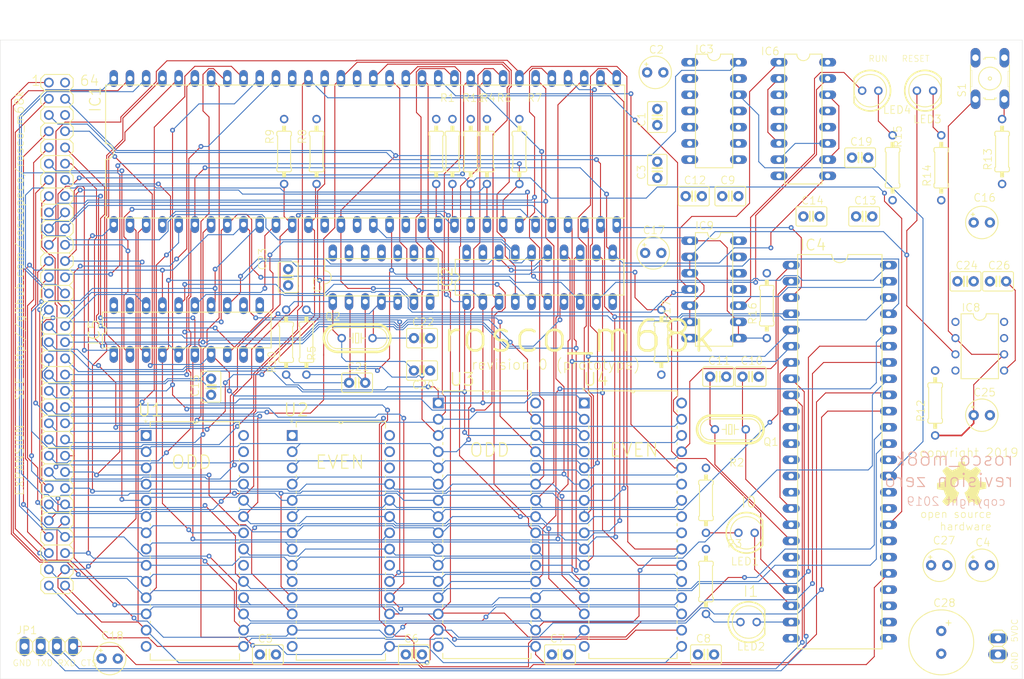
<source format=kicad_pcb>
(kicad_pcb (version 20171130) (host pcbnew 5.1.5+dfsg1-2~bpo10+1)
  (layers (0 Top signal) (1 Route2 signal hide) (2 Route15 signal hide) (31 Bottom signal) (34 B.Paste user) (35 F.Paste user) (36 B.SilkS user) (37 F.SilkS user) (38 B.Mask user) (39 F.Mask user) (44 Edge.Cuts user))
  (net 0 "")
  (net 1 IPL2)
  (net 2 IPL1)
  (net 3 IPL0)
  (net 4 DTACK)
  (net 5 BGACK)
  (net 6 BR)
  (net 7 RESET)
  (net 8 BERR)
  (net 9 CLK)
  (net 10 LDS)
  (net 11 UDS)
  (net 12 R/W)
  (net 13 AS)
  (net 14 BG)
  (net 15 FC2)
  (net 16 FC1)
  (net 17 FC0)
  (net 18 VCC)
  (net 19 GND)
  (net 20 ODDROMSEL)
  (net 21 EVENROMSEL)
  (net 22 /RAMOE)
  (net 23 ODDRAMSEL)
  (net 24 EVENRAMSEL)
  (net 25 /HALT)
  (net 26 /IACK)
  (net 27 IOSEL)
  (net 28 /BOOT)
  (net 29 EXPSEL)
  (net 30 /MFPDS)
  (net 31 /IODTACK)
  (net 32 "Net-(U1-Pad26)")
  (net 33 "Net-(U1-Pad1)")
  (net 34 "Net-(U2-Pad26)")
  (net 35 "Net-(U2-Pad1)")
  (net 36 "Net-(IC1-Pad21)")
  (net 37 "Net-(IC1-Pad20)")
  (net 38 "Net-(IC1-Pad19)")
  (net 39 "Net-(IC2-Pad19)")
  (net 40 "Net-(IC4-Pad33)")
  (net 41 "Net-(IC4-Pad31)")
  (net 42 "Net-(IC4-Pad30)")
  (net 43 "Net-(IC4-Pad29)")
  (net 44 "Net-(IC4-Pad28)")
  (net 45 "Net-(IC4-Pad27)")
  (net 46 "Net-(IC4-Pad26)")
  (net 47 "Net-(IC4-Pad25)")
  (net 48 "Net-(IC4-Pad24)")
  (net 49 "Net-(IC4-Pad23)")
  (net 50 "Net-(IC4-Pad22)")
  (net 51 "Net-(C11-Pad1)")
  (net 52 "Net-(C10-Pad1)")
  (net 53 "Net-(IC4-Pad10)")
  (net 54 "Net-(IC4-Pad15)")
  (net 55 "Net-(IC4-Pad14)")
  (net 56 "Net-(IC4-Pad13)")
  (net 57 "Net-(IC3-Pad11)")
  (net 58 "Net-(IC3-Pad9)")
  (net 59 "Net-(IC3-Pad8)")
  (net 60 "Net-(LED1-PadA)")
  (net 61 "Net-(LED2-PadA)")
  (net 62 "Net-(IC6-Pad10)")
  (net 63 "Net-(IC6-Pad12)")
  (net 64 "Net-(IC6-Pad11)")
  (net 65 "Net-(IC6-Pad5)")
  (net 66 "Net-(IC6-Pad2)")
  (net 67 "Net-(IC5-Pad19)")
  (net 68 "Net-(IC5-Pad12)")
  (net 69 "Net-(C20-Pad1)")
  (net 70 "Net-(C22-Pad1)")
  (net 71 "Net-(C21-Pad2)")
  (net 72 "Net-(C21-Pad1)")
  (net 73 "Net-(C26-Pad2)")
  (net 74 "Net-(C25-Pad+)")
  (net 75 "Net-(IC8-Pad3)")
  (net 76 "Net-(IC8-Pad7)")
  (net 77 "Net-(IC9-Pad13)")
  (net 78 "Net-(IC9-Pad10)")
  (net 79 "Net-(R13-Pad2)")
  (net 80 "Net-(LED3-PadK)")
  (net 81 "Net-(LED4-PadA)")
  (net 82 "Net-(S1-Pad4)")
  (net 83 "Net-(S1-Pad2)")
  (net 84 "Net-(IC7-Pad12)")
  (net 85 "Net-(IC7-Pad10)")
  (net 86 "Net-(IC7-Pad8)")
  (net 87 /MC68901_Decoder/MFPCLK)
  (net 88 /MC68901_Decoder/UARTRX)
  (net 89 /MC68901_Decoder/UARTTX)
  (net 90 /Cpu_Ram_Rom/D5)
  (net 91 /Cpu_Ram_Rom/D6)
  (net 92 /Cpu_Ram_Rom/D7)
  (net 93 /Cpu_Ram_Rom/D8)
  (net 94 /Cpu_Ram_Rom/D9)
  (net 95 /Cpu_Ram_Rom/D10)
  (net 96 /Cpu_Ram_Rom/D11)
  (net 97 /Cpu_Ram_Rom/D12)
  (net 98 /Cpu_Ram_Rom/D13)
  (net 99 /Cpu_Ram_Rom/D14)
  (net 100 /Cpu_Ram_Rom/D15)
  (net 101 /Cpu_Ram_Rom/D0)
  (net 102 /Cpu_Ram_Rom/D1)
  (net 103 /Cpu_Ram_Rom/D2)
  (net 104 /Cpu_Ram_Rom/D3)
  (net 105 /Cpu_Ram_Rom/D4)
  (net 106 /Cpu_Ram_Rom/A6)
  (net 107 /Cpu_Ram_Rom/A7)
  (net 108 /Cpu_Ram_Rom/A8)
  (net 109 /Cpu_Ram_Rom/A9)
  (net 110 /Cpu_Ram_Rom/A10)
  (net 111 /Cpu_Ram_Rom/A11)
  (net 112 /Cpu_Ram_Rom/A12)
  (net 113 /Cpu_Ram_Rom/A13)
  (net 114 /Cpu_Ram_Rom/A14)
  (net 115 /Cpu_Ram_Rom/A15)
  (net 116 /Cpu_Ram_Rom/A16)
  (net 117 /Cpu_Ram_Rom/A17)
  (net 118 /Cpu_Ram_Rom/A3)
  (net 119 /Cpu_Ram_Rom/A2)
  (net 120 /Cpu_Ram_Rom/A1)
  (net 121 /Cpu_Ram_Rom/A23)
  (net 122 /Cpu_Ram_Rom/A22)
  (net 123 /Cpu_Ram_Rom/A21)
  (net 124 /Cpu_Ram_Rom/A20)
  (net 125 /Cpu_Ram_Rom/A19)
  (net 126 /Cpu_Ram_Rom/A18)
  (net 127 /Cpu_Ram_Rom/A5)
  (net 128 /Cpu_Ram_Rom/A4)
  (module rosco_m68k:C2.5-3 (layer Top) (at 182.8011 79.4386)
    (fp_text reference C9 (at -1.651 -1.778) (layer F.SilkS) (effects (font (size 1.2065 1.2065) (thickness 0.12065)) (justify left bottom)))
    (fp_text value 100nF)
    (pad 2 thru_hole circle (at 1.27 0) (size 1.6002 1.6002) (drill 0.8128) (layers *.Cu *.Mask) (net 19 GND))
    (pad 1 thru_hole circle (at -1.27 0) (size 1.6002 1.6002) (drill 0.8128) (layers *.Cu *.Mask) (net 18 VCC))
  )
  (module rosco_m68k:C2.5-3 (layer Top) (at 185.9761 107.6961)
    (fp_text reference C10 (at -1.651 -1.778) (layer F.SilkS) (effects (font (size 1.2065 1.2065) (thickness 0.12065)) (justify left bottom)))
    (fp_text value 33pF)
    (pad 2 thru_hole circle (at 1.27 0) (size 1.6002 1.6002) (drill 0.8128) (layers *.Cu *.Mask) (net 19 GND))
    (pad 1 thru_hole circle (at -1.27 0) (size 1.6002 1.6002) (drill 0.8128) (layers *.Cu *.Mask) (net 52 "Net-(C10-Pad1)"))
  )
  (module rosco_m68k:C2.5-3 (layer Top) (at 180.8961 107.6961)
    (fp_text reference C11 (at -1.651 -1.778) (layer F.SilkS) (effects (font (size 1.2065 1.2065) (thickness 0.12065)) (justify left bottom)))
    (fp_text value 33pF)
    (pad 2 thru_hole circle (at 1.27 0) (size 1.6002 1.6002) (drill 0.8128) (layers *.Cu *.Mask) (net 19 GND))
    (pad 1 thru_hole circle (at -1.27 0) (size 1.6002 1.6002) (drill 0.8128) (layers *.Cu *.Mask) (net 51 "Net-(C11-Pad1)"))
  )
  (module rosco_m68k:C2.5-3 (layer Top) (at 177.0861 79.4386)
    (fp_text reference C12 (at -1.651 -1.778) (layer F.SilkS) (effects (font (size 1.2065 1.2065) (thickness 0.12065)) (justify left bottom)))
    (fp_text value 100nF)
    (pad 2 thru_hole circle (at 1.27 0) (size 1.6002 1.6002) (drill 0.8128) (layers *.Cu *.Mask) (net 19 GND))
    (pad 1 thru_hole circle (at -1.27 0) (size 1.6002 1.6002) (drill 0.8128) (layers *.Cu *.Mask) (net 18 VCC))
  )
  (module rosco_m68k:C2.5-3 (layer Top) (at 203.7561 82.6136)
    (fp_text reference C13 (at -1.651 -1.778) (layer F.SilkS) (effects (font (size 1.2065 1.2065) (thickness 0.12065)) (justify left bottom)))
    (fp_text value 100nF)
    (pad 2 thru_hole circle (at 1.27 0) (size 1.6002 1.6002) (drill 0.8128) (layers *.Cu *.Mask) (net 19 GND))
    (pad 1 thru_hole circle (at -1.27 0) (size 1.6002 1.6002) (drill 0.8128) (layers *.Cu *.Mask) (net 18 VCC))
  )
  (module rosco_m68k:C2.5-3 (layer Top) (at 195.5011 82.6136)
    (fp_text reference C14 (at -1.651 -1.778) (layer F.SilkS) (effects (font (size 1.2065 1.2065) (thickness 0.12065)) (justify left bottom)))
    (fp_text value 100nF)
    (pad 2 thru_hole circle (at 1.27 0) (size 1.6002 1.6002) (drill 0.8128) (layers *.Cu *.Mask) (net 19 GND))
    (pad 1 thru_hole circle (at -1.27 0) (size 1.6002 1.6002) (drill 0.8128) (layers *.Cu *.Mask) (net 18 VCC))
  )
  (module rosco_m68k:E2,5-5 (layer Top) (at 222.1711 83.5661)
    (fp_text reference C16 (at -1.397 -3.175) (layer F.SilkS) (effects (font (size 1.2065 1.2065) (thickness 0.12065)) (justify left bottom)))
    (fp_text value 100uF)
    (pad + thru_hole circle (at -1.27 0) (size 1.6002 1.6002) (drill 0.8128) (layers *.Cu *.Mask) (net 18 VCC))
    (pad - thru_hole circle (at 1.27 0) (size 1.6002 1.6002) (drill 0.8128) (layers *.Cu *.Mask) (net 19 GND))
  )
  (module rosco_m68k:E2,5-5 (layer Top) (at 170.7361 88.3286)
    (fp_text reference C17 (at -1.7145 -2.8575) (layer F.SilkS) (effects (font (size 1.2065 1.2065) (thickness 0.12065)) (justify left bottom)))
    (fp_text value 100uF)
    (pad + thru_hole circle (at -1.27 0) (size 1.6002 1.6002) (drill 0.8128) (layers *.Cu *.Mask) (net 18 VCC))
    (pad - thru_hole circle (at 1.27 0) (size 1.6002 1.6002) (drill 0.8128) (layers *.Cu *.Mask) (net 19 GND))
  )
  (module rosco_m68k:E2,5-5 (layer Top) (at 85.6461 151.8286)
    (fp_text reference C18 (at -1.397 -2.8575) (layer F.SilkS) (effects (font (size 1.2065 1.2065) (thickness 0.12065)) (justify left bottom)))
    (fp_text value 100uF)
    (pad + thru_hole circle (at -1.27 0) (size 1.6002 1.6002) (drill 0.8128) (layers *.Cu *.Mask) (net 18 VCC))
    (pad - thru_hole circle (at 1.27 0) (size 1.6002 1.6002) (drill 0.8128) (layers *.Cu *.Mask) (net 19 GND))
  )
  (module rosco_m68k:C2.5-3 (layer Top) (at 171.3711 67.0561 90)
    (fp_text reference C1 (at -1.651 -1.778 90) (layer F.SilkS) (effects (font (size 1.2065 1.2065) (thickness 0.12065)) (justify left bottom)))
    (fp_text value 100nF)
    (pad 2 thru_hole circle (at 1.27 0 90) (size 1.6002 1.6002) (drill 0.8128) (layers *.Cu *.Mask) (net 19 GND))
    (pad 1 thru_hole circle (at -1.27 0 90) (size 1.6002 1.6002) (drill 0.8128) (layers *.Cu *.Mask) (net 18 VCC))
  )
  (module rosco_m68k:C2.5-3 (layer Top) (at 203.1211 73.4061)
    (fp_text reference C19 (at -1.651 -1.778) (layer F.SilkS) (effects (font (size 1.2065 1.2065) (thickness 0.12065)) (justify left bottom)))
    (fp_text value 100nF)
    (pad 2 thru_hole circle (at 1.27 0) (size 1.6002 1.6002) (drill 0.8128) (layers *.Cu *.Mask) (net 19 GND))
    (pad 1 thru_hole circle (at -1.27 0) (size 1.6002 1.6002) (drill 0.8128) (layers *.Cu *.Mask) (net 18 VCC))
  )
  (module rosco_m68k:C2.5-3 (layer Top) (at 134.5411 106.7436)
    (fp_text reference C20 (at -1.651 2.9845) (layer F.SilkS) (effects (font (size 1.2065 1.2065) (thickness 0.12065)) (justify left bottom)))
    (fp_text value 22pF)
    (pad 2 thru_hole circle (at 1.27 0) (size 1.6002 1.6002) (drill 0.8128) (layers *.Cu *.Mask) (net 19 GND))
    (pad 1 thru_hole circle (at -1.27 0) (size 1.6002 1.6002) (drill 0.8128) (layers *.Cu *.Mask) (net 69 "Net-(C20-Pad1)"))
  )
  (module rosco_m68k:C2.5-3 (layer Top) (at 124.3811 108.6486)
    (fp_text reference C21 (at -1.651 -1.778) (layer F.SilkS) (effects (font (size 1.2065 1.2065) (thickness 0.12065)) (justify left bottom)))
    (fp_text value 100nF)
    (pad 2 thru_hole circle (at 1.27 0) (size 1.6002 1.6002) (drill 0.8128) (layers *.Cu *.Mask) (net 71 "Net-(C21-Pad2)"))
    (pad 1 thru_hole circle (at -1.27 0) (size 1.6002 1.6002) (drill 0.8128) (layers *.Cu *.Mask) (net 72 "Net-(C21-Pad1)"))
  )
  (module rosco_m68k:C2.5-3 (layer Top) (at 134.5411 101.6636)
    (fp_text reference C22 (at -1.651 -1.778) (layer F.SilkS) (effects (font (size 1.2065 1.2065) (thickness 0.12065)) (justify left bottom)))
    (fp_text value 22pF hide)
    (pad 2 thru_hole circle (at 1.27 0) (size 1.6002 1.6002) (drill 0.8128) (layers *.Cu *.Mask) (net 19 GND))
    (pad 1 thru_hole circle (at -1.27 0) (size 1.6002 1.6002) (drill 0.8128) (layers *.Cu *.Mask) (net 70 "Net-(C22-Pad1)"))
  )
  (module rosco_m68k:C2.5-3 (layer Top) (at 219.6311 92.7736)
    (fp_text reference C24 (at -1.651 -1.778) (layer F.SilkS) (effects (font (size 1.2065 1.2065) (thickness 0.12065)) (justify left bottom)))
    (fp_text value 100nF)
    (pad 2 thru_hole circle (at 1.27 0) (size 1.6002 1.6002) (drill 0.8128) (layers *.Cu *.Mask) (net 19 GND))
    (pad 1 thru_hole circle (at -1.27 0) (size 1.6002 1.6002) (drill 0.8128) (layers *.Cu *.Mask) (net 18 VCC))
  )
  (module rosco_m68k:E2,5-5 (layer Top) (at 222.1711 113.7286)
    (fp_text reference C25 (at -1.397 -2.8575) (layer F.SilkS) (effects (font (size 1.2065 1.2065) (thickness 0.12065)) (justify left bottom)))
    (fp_text value 100uF)
    (pad + thru_hole circle (at -1.27 0) (size 1.6002 1.6002) (drill 0.8128) (layers *.Cu *.Mask) (net 74 "Net-(C25-Pad+)"))
    (pad - thru_hole circle (at 1.27 0) (size 1.6002 1.6002) (drill 0.8128) (layers *.Cu *.Mask) (net 19 GND))
  )
  (module rosco_m68k:C2.5-3 (layer Top) (at 224.7111 92.7736)
    (fp_text reference C26 (at -1.651 -1.778) (layer F.SilkS) (effects (font (size 1.2065 1.2065) (thickness 0.12065)) (justify left bottom)))
    (fp_text value 100nF)
    (pad 2 thru_hole circle (at 1.27 0) (size 1.6002 1.6002) (drill 0.8128) (layers *.Cu *.Mask) (net 73 "Net-(C26-Pad2)"))
    (pad 1 thru_hole circle (at -1.27 0) (size 1.6002 1.6002) (drill 0.8128) (layers *.Cu *.Mask) (net 18 VCC))
  )
  (module rosco_m68k:E2,5-5 (layer Top) (at 171.0536 60.0711)
    (fp_text reference C2 (at -1.0795 -2.8575) (layer F.SilkS) (effects (font (size 1.2065 1.2065) (thickness 0.12065)) (justify left bottom)))
    (fp_text value 100uF)
    (pad + thru_hole circle (at -1.27 0) (size 1.6002 1.6002) (drill 0.8128) (layers *.Cu *.Mask) (net 18 VCC))
    (pad - thru_hole circle (at 1.27 0) (size 1.6002 1.6002) (drill 0.8128) (layers *.Cu *.Mask) (net 19 GND))
  )
  (module rosco_m68k:E2,5-5 (layer Top) (at 215.5036 137.2236)
    (fp_text reference C27 (at -1.0795 -3.175) (layer F.SilkS) (effects (font (size 1.2065 1.2065) (thickness 0.12065)) (justify left bottom)))
    (fp_text value 100uF)
    (pad + thru_hole circle (at -1.27 0) (size 1.6002 1.6002) (drill 0.8128) (layers *.Cu *.Mask) (net 18 VCC))
    (pad - thru_hole circle (at 1.27 0) (size 1.6002 1.6002) (drill 0.8128) (layers *.Cu *.Mask) (net 19 GND))
  )
  (module rosco_m68k:E3,5-10 (layer Top) (at 215.8211 149.2886 270)
    (fp_text reference C28 (at -5.461 1.3335) (layer F.SilkS) (effects (font (size 1.2065 1.2065) (thickness 0.12065)) (justify left bottom)))
    (fp_text value 400uF)
    (pad + thru_hole circle (at -1.778 0 270) (size 1.6002 1.6002) (drill 0.8128) (layers *.Cu *.Mask) (net 18 VCC))
    (pad - thru_hole circle (at 1.778 0 270) (size 1.6002 1.6002) (drill 0.8128) (layers *.Cu *.Mask) (net 19 GND))
  )
  (module rosco_m68k:C2.5-3 (layer Top) (at 171.3711 75.3111 90)
    (fp_text reference C3 (at -1.651 -1.778 90) (layer F.SilkS) (effects (font (size 1.2065 1.2065) (thickness 0.12065)) (justify left bottom)))
    (fp_text value 100nF)
    (pad 2 thru_hole circle (at 1.27 0 90) (size 1.6002 1.6002) (drill 0.8128) (layers *.Cu *.Mask) (net 19 GND))
    (pad 1 thru_hole circle (at -1.27 0 90) (size 1.6002 1.6002) (drill 0.8128) (layers *.Cu *.Mask) (net 18 VCC))
  )
  (module rosco_m68k:E2,5-5 (layer Top) (at 222.1711 137.2236)
    (fp_text reference C4 (at -1.0795 -2.8575) (layer F.SilkS) (effects (font (size 1.2065 1.2065) (thickness 0.12065)) (justify left bottom)))
    (fp_text value 100uF)
    (pad + thru_hole circle (at -1.27 0) (size 1.6002 1.6002) (drill 0.8128) (layers *.Cu *.Mask) (net 18 VCC))
    (pad - thru_hole circle (at 1.27 0) (size 1.6002 1.6002) (drill 0.8128) (layers *.Cu *.Mask) (net 19 GND))
  )
  (module rosco_m68k:C2.5-3 (layer Top) (at 110.4111 151.1936)
    (fp_text reference C5 (at -1.651 -1.778) (layer F.SilkS) (effects (font (size 1.2065 1.2065) (thickness 0.12065)) (justify left bottom)))
    (fp_text value 100nF)
    (pad 2 thru_hole circle (at 1.27 0) (size 1.6002 1.6002) (drill 0.8128) (layers *.Cu *.Mask) (net 19 GND))
    (pad 1 thru_hole circle (at -1.27 0) (size 1.6002 1.6002) (drill 0.8128) (layers *.Cu *.Mask) (net 18 VCC))
  )
  (module rosco_m68k:C2.5-3 (layer Top) (at 133.2711 151.1936)
    (fp_text reference C6 (at -1.651 -1.778) (layer F.SilkS) (effects (font (size 1.2065 1.2065) (thickness 0.12065)) (justify left bottom)))
    (fp_text value 100nF)
    (pad 2 thru_hole circle (at 1.27 0) (size 1.6002 1.6002) (drill 0.8128) (layers *.Cu *.Mask) (net 19 GND))
    (pad 1 thru_hole circle (at -1.27 0) (size 1.6002 1.6002) (drill 0.8128) (layers *.Cu *.Mask) (net 18 VCC))
  )
  (module rosco_m68k:C2.5-3 (layer Top) (at 156.1311 151.1936)
    (fp_text reference C7 (at -1.651 -1.778) (layer F.SilkS) (effects (font (size 1.2065 1.2065) (thickness 0.12065)) (justify left bottom)))
    (fp_text value 100nF)
    (pad 2 thru_hole circle (at 1.27 0) (size 1.6002 1.6002) (drill 0.8128) (layers *.Cu *.Mask) (net 19 GND))
    (pad 1 thru_hole circle (at -1.27 0) (size 1.6002 1.6002) (drill 0.8128) (layers *.Cu *.Mask) (net 18 VCC))
  )
  (module rosco_m68k:C2.5-3 (layer Top) (at 178.9911 151.1936)
    (fp_text reference C8 (at -1.651 -1.778) (layer F.SilkS) (effects (font (size 1.2065 1.2065) (thickness 0.12065)) (justify left bottom)))
    (fp_text value 100nF)
    (pad 2 thru_hole circle (at 1.27 0) (size 1.6002 1.6002) (drill 0.8128) (layers *.Cu *.Mask) (net 19 GND))
    (pad 1 thru_hole circle (at -1.27 0) (size 1.6002 1.6002) (drill 0.8128) (layers *.Cu *.Mask) (net 18 VCC))
  )
  (module rosco_m68k:DIL14 (layer Top) (at 128.1911 92.1386)
    (fp_text reference IC7 (at -9.271 3.048 90) (layer F.SilkS) (effects (font (size 1.2065 1.2065) (thickness 0.12065)) (justify left bottom)))
    (fp_text value 7404N)
    (pad 14 thru_hole oval (at -7.62 -3.81 90) (size 2.6416 1.3208) (drill 0.8128) (layers *.Cu *.Mask) (net 18 VCC))
    (pad 13 thru_hole oval (at -5.08 -3.81 90) (size 2.6416 1.3208) (drill 0.8128) (layers *.Cu *.Mask) (net 19 GND))
    (pad 12 thru_hole oval (at -2.54 -3.81 90) (size 2.6416 1.3208) (drill 0.8128) (layers *.Cu *.Mask) (net 84 "Net-(IC7-Pad12)"))
    (pad 11 thru_hole oval (at 0 -3.81 90) (size 2.6416 1.3208) (drill 0.8128) (layers *.Cu *.Mask) (net 19 GND))
    (pad 10 thru_hole oval (at 2.54 -3.81 90) (size 2.6416 1.3208) (drill 0.8128) (layers *.Cu *.Mask) (net 85 "Net-(IC7-Pad10)"))
    (pad 9 thru_hole oval (at 5.08 -3.81 90) (size 2.6416 1.3208) (drill 0.8128) (layers *.Cu *.Mask) (net 19 GND))
    (pad 5 thru_hole oval (at 2.54 3.81 90) (size 2.6416 1.3208) (drill 0.8128) (layers *.Cu *.Mask) (net 70 "Net-(C22-Pad1)"))
    (pad 6 thru_hole oval (at 5.08 3.81 90) (size 2.6416 1.3208) (drill 0.8128) (layers *.Cu *.Mask) (net 9 CLK))
    (pad 4 thru_hole oval (at 0 3.81 90) (size 2.6416 1.3208) (drill 0.8128) (layers *.Cu *.Mask) (net 70 "Net-(C22-Pad1)"))
    (pad 3 thru_hole oval (at -2.54 3.81 90) (size 2.6416 1.3208) (drill 0.8128) (layers *.Cu *.Mask) (net 71 "Net-(C21-Pad2)"))
    (pad 8 thru_hole oval (at 7.62 -3.81 90) (size 2.6416 1.3208) (drill 0.8128) (layers *.Cu *.Mask) (net 86 "Net-(IC7-Pad8)"))
    (pad 7 thru_hole oval (at 7.62 3.81 90) (size 2.6416 1.3208) (drill 0.8128) (layers *.Cu *.Mask) (net 19 GND))
    (pad 2 thru_hole oval (at -5.08 3.81 90) (size 2.6416 1.3208) (drill 0.8128) (layers *.Cu *.Mask) (net 72 "Net-(C21-Pad1)"))
    (pad 1 thru_hole oval (at -7.62 3.81 90) (size 2.6416 1.3208) (drill 0.8128) (layers *.Cu *.Mask) (net 69 "Net-(C20-Pad1)"))
  )
  (module rosco_m68k:DIL08 (layer Top) (at 221.8536 102.9336 270)
    (fp_text reference IC8 (at -5.334 2.921) (layer F.SilkS) (effects (font (size 1.2065 1.2065) (thickness 0.12065)) (justify left bottom)))
    (fp_text value 555N)
    (pad 5 thru_hole circle (at 3.81 -3.81) (size 1.27 1.27) (drill 0.8128) (layers *.Cu *.Mask) (net 73 "Net-(C26-Pad2)"))
    (pad 6 thru_hole circle (at 1.27 -3.81) (size 1.27 1.27) (drill 0.8128) (layers *.Cu *.Mask) (net 74 "Net-(C25-Pad+)"))
    (pad 4 thru_hole circle (at 3.81 3.81) (size 1.27 1.27) (drill 0.8128) (layers *.Cu *.Mask) (net 18 VCC))
    (pad 3 thru_hole circle (at 1.27 3.81) (size 1.27 1.27) (drill 0.8128) (layers *.Cu *.Mask) (net 75 "Net-(IC8-Pad3)"))
    (pad 8 thru_hole circle (at -3.81 -3.81) (size 1.27 1.27) (drill 0.8128) (layers *.Cu *.Mask) (net 18 VCC))
    (pad 7 thru_hole circle (at -1.27 -3.81) (size 1.27 1.27) (drill 0.8128) (layers *.Cu *.Mask) (net 76 "Net-(IC8-Pad7)"))
    (pad 2 thru_hole circle (at -1.27 3.81) (size 1.27 1.27) (drill 0.8128) (layers *.Cu *.Mask) (net 74 "Net-(C25-Pad+)"))
    (pad 1 thru_hole circle (at -3.81 3.81) (size 1.27 1.27) (drill 0.8128) (layers *.Cu *.Mask) (net 19 GND))
  )
  (module rosco_m68k:DIL14 (layer Top) (at 180.2611 94.0436 270)
    (fp_text reference IC9 (at -9.271 3.048) (layer F.SilkS) (effects (font (size 1.2065 1.2065) (thickness 0.12065)) (justify left bottom)))
    (fp_text value 74LS01N)
    (pad 14 thru_hole oval (at -7.62 -3.81) (size 2.6416 1.3208) (drill 0.8128) (layers *.Cu *.Mask) (net 18 VCC))
    (pad 13 thru_hole oval (at -5.08 -3.81) (size 2.6416 1.3208) (drill 0.8128) (layers *.Cu *.Mask) (net 77 "Net-(IC9-Pad13)"))
    (pad 12 thru_hole oval (at -2.54 -3.81) (size 2.6416 1.3208) (drill 0.8128) (layers *.Cu *.Mask) (net 19 GND))
    (pad 11 thru_hole oval (at 0 -3.81) (size 2.6416 1.3208) (drill 0.8128) (layers *.Cu *.Mask) (net 19 GND))
    (pad 10 thru_hole oval (at 2.54 -3.81) (size 2.6416 1.3208) (drill 0.8128) (layers *.Cu *.Mask) (net 78 "Net-(IC9-Pad10)"))
    (pad 9 thru_hole oval (at 5.08 -3.81) (size 2.6416 1.3208) (drill 0.8128) (layers *.Cu *.Mask) (net 25 /HALT))
    (pad 5 thru_hole oval (at 2.54 3.81) (size 2.6416 1.3208) (drill 0.8128) (layers *.Cu *.Mask) (net 75 "Net-(IC8-Pad3)"))
    (pad 6 thru_hole oval (at 5.08 3.81) (size 2.6416 1.3208) (drill 0.8128) (layers *.Cu *.Mask) (net 75 "Net-(IC8-Pad3)"))
    (pad 4 thru_hole oval (at 0 3.81) (size 2.6416 1.3208) (drill 0.8128) (layers *.Cu *.Mask) (net 7 RESET))
    (pad 3 thru_hole oval (at -2.54 3.81) (size 2.6416 1.3208) (drill 0.8128) (layers *.Cu *.Mask) (net 75 "Net-(IC8-Pad3)"))
    (pad 8 thru_hole oval (at 7.62 -3.81) (size 2.6416 1.3208) (drill 0.8128) (layers *.Cu *.Mask) (net 25 /HALT))
    (pad 7 thru_hole oval (at 7.62 3.81) (size 2.6416 1.3208) (drill 0.8128) (layers *.Cu *.Mask) (net 19 GND))
    (pad 2 thru_hole oval (at -5.08 3.81) (size 2.6416 1.3208) (drill 0.8128) (layers *.Cu *.Mask) (net 75 "Net-(IC8-Pad3)"))
    (pad 1 thru_hole oval (at -7.62 3.81) (size 2.6416 1.3208) (drill 0.8128) (layers *.Cu *.Mask) (net 25 /HALT))
  )
  (module rosco_m68k:DIL64 (layer Top) (at 125.6511 72.4536)
    (fp_text reference IC1 (at -41.275 -6.0325 90) (layer F.SilkS) (effects (font (size 1.6891 1.6891) (thickness 0.16891)) (justify left bottom)))
    (fp_text value MC68010P10)
    (pad 34 thru_hole oval (at 36.83 -11.43 90) (size 2.6416 1.3208) (drill 0.8128) (layers *.Cu *.Mask) (net 106 /Cpu_Ram_Rom/A6))
    (pad 35 thru_hole oval (at 34.29 -11.43 90) (size 2.6416 1.3208) (drill 0.8128) (layers *.Cu *.Mask) (net 107 /Cpu_Ram_Rom/A7))
    (pad 36 thru_hole oval (at 31.75 -11.43 90) (size 2.6416 1.3208) (drill 0.8128) (layers *.Cu *.Mask) (net 108 /Cpu_Ram_Rom/A8))
    (pad 37 thru_hole oval (at 29.21 -11.43 90) (size 2.6416 1.3208) (drill 0.8128) (layers *.Cu *.Mask) (net 109 /Cpu_Ram_Rom/A9))
    (pad 38 thru_hole oval (at 26.67 -11.43 90) (size 2.6416 1.3208) (drill 0.8128) (layers *.Cu *.Mask) (net 110 /Cpu_Ram_Rom/A10))
    (pad 39 thru_hole oval (at 24.13 -11.43 90) (size 2.6416 1.3208) (drill 0.8128) (layers *.Cu *.Mask) (net 111 /Cpu_Ram_Rom/A11))
    (pad 40 thru_hole oval (at 21.59 -11.43 90) (size 2.6416 1.3208) (drill 0.8128) (layers *.Cu *.Mask) (net 112 /Cpu_Ram_Rom/A12))
    (pad 41 thru_hole oval (at 19.05 -11.43 90) (size 2.6416 1.3208) (drill 0.8128) (layers *.Cu *.Mask) (net 113 /Cpu_Ram_Rom/A13))
    (pad 42 thru_hole oval (at 16.51 -11.43 90) (size 2.6416 1.3208) (drill 0.8128) (layers *.Cu *.Mask) (net 114 /Cpu_Ram_Rom/A14))
    (pad 43 thru_hole oval (at 13.97 -11.43 90) (size 2.6416 1.3208) (drill 0.8128) (layers *.Cu *.Mask) (net 115 /Cpu_Ram_Rom/A15))
    (pad 44 thru_hole oval (at 11.43 -11.43 90) (size 2.6416 1.3208) (drill 0.8128) (layers *.Cu *.Mask) (net 116 /Cpu_Ram_Rom/A16))
    (pad 45 thru_hole oval (at 8.89 -11.43 90) (size 2.6416 1.3208) (drill 0.8128) (layers *.Cu *.Mask) (net 117 /Cpu_Ram_Rom/A17))
    (pad 31 thru_hole oval (at 36.83 11.43 90) (size 2.6416 1.3208) (drill 0.8128) (layers *.Cu *.Mask) (net 118 /Cpu_Ram_Rom/A3))
    (pad 30 thru_hole oval (at 34.29 11.43 90) (size 2.6416 1.3208) (drill 0.8128) (layers *.Cu *.Mask) (net 119 /Cpu_Ram_Rom/A2))
    (pad 29 thru_hole oval (at 31.75 11.43 90) (size 2.6416 1.3208) (drill 0.8128) (layers *.Cu *.Mask) (net 120 /Cpu_Ram_Rom/A1))
    (pad 28 thru_hole oval (at 29.21 11.43 90) (size 2.6416 1.3208) (drill 0.8128) (layers *.Cu *.Mask) (net 17 FC0))
    (pad 27 thru_hole oval (at 26.67 11.43 90) (size 2.6416 1.3208) (drill 0.8128) (layers *.Cu *.Mask) (net 16 FC1))
    (pad 26 thru_hole oval (at 24.13 11.43 90) (size 2.6416 1.3208) (drill 0.8128) (layers *.Cu *.Mask) (net 15 FC2))
    (pad 25 thru_hole oval (at 21.59 11.43 90) (size 2.6416 1.3208) (drill 0.8128) (layers *.Cu *.Mask) (net 3 IPL0))
    (pad 24 thru_hole oval (at 19.05 11.43 90) (size 2.6416 1.3208) (drill 0.8128) (layers *.Cu *.Mask) (net 2 IPL1))
    (pad 23 thru_hole oval (at 16.51 11.43 90) (size 2.6416 1.3208) (drill 0.8128) (layers *.Cu *.Mask) (net 1 IPL2))
    (pad 22 thru_hole oval (at 13.97 11.43 90) (size 2.6416 1.3208) (drill 0.8128) (layers *.Cu *.Mask) (net 8 BERR))
    (pad 21 thru_hole oval (at 11.43 11.43 90) (size 2.6416 1.3208) (drill 0.8128) (layers *.Cu *.Mask) (net 36 "Net-(IC1-Pad21)"))
    (pad 20 thru_hole oval (at 8.89 11.43 90) (size 2.6416 1.3208) (drill 0.8128) (layers *.Cu *.Mask) (net 37 "Net-(IC1-Pad20)"))
    (pad 64 thru_hole oval (at -39.37 -11.43 90) (size 2.6416 1.3208) (drill 0.8128) (layers *.Cu *.Mask) (net 90 /Cpu_Ram_Rom/D5))
    (pad 63 thru_hole oval (at -36.83 -11.43 90) (size 2.6416 1.3208) (drill 0.8128) (layers *.Cu *.Mask) (net 91 /Cpu_Ram_Rom/D6))
    (pad 62 thru_hole oval (at -34.29 -11.43 90) (size 2.6416 1.3208) (drill 0.8128) (layers *.Cu *.Mask) (net 92 /Cpu_Ram_Rom/D7))
    (pad 61 thru_hole oval (at -31.75 -11.43 90) (size 2.6416 1.3208) (drill 0.8128) (layers *.Cu *.Mask) (net 93 /Cpu_Ram_Rom/D8))
    (pad 60 thru_hole oval (at -29.21 -11.43 90) (size 2.6416 1.3208) (drill 0.8128) (layers *.Cu *.Mask) (net 94 /Cpu_Ram_Rom/D9))
    (pad 59 thru_hole oval (at -26.67 -11.43 90) (size 2.6416 1.3208) (drill 0.8128) (layers *.Cu *.Mask) (net 95 /Cpu_Ram_Rom/D10))
    (pad 58 thru_hole oval (at -24.13 -11.43 90) (size 2.6416 1.3208) (drill 0.8128) (layers *.Cu *.Mask) (net 96 /Cpu_Ram_Rom/D11))
    (pad 57 thru_hole oval (at -21.59 -11.43 90) (size 2.6416 1.3208) (drill 0.8128) (layers *.Cu *.Mask) (net 97 /Cpu_Ram_Rom/D12))
    (pad 56 thru_hole oval (at -19.05 -11.43 90) (size 2.6416 1.3208) (drill 0.8128) (layers *.Cu *.Mask) (net 98 /Cpu_Ram_Rom/D13))
    (pad 55 thru_hole oval (at -16.51 -11.43 90) (size 2.6416 1.3208) (drill 0.8128) (layers *.Cu *.Mask) (net 99 /Cpu_Ram_Rom/D14))
    (pad 54 thru_hole oval (at -13.97 -11.43 90) (size 2.6416 1.3208) (drill 0.8128) (layers *.Cu *.Mask) (net 100 /Cpu_Ram_Rom/D15))
    (pad 53 thru_hole oval (at -11.43 -11.43 90) (size 2.6416 1.3208) (drill 0.8128) (layers *.Cu *.Mask) (net 19 GND))
    (pad 52 thru_hole oval (at -8.89 -11.43 90) (size 2.6416 1.3208) (drill 0.8128) (layers *.Cu *.Mask) (net 121 /Cpu_Ram_Rom/A23))
    (pad 51 thru_hole oval (at -6.35 -11.43 90) (size 2.6416 1.3208) (drill 0.8128) (layers *.Cu *.Mask) (net 122 /Cpu_Ram_Rom/A22))
    (pad 50 thru_hole oval (at -3.81 -11.43 90) (size 2.6416 1.3208) (drill 0.8128) (layers *.Cu *.Mask) (net 123 /Cpu_Ram_Rom/A21))
    (pad 49 thru_hole oval (at -1.27 -11.43 90) (size 2.6416 1.3208) (drill 0.8128) (layers *.Cu *.Mask) (net 18 VCC))
    (pad 48 thru_hole oval (at 1.27 -11.43 90) (size 2.6416 1.3208) (drill 0.8128) (layers *.Cu *.Mask) (net 124 /Cpu_Ram_Rom/A20))
    (pad 47 thru_hole oval (at 3.81 -11.43 90) (size 2.6416 1.3208) (drill 0.8128) (layers *.Cu *.Mask) (net 125 /Cpu_Ram_Rom/A19))
    (pad 46 thru_hole oval (at 6.35 -11.43 90) (size 2.6416 1.3208) (drill 0.8128) (layers *.Cu *.Mask) (net 126 /Cpu_Ram_Rom/A18))
    (pad 33 thru_hole oval (at 39.37 -11.43 90) (size 2.6416 1.3208) (drill 0.8128) (layers *.Cu *.Mask) (net 127 /Cpu_Ram_Rom/A5))
    (pad 32 thru_hole oval (at 39.37 11.43 90) (size 2.6416 1.3208) (drill 0.8128) (layers *.Cu *.Mask) (net 128 /Cpu_Ram_Rom/A4))
    (pad 19 thru_hole oval (at 6.35 11.43 90) (size 2.6416 1.3208) (drill 0.8128) (layers *.Cu *.Mask) (net 38 "Net-(IC1-Pad19)"))
    (pad 18 thru_hole oval (at 3.81 11.43 90) (size 2.6416 1.3208) (drill 0.8128) (layers *.Cu *.Mask) (net 7 RESET))
    (pad 17 thru_hole oval (at 1.27 11.43 90) (size 2.6416 1.3208) (drill 0.8128) (layers *.Cu *.Mask) (net 25 /HALT))
    (pad 16 thru_hole oval (at -1.27 11.43 90) (size 2.6416 1.3208) (drill 0.8128) (layers *.Cu *.Mask) (net 19 GND))
    (pad 15 thru_hole oval (at -3.81 11.43 90) (size 2.6416 1.3208) (drill 0.8128) (layers *.Cu *.Mask) (net 9 CLK))
    (pad 14 thru_hole oval (at -6.35 11.43 90) (size 2.6416 1.3208) (drill 0.8128) (layers *.Cu *.Mask) (net 18 VCC))
    (pad 13 thru_hole oval (at -8.89 11.43 90) (size 2.6416 1.3208) (drill 0.8128) (layers *.Cu *.Mask) (net 6 BR))
    (pad 12 thru_hole oval (at -11.43 11.43 90) (size 2.6416 1.3208) (drill 0.8128) (layers *.Cu *.Mask) (net 5 BGACK))
    (pad 11 thru_hole oval (at -13.97 11.43 90) (size 2.6416 1.3208) (drill 0.8128) (layers *.Cu *.Mask) (net 14 BG))
    (pad 10 thru_hole oval (at -16.51 11.43 90) (size 2.6416 1.3208) (drill 0.8128) (layers *.Cu *.Mask) (net 4 DTACK))
    (pad 9 thru_hole oval (at -19.05 11.43 90) (size 2.6416 1.3208) (drill 0.8128) (layers *.Cu *.Mask) (net 12 R/W))
    (pad 8 thru_hole oval (at -21.59 11.43 90) (size 2.6416 1.3208) (drill 0.8128) (layers *.Cu *.Mask) (net 10 LDS))
    (pad 7 thru_hole oval (at -24.13 11.43 90) (size 2.6416 1.3208) (drill 0.8128) (layers *.Cu *.Mask) (net 11 UDS))
    (pad 6 thru_hole oval (at -26.67 11.43 90) (size 2.6416 1.3208) (drill 0.8128) (layers *.Cu *.Mask) (net 13 AS))
    (pad 5 thru_hole oval (at -29.21 11.43 90) (size 2.6416 1.3208) (drill 0.8128) (layers *.Cu *.Mask) (net 101 /Cpu_Ram_Rom/D0))
    (pad 4 thru_hole oval (at -31.75 11.43 90) (size 2.6416 1.3208) (drill 0.8128) (layers *.Cu *.Mask) (net 102 /Cpu_Ram_Rom/D1))
    (pad 3 thru_hole oval (at -34.29 11.43 90) (size 2.6416 1.3208) (drill 0.8128) (layers *.Cu *.Mask) (net 103 /Cpu_Ram_Rom/D2))
    (pad 2 thru_hole oval (at -36.83 11.43 90) (size 2.6416 1.3208) (drill 0.8128) (layers *.Cu *.Mask) (net 104 /Cpu_Ram_Rom/D3))
    (pad 1 thru_hole oval (at -39.37 11.43 90) (size 2.6416 1.3208) (drill 0.8128) (layers *.Cu *.Mask) (net 105 /Cpu_Ram_Rom/D4))
  )
  (module rosco_m68k:DIL20 (layer Top) (at 152.9561 92.1386)
    (fp_text reference IC2 (at -13.5128 2.54 90) (layer F.SilkS) (effects (font (size 1.6891 1.6891) (thickness 0.16891)) (justify left bottom)))
    (fp_text value ATF16V8QL-15PU)
    (pad 20 thru_hole oval (at -11.43 -3.81 90) (size 2.6416 1.3208) (drill 0.8128) (layers *.Cu *.Mask) (net 18 VCC))
    (pad 19 thru_hole oval (at -8.89 -3.81 90) (size 2.6416 1.3208) (drill 0.8128) (layers *.Cu *.Mask) (net 39 "Net-(IC2-Pad19)"))
    (pad 18 thru_hole oval (at -6.35 -3.81 90) (size 2.6416 1.3208) (drill 0.8128) (layers *.Cu *.Mask) (net 26 /IACK))
    (pad 17 thru_hole oval (at -3.81 -3.81 90) (size 2.6416 1.3208) (drill 0.8128) (layers *.Cu *.Mask) (net 29 EXPSEL))
    (pad 16 thru_hole oval (at -1.27 -3.81 90) (size 2.6416 1.3208) (drill 0.8128) (layers *.Cu *.Mask) (net 27 IOSEL))
    (pad 15 thru_hole oval (at 1.27 -3.81 90) (size 2.6416 1.3208) (drill 0.8128) (layers *.Cu *.Mask) (net 20 ODDROMSEL))
    (pad 14 thru_hole oval (at 3.81 -3.81 90) (size 2.6416 1.3208) (drill 0.8128) (layers *.Cu *.Mask) (net 21 EVENROMSEL))
    (pad 13 thru_hole oval (at 6.35 -3.81 90) (size 2.6416 1.3208) (drill 0.8128) (layers *.Cu *.Mask) (net 23 ODDRAMSEL))
    (pad 12 thru_hole oval (at 8.89 -3.81 90) (size 2.6416 1.3208) (drill 0.8128) (layers *.Cu *.Mask) (net 24 EVENRAMSEL))
    (pad 11 thru_hole oval (at 11.43 -3.81 90) (size 2.6416 1.3208) (drill 0.8128) (layers *.Cu *.Mask) (net 13 AS))
    (pad 10 thru_hole oval (at 11.43 3.81 90) (size 2.6416 1.3208) (drill 0.8128) (layers *.Cu *.Mask) (net 19 GND))
    (pad 9 thru_hole oval (at 8.89 3.81 90) (size 2.6416 1.3208) (drill 0.8128) (layers *.Cu *.Mask) (net 28 /BOOT))
    (pad 8 thru_hole oval (at 6.35 3.81 90) (size 2.6416 1.3208) (drill 0.8128) (layers *.Cu *.Mask) (net 10 LDS))
    (pad 7 thru_hole oval (at 3.81 3.81 90) (size 2.6416 1.3208) (drill 0.8128) (layers *.Cu *.Mask) (net 11 UDS))
    (pad 6 thru_hole oval (at 1.27 3.81 90) (size 2.6416 1.3208) (drill 0.8128) (layers *.Cu *.Mask) (net 121 /Cpu_Ram_Rom/A23))
    (pad 5 thru_hole oval (at -1.27 3.81 90) (size 2.6416 1.3208) (drill 0.8128) (layers *.Cu *.Mask) (net 122 /Cpu_Ram_Rom/A22))
    (pad 4 thru_hole oval (at -3.81 3.81 90) (size 2.6416 1.3208) (drill 0.8128) (layers *.Cu *.Mask) (net 123 /Cpu_Ram_Rom/A21))
    (pad 3 thru_hole oval (at -6.35 3.81 90) (size 2.6416 1.3208) (drill 0.8128) (layers *.Cu *.Mask) (net 124 /Cpu_Ram_Rom/A20))
    (pad 2 thru_hole oval (at -8.89 3.81 90) (size 2.6416 1.3208) (drill 0.8128) (layers *.Cu *.Mask) (net 125 /Cpu_Ram_Rom/A19))
    (pad 1 thru_hole oval (at -11.43 3.81 90) (size 2.6416 1.3208) (drill 0.8128) (layers *.Cu *.Mask) (net 126 /Cpu_Ram_Rom/A18))
  )
  (module rosco_m68k:DIL14 (layer Top) (at 180.2611 66.1036 270)
    (fp_text reference IC3 (at -8.9535 3.048) (layer F.SilkS) (effects (font (size 1.2065 1.2065) (thickness 0.12065)) (justify left bottom)))
    (fp_text value 7493N)
    (pad 14 thru_hole oval (at -7.62 -3.81) (size 2.6416 1.3208) (drill 0.8128) (layers *.Cu *.Mask) (net 9 CLK))
    (pad 13 thru_hole oval (at -5.08 -3.81) (size 2.6416 1.3208) (drill 0.8128) (layers *.Cu *.Mask))
    (pad 12 thru_hole oval (at -2.54 -3.81) (size 2.6416 1.3208) (drill 0.8128) (layers *.Cu *.Mask) (net 87 /MC68901_Decoder/MFPCLK))
    (pad 11 thru_hole oval (at 0 -3.81) (size 2.6416 1.3208) (drill 0.8128) (layers *.Cu *.Mask) (net 57 "Net-(IC3-Pad11)"))
    (pad 10 thru_hole oval (at 2.54 -3.81) (size 2.6416 1.3208) (drill 0.8128) (layers *.Cu *.Mask) (net 19 GND))
    (pad 9 thru_hole oval (at 5.08 -3.81) (size 2.6416 1.3208) (drill 0.8128) (layers *.Cu *.Mask) (net 58 "Net-(IC3-Pad9)"))
    (pad 5 thru_hole oval (at 2.54 3.81) (size 2.6416 1.3208) (drill 0.8128) (layers *.Cu *.Mask) (net 18 VCC))
    (pad 6 thru_hole oval (at 5.08 3.81) (size 2.6416 1.3208) (drill 0.8128) (layers *.Cu *.Mask))
    (pad 4 thru_hole oval (at 0 3.81) (size 2.6416 1.3208) (drill 0.8128) (layers *.Cu *.Mask))
    (pad 3 thru_hole oval (at -2.54 3.81) (size 2.6416 1.3208) (drill 0.8128) (layers *.Cu *.Mask) (net 19 GND))
    (pad 8 thru_hole oval (at 7.62 -3.81) (size 2.6416 1.3208) (drill 0.8128) (layers *.Cu *.Mask) (net 59 "Net-(IC3-Pad8)"))
    (pad 7 thru_hole oval (at 7.62 3.81) (size 2.6416 1.3208) (drill 0.8128) (layers *.Cu *.Mask))
    (pad 2 thru_hole oval (at -5.08 3.81) (size 2.6416 1.3208) (drill 0.8128) (layers *.Cu *.Mask) (net 19 GND))
    (pad 1 thru_hole oval (at -7.62 3.81) (size 2.6416 1.3208) (drill 0.8128) (layers *.Cu *.Mask) (net 19 GND))
  )
  (module rosco_m68k:DIL48 (layer Top) (at 199.9461 119.4436 270)
    (fp_text reference IC4 (at -31.369 6.35) (layer F.SilkS) (effects (font (size 1.6891 1.6891) (thickness 0.16891)) (justify left bottom)))
    (fp_text value MC68901P)
    (pad 48 thru_hole oval (at -29.21 -7.62) (size 2.6416 1.3208) (drill 0.8128) (layers *.Cu *.Mask) (net 27 IOSEL))
    (pad 47 thru_hole oval (at -26.67 -7.62) (size 2.6416 1.3208) (drill 0.8128) (layers *.Cu *.Mask) (net 30 /MFPDS))
    (pad 46 thru_hole oval (at -24.13 -7.62) (size 2.6416 1.3208) (drill 0.8128) (layers *.Cu *.Mask) (net 31 /IODTACK))
    (pad 45 thru_hole oval (at -21.59 -7.62) (size 2.6416 1.3208) (drill 0.8128) (layers *.Cu *.Mask) (net 26 /IACK))
    (pad 44 thru_hole oval (at -19.05 -7.62) (size 2.6416 1.3208) (drill 0.8128) (layers *.Cu *.Mask) (net 92 /Cpu_Ram_Rom/D7))
    (pad 43 thru_hole oval (at -16.51 -7.62) (size 2.6416 1.3208) (drill 0.8128) (layers *.Cu *.Mask) (net 91 /Cpu_Ram_Rom/D6))
    (pad 42 thru_hole oval (at -13.97 -7.62) (size 2.6416 1.3208) (drill 0.8128) (layers *.Cu *.Mask) (net 90 /Cpu_Ram_Rom/D5))
    (pad 41 thru_hole oval (at -11.43 -7.62) (size 2.6416 1.3208) (drill 0.8128) (layers *.Cu *.Mask) (net 105 /Cpu_Ram_Rom/D4))
    (pad 40 thru_hole oval (at -8.89 -7.62) (size 2.6416 1.3208) (drill 0.8128) (layers *.Cu *.Mask) (net 104 /Cpu_Ram_Rom/D3))
    (pad 39 thru_hole oval (at -6.35 -7.62) (size 2.6416 1.3208) (drill 0.8128) (layers *.Cu *.Mask) (net 103 /Cpu_Ram_Rom/D2))
    (pad 38 thru_hole oval (at -3.81 -7.62) (size 2.6416 1.3208) (drill 0.8128) (layers *.Cu *.Mask) (net 102 /Cpu_Ram_Rom/D1))
    (pad 37 thru_hole oval (at -1.27 -7.62) (size 2.6416 1.3208) (drill 0.8128) (layers *.Cu *.Mask) (net 101 /Cpu_Ram_Rom/D0))
    (pad 36 thru_hole oval (at 1.27 -7.62) (size 2.6416 1.3208) (drill 0.8128) (layers *.Cu *.Mask) (net 19 GND))
    (pad 35 thru_hole oval (at 3.81 -7.62) (size 2.6416 1.3208) (drill 0.8128) (layers *.Cu *.Mask) (net 87 /MC68901_Decoder/MFPCLK))
    (pad 34 thru_hole oval (at 6.35 -7.62) (size 2.6416 1.3208) (drill 0.8128) (layers *.Cu *.Mask) (net 19 GND))
    (pad 33 thru_hole oval (at 8.89 -7.62) (size 2.6416 1.3208) (drill 0.8128) (layers *.Cu *.Mask) (net 40 "Net-(IC4-Pad33)"))
    (pad 32 thru_hole oval (at 11.43 -7.62) (size 2.6416 1.3208) (drill 0.8128) (layers *.Cu *.Mask) (net 1 IPL2))
    (pad 31 thru_hole oval (at 13.97 -7.62) (size 2.6416 1.3208) (drill 0.8128) (layers *.Cu *.Mask) (net 41 "Net-(IC4-Pad31)"))
    (pad 30 thru_hole oval (at 16.51 -7.62) (size 2.6416 1.3208) (drill 0.8128) (layers *.Cu *.Mask) (net 42 "Net-(IC4-Pad30)"))
    (pad 29 thru_hole oval (at 19.05 -7.62) (size 2.6416 1.3208) (drill 0.8128) (layers *.Cu *.Mask) (net 43 "Net-(IC4-Pad29)"))
    (pad 28 thru_hole oval (at 21.59 -7.62) (size 2.6416 1.3208) (drill 0.8128) (layers *.Cu *.Mask) (net 44 "Net-(IC4-Pad28)"))
    (pad 27 thru_hole oval (at 24.13 -7.62) (size 2.6416 1.3208) (drill 0.8128) (layers *.Cu *.Mask) (net 45 "Net-(IC4-Pad27)"))
    (pad 26 thru_hole oval (at 26.67 -7.62) (size 2.6416 1.3208) (drill 0.8128) (layers *.Cu *.Mask) (net 46 "Net-(IC4-Pad26)"))
    (pad 25 thru_hole oval (at 29.21 -7.62) (size 2.6416 1.3208) (drill 0.8128) (layers *.Cu *.Mask) (net 47 "Net-(IC4-Pad25)"))
    (pad 24 thru_hole oval (at 29.21 7.62) (size 2.6416 1.3208) (drill 0.8128) (layers *.Cu *.Mask) (net 48 "Net-(IC4-Pad24)"))
    (pad 23 thru_hole oval (at 26.67 7.62) (size 2.6416 1.3208) (drill 0.8128) (layers *.Cu *.Mask) (net 49 "Net-(IC4-Pad23)"))
    (pad 22 thru_hole oval (at 24.13 7.62) (size 2.6416 1.3208) (drill 0.8128) (layers *.Cu *.Mask) (net 50 "Net-(IC4-Pad22)"))
    (pad 21 thru_hole oval (at 21.59 7.62) (size 2.6416 1.3208) (drill 0.8128) (layers *.Cu *.Mask) (net 7 RESET))
    (pad 20 thru_hole oval (at 19.05 7.62) (size 2.6416 1.3208) (drill 0.8128) (layers *.Cu *.Mask) (net 19 GND))
    (pad 19 thru_hole oval (at 16.51 7.62) (size 2.6416 1.3208) (drill 0.8128) (layers *.Cu *.Mask) (net 19 GND))
    (pad 18 thru_hole oval (at 13.97 7.62) (size 2.6416 1.3208) (drill 0.8128) (layers *.Cu *.Mask) (net 51 "Net-(C11-Pad1)"))
    (pad 17 thru_hole oval (at 11.43 7.62) (size 2.6416 1.3208) (drill 0.8128) (layers *.Cu *.Mask) (net 52 "Net-(C10-Pad1)"))
    (pad 16 thru_hole oval (at 8.89 7.62) (size 2.6416 1.3208) (drill 0.8128) (layers *.Cu *.Mask) (net 53 "Net-(IC4-Pad10)"))
    (pad 15 thru_hole oval (at 6.35 7.62) (size 2.6416 1.3208) (drill 0.8128) (layers *.Cu *.Mask) (net 54 "Net-(IC4-Pad15)"))
    (pad 14 thru_hole oval (at 3.81 7.62) (size 2.6416 1.3208) (drill 0.8128) (layers *.Cu *.Mask) (net 55 "Net-(IC4-Pad14)"))
    (pad 13 thru_hole oval (at 1.27 7.62) (size 2.6416 1.3208) (drill 0.8128) (layers *.Cu *.Mask) (net 56 "Net-(IC4-Pad13)"))
    (pad 12 thru_hole oval (at -1.27 7.62) (size 2.6416 1.3208) (drill 0.8128) (layers *.Cu *.Mask))
    (pad 11 thru_hole oval (at -3.81 7.62) (size 2.6416 1.3208) (drill 0.8128) (layers *.Cu *.Mask) (net 18 VCC))
    (pad 10 thru_hole oval (at -6.35 7.62) (size 2.6416 1.3208) (drill 0.8128) (layers *.Cu *.Mask) (net 53 "Net-(IC4-Pad10)"))
    (pad 9 thru_hole oval (at -8.89 7.62) (size 2.6416 1.3208) (drill 0.8128) (layers *.Cu *.Mask) (net 88 /MC68901_Decoder/UARTRX))
    (pad 8 thru_hole oval (at -11.43 7.62) (size 2.6416 1.3208) (drill 0.8128) (layers *.Cu *.Mask) (net 89 /MC68901_Decoder/UARTTX))
    (pad 7 thru_hole oval (at -13.97 7.62) (size 2.6416 1.3208) (drill 0.8128) (layers *.Cu *.Mask) (net 53 "Net-(IC4-Pad10)"))
    (pad 6 thru_hole oval (at -16.51 7.62) (size 2.6416 1.3208) (drill 0.8128) (layers *.Cu *.Mask) (net 120 /Cpu_Ram_Rom/A1))
    (pad 5 thru_hole oval (at -19.05 7.62) (size 2.6416 1.3208) (drill 0.8128) (layers *.Cu *.Mask) (net 119 /Cpu_Ram_Rom/A2))
    (pad 4 thru_hole oval (at -21.59 7.62) (size 2.6416 1.3208) (drill 0.8128) (layers *.Cu *.Mask) (net 118 /Cpu_Ram_Rom/A3))
    (pad 3 thru_hole oval (at -24.13 7.62) (size 2.6416 1.3208) (drill 0.8128) (layers *.Cu *.Mask) (net 128 /Cpu_Ram_Rom/A4))
    (pad 2 thru_hole oval (at -26.67 7.62) (size 2.6416 1.3208) (drill 0.8128) (layers *.Cu *.Mask) (net 127 /Cpu_Ram_Rom/A5))
    (pad 1 thru_hole oval (at -29.21 7.62) (size 2.6416 1.3208) (drill 0.8128) (layers *.Cu *.Mask) (net 12 R/W))
  )
  (module rosco_m68k:DIL16 (layer Top) (at 194.2311 67.3736 270)
    (fp_text reference IC6 (at -9.906 6.731) (layer F.SilkS) (effects (font (size 1.2065 1.2065) (thickness 0.12065)) (justify left bottom)))
    (fp_text value 74174N)
    (pad 16 thru_hole oval (at -8.89 -3.81) (size 2.6416 1.3208) (drill 0.8128) (layers *.Cu *.Mask) (net 18 VCC))
    (pad 15 thru_hole oval (at -6.35 -3.81) (size 2.6416 1.3208) (drill 0.8128) (layers *.Cu *.Mask) (net 28 /BOOT))
    (pad 14 thru_hole oval (at -3.81 -3.81) (size 2.6416 1.3208) (drill 0.8128) (layers *.Cu *.Mask) (net 62 "Net-(IC6-Pad10)"))
    (pad 13 thru_hole oval (at -1.27 -3.81) (size 2.6416 1.3208) (drill 0.8128) (layers *.Cu *.Mask) (net 19 GND))
    (pad 12 thru_hole oval (at 1.27 -3.81) (size 2.6416 1.3208) (drill 0.8128) (layers *.Cu *.Mask) (net 63 "Net-(IC6-Pad12)"))
    (pad 11 thru_hole oval (at 3.81 -3.81) (size 2.6416 1.3208) (drill 0.8128) (layers *.Cu *.Mask) (net 64 "Net-(IC6-Pad11)"))
    (pad 10 thru_hole oval (at 6.35 -3.81) (size 2.6416 1.3208) (drill 0.8128) (layers *.Cu *.Mask) (net 62 "Net-(IC6-Pad10)"))
    (pad 9 thru_hole oval (at 8.89 -3.81) (size 2.6416 1.3208) (drill 0.8128) (layers *.Cu *.Mask) (net 13 AS))
    (pad 5 thru_hole oval (at 1.27 3.81) (size 2.6416 1.3208) (drill 0.8128) (layers *.Cu *.Mask) (net 65 "Net-(IC6-Pad5)"))
    (pad 6 thru_hole oval (at 3.81 3.81) (size 2.6416 1.3208) (drill 0.8128) (layers *.Cu *.Mask) (net 66 "Net-(IC6-Pad2)"))
    (pad 4 thru_hole oval (at -1.27 3.81) (size 2.6416 1.3208) (drill 0.8128) (layers *.Cu *.Mask) (net 19 GND))
    (pad 3 thru_hole oval (at -3.81 3.81) (size 2.6416 1.3208) (drill 0.8128) (layers *.Cu *.Mask) (net 18 VCC))
    (pad 8 thru_hole oval (at 8.89 3.81) (size 2.6416 1.3208) (drill 0.8128) (layers *.Cu *.Mask) (net 19 GND))
    (pad 7 thru_hole oval (at 6.35 3.81) (size 2.6416 1.3208) (drill 0.8128) (layers *.Cu *.Mask) (net 64 "Net-(IC6-Pad11)"))
    (pad 2 thru_hole oval (at -6.35 3.81) (size 2.6416 1.3208) (drill 0.8128) (layers *.Cu *.Mask) (net 66 "Net-(IC6-Pad2)"))
    (pad 1 thru_hole oval (at -8.89 3.81) (size 2.6416 1.3208) (drill 0.8128) (layers *.Cu *.Mask) (net 7 RESET))
  )
  (module rosco_m68k:1X04 (layer Top) (at 76.1211 149.9236)
    (fp_text reference JP1 (at -5.1562 -1.8288) (layer F.SilkS) (effects (font (size 1.2065 1.2065) (thickness 0.12065)) (justify left bottom)))
    (fp_text value UART hide)
    (pad 4 thru_hole oval (at 3.81 0 90) (size 3.048 1.524) (drill 1.016) (layers *.Cu *.Mask) (net 43 "Net-(IC4-Pad29)"))
    (pad 3 thru_hole oval (at 1.27 0 90) (size 3.048 1.524) (drill 1.016) (layers *.Cu *.Mask) (net 88 /MC68901_Decoder/UARTRX))
    (pad 2 thru_hole oval (at -1.27 0 90) (size 3.048 1.524) (drill 1.016) (layers *.Cu *.Mask) (net 89 /MC68901_Decoder/UARTTX))
    (pad 1 thru_hole oval (at -3.81 0 90) (size 3.048 1.524) (drill 1.016) (layers *.Cu *.Mask) (net 19 GND))
  )
  (module rosco_m68k:1X02 (layer Top) (at 224.7111 149.9236 270)
    (fp_text reference JP2 hide)
    (fp_text value PWR)
    (pad 2 thru_hole oval (at 1.27 0) (size 3.048 1.524) (drill 1.016) (layers *.Cu *.Mask) (net 19 GND))
    (pad 1 thru_hole oval (at -1.27 0) (size 3.048 1.524) (drill 1.016) (layers *.Cu *.Mask) (net 18 VCC))
  )
  (module rosco_m68k:2X30 (layer Top) (at 77.3911 99.7586 270)
    (fp_text reference JP3 hide)
    (fp_text value PINHD-2X30)
    (pad 60 thru_hole circle (at 35.56 -1.27 270) (size 1.524 1.524) (drill 1.016) (layers *.Cu *.Mask) (net 105 /Cpu_Ram_Rom/D4))
    (pad 59 thru_hole circle (at 35.56 1.27 270) (size 1.524 1.524) (drill 1.016) (layers *.Cu *.Mask) (net 12 R/W))
    (pad 58 thru_hole circle (at 33.02 -1.27 270) (size 1.524 1.524) (drill 1.016) (layers *.Cu *.Mask) (net 90 /Cpu_Ram_Rom/D5))
    (pad 57 thru_hole circle (at 33.02 1.27 270) (size 1.524 1.524) (drill 1.016) (layers *.Cu *.Mask) (net 4 DTACK))
    (pad 56 thru_hole circle (at 30.48 -1.27 270) (size 1.524 1.524) (drill 1.016) (layers *.Cu *.Mask) (net 91 /Cpu_Ram_Rom/D6))
    (pad 55 thru_hole circle (at 30.48 1.27 270) (size 1.524 1.524) (drill 1.016) (layers *.Cu *.Mask) (net 6 BR))
    (pad 54 thru_hole circle (at 27.94 -1.27 270) (size 1.524 1.524) (drill 1.016) (layers *.Cu *.Mask) (net 92 /Cpu_Ram_Rom/D7))
    (pad 53 thru_hole circle (at 27.94 1.27 270) (size 1.524 1.524) (drill 1.016) (layers *.Cu *.Mask) (net 5 BGACK))
    (pad 52 thru_hole circle (at 25.4 -1.27 270) (size 1.524 1.524) (drill 1.016) (layers *.Cu *.Mask) (net 93 /Cpu_Ram_Rom/D8))
    (pad 51 thru_hole circle (at 25.4 1.27 270) (size 1.524 1.524) (drill 1.016) (layers *.Cu *.Mask) (net 14 BG))
    (pad 50 thru_hole circle (at 22.86 -1.27 270) (size 1.524 1.524) (drill 1.016) (layers *.Cu *.Mask) (net 94 /Cpu_Ram_Rom/D9))
    (pad 49 thru_hole circle (at 22.86 1.27 270) (size 1.524 1.524) (drill 1.016) (layers *.Cu *.Mask) (net 8 BERR))
    (pad 48 thru_hole circle (at 20.32 -1.27 270) (size 1.524 1.524) (drill 1.016) (layers *.Cu *.Mask) (net 95 /Cpu_Ram_Rom/D10))
    (pad 47 thru_hole circle (at 20.32 1.27 270) (size 1.524 1.524) (drill 1.016) (layers *.Cu *.Mask) (net 13 AS))
    (pad 46 thru_hole circle (at 17.78 -1.27 270) (size 1.524 1.524) (drill 1.016) (layers *.Cu *.Mask) (net 96 /Cpu_Ram_Rom/D11))
    (pad 45 thru_hole circle (at 17.78 1.27 270) (size 1.524 1.524) (drill 1.016) (layers *.Cu *.Mask) (net 121 /Cpu_Ram_Rom/A23))
    (pad 44 thru_hole circle (at 15.24 -1.27 270) (size 1.524 1.524) (drill 1.016) (layers *.Cu *.Mask) (net 97 /Cpu_Ram_Rom/D12))
    (pad 43 thru_hole circle (at 15.24 1.27 270) (size 1.524 1.524) (drill 1.016) (layers *.Cu *.Mask) (net 122 /Cpu_Ram_Rom/A22))
    (pad 42 thru_hole circle (at 12.7 -1.27 270) (size 1.524 1.524) (drill 1.016) (layers *.Cu *.Mask) (net 98 /Cpu_Ram_Rom/D13))
    (pad 41 thru_hole circle (at 12.7 1.27 270) (size 1.524 1.524) (drill 1.016) (layers *.Cu *.Mask) (net 123 /Cpu_Ram_Rom/A21))
    (pad 40 thru_hole circle (at 10.16 -1.27 270) (size 1.524 1.524) (drill 1.016) (layers *.Cu *.Mask) (net 99 /Cpu_Ram_Rom/D14))
    (pad 39 thru_hole circle (at 10.16 1.27 270) (size 1.524 1.524) (drill 1.016) (layers *.Cu *.Mask) (net 124 /Cpu_Ram_Rom/A20))
    (pad 38 thru_hole circle (at 7.62 -1.27 270) (size 1.524 1.524) (drill 1.016) (layers *.Cu *.Mask) (net 100 /Cpu_Ram_Rom/D15))
    (pad 37 thru_hole circle (at 7.62 1.27 270) (size 1.524 1.524) (drill 1.016) (layers *.Cu *.Mask) (net 125 /Cpu_Ram_Rom/A19))
    (pad 36 thru_hole circle (at 5.08 -1.27 270) (size 1.524 1.524) (drill 1.016) (layers *.Cu *.Mask) (net 7 RESET))
    (pad 35 thru_hole circle (at 5.08 1.27 270) (size 1.524 1.524) (drill 1.016) (layers *.Cu *.Mask) (net 126 /Cpu_Ram_Rom/A18))
    (pad 34 thru_hole circle (at 2.54 -1.27 270) (size 1.524 1.524) (drill 1.016) (layers *.Cu *.Mask) (net 11 UDS))
    (pad 33 thru_hole circle (at 2.54 1.27 270) (size 1.524 1.524) (drill 1.016) (layers *.Cu *.Mask) (net 117 /Cpu_Ram_Rom/A17))
    (pad 32 thru_hole circle (at 0 -1.27 270) (size 1.524 1.524) (drill 1.016) (layers *.Cu *.Mask) (net 10 LDS))
    (pad 31 thru_hole circle (at 0 1.27 270) (size 1.524 1.524) (drill 1.016) (layers *.Cu *.Mask) (net 116 /Cpu_Ram_Rom/A16))
    (pad 30 thru_hole circle (at -2.54 -1.27 270) (size 1.524 1.524) (drill 1.016) (layers *.Cu *.Mask) (net 1 IPL2))
    (pad 29 thru_hole circle (at -2.54 1.27 270) (size 1.524 1.524) (drill 1.016) (layers *.Cu *.Mask) (net 115 /Cpu_Ram_Rom/A15))
    (pad 28 thru_hole circle (at -5.08 -1.27 270) (size 1.524 1.524) (drill 1.016) (layers *.Cu *.Mask) (net 2 IPL1))
    (pad 27 thru_hole circle (at -5.08 1.27 270) (size 1.524 1.524) (drill 1.016) (layers *.Cu *.Mask) (net 114 /Cpu_Ram_Rom/A14))
    (pad 26 thru_hole circle (at -7.62 -1.27 270) (size 1.524 1.524) (drill 1.016) (layers *.Cu *.Mask) (net 3 IPL0))
    (pad 25 thru_hole circle (at -7.62 1.27 270) (size 1.524 1.524) (drill 1.016) (layers *.Cu *.Mask) (net 113 /Cpu_Ram_Rom/A13))
    (pad 24 thru_hole circle (at -10.16 -1.27 270) (size 1.524 1.524) (drill 1.016) (layers *.Cu *.Mask) (net 15 FC2))
    (pad 23 thru_hole circle (at -10.16 1.27 270) (size 1.524 1.524) (drill 1.016) (layers *.Cu *.Mask) (net 112 /Cpu_Ram_Rom/A12))
    (pad 22 thru_hole circle (at -12.7 -1.27 270) (size 1.524 1.524) (drill 1.016) (layers *.Cu *.Mask) (net 16 FC1))
    (pad 21 thru_hole circle (at -12.7 1.27 270) (size 1.524 1.524) (drill 1.016) (layers *.Cu *.Mask) (net 111 /Cpu_Ram_Rom/A11))
    (pad 20 thru_hole circle (at -15.24 -1.27 270) (size 1.524 1.524) (drill 1.016) (layers *.Cu *.Mask) (net 17 FC0))
    (pad 19 thru_hole circle (at -15.24 1.27 270) (size 1.524 1.524) (drill 1.016) (layers *.Cu *.Mask) (net 110 /Cpu_Ram_Rom/A10))
    (pad 18 thru_hole circle (at -17.78 -1.27 270) (size 1.524 1.524) (drill 1.016) (layers *.Cu *.Mask) (net 29 EXPSEL))
    (pad 17 thru_hole circle (at -17.78 1.27 270) (size 1.524 1.524) (drill 1.016) (layers *.Cu *.Mask) (net 109 /Cpu_Ram_Rom/A9))
    (pad 16 thru_hole circle (at -20.32 -1.27 270) (size 1.524 1.524) (drill 1.016) (layers *.Cu *.Mask) (net 27 IOSEL))
    (pad 15 thru_hole circle (at -20.32 1.27 270) (size 1.524 1.524) (drill 1.016) (layers *.Cu *.Mask) (net 108 /Cpu_Ram_Rom/A8))
    (pad 14 thru_hole circle (at -22.86 -1.27 270) (size 1.524 1.524) (drill 1.016) (layers *.Cu *.Mask) (net 20 ODDROMSEL))
    (pad 13 thru_hole circle (at -22.86 1.27 270) (size 1.524 1.524) (drill 1.016) (layers *.Cu *.Mask) (net 107 /Cpu_Ram_Rom/A7))
    (pad 12 thru_hole circle (at -25.4 -1.27 270) (size 1.524 1.524) (drill 1.016) (layers *.Cu *.Mask) (net 23 ODDRAMSEL))
    (pad 11 thru_hole circle (at -25.4 1.27 270) (size 1.524 1.524) (drill 1.016) (layers *.Cu *.Mask) (net 106 /Cpu_Ram_Rom/A6))
    (pad 10 thru_hole circle (at -27.94 -1.27 270) (size 1.524 1.524) (drill 1.016) (layers *.Cu *.Mask) (net 21 EVENROMSEL))
    (pad 9 thru_hole circle (at -27.94 1.27 270) (size 1.524 1.524) (drill 1.016) (layers *.Cu *.Mask) (net 127 /Cpu_Ram_Rom/A5))
    (pad 8 thru_hole circle (at -30.48 -1.27 270) (size 1.524 1.524) (drill 1.016) (layers *.Cu *.Mask) (net 24 EVENRAMSEL))
    (pad 7 thru_hole circle (at -30.48 1.27 270) (size 1.524 1.524) (drill 1.016) (layers *.Cu *.Mask) (net 128 /Cpu_Ram_Rom/A4))
    (pad 6 thru_hole circle (at -33.02 -1.27 270) (size 1.524 1.524) (drill 1.016) (layers *.Cu *.Mask) (net 19 GND))
    (pad 5 thru_hole circle (at -33.02 1.27 270) (size 1.524 1.524) (drill 1.016) (layers *.Cu *.Mask) (net 118 /Cpu_Ram_Rom/A3))
    (pad 4 thru_hole circle (at -35.56 -1.27 270) (size 1.524 1.524) (drill 1.016) (layers *.Cu *.Mask) (net 9 CLK))
    (pad 3 thru_hole circle (at -35.56 1.27 270) (size 1.524 1.524) (drill 1.016) (layers *.Cu *.Mask) (net 119 /Cpu_Ram_Rom/A2))
    (pad 2 thru_hole circle (at -38.1 -1.27 270) (size 1.524 1.524) (drill 1.016) (layers *.Cu *.Mask) (net 18 VCC))
    (pad 1 thru_hole circle (at -38.1 1.27 270) (size 1.524 1.524) (drill 1.016) (layers *.Cu *.Mask) (net 120 /Cpu_Ram_Rom/A1))
  )
  (module rosco_m68k:2X02 (layer Top) (at 77.3911 139.1286 270)
    (fp_text reference JP4 hide)
    (fp_text value PINHD-2X2)
    (pad 4 thru_hole circle (at 1.27 -1.27 270) (size 1.524 1.524) (drill 1.016) (layers *.Cu *.Mask) (net 103 /Cpu_Ram_Rom/D2))
    (pad 3 thru_hole circle (at 1.27 1.27 270) (size 1.524 1.524) (drill 1.016) (layers *.Cu *.Mask) (net 102 /Cpu_Ram_Rom/D1))
    (pad 2 thru_hole circle (at -1.27 -1.27 270) (size 1.524 1.524) (drill 1.016) (layers *.Cu *.Mask) (net 104 /Cpu_Ram_Rom/D3))
    (pad 1 thru_hole circle (at -1.27 1.27 270) (size 1.524 1.524) (drill 1.016) (layers *.Cu *.Mask) (net 101 /Cpu_Ram_Rom/D0))
  )
  (module rosco_m68k:LED5MM (layer Top) (at 185.3411 132.1436)
    (fp_text reference LED1 (at -2.54 5.1816) (layer F.SilkS) (effects (font (size 1.2065 1.2065) (thickness 0.12065)) (justify left bottom)))
    (fp_text value GREEN)
    (pad K thru_hole circle (at 1.27 0) (size 1.3208 1.3208) (drill 0.8128) (layers *.Cu *.Mask) (net 50 "Net-(IC4-Pad22)"))
    (pad A thru_hole circle (at -1.27 0) (size 1.3208 1.3208) (drill 0.8128) (layers *.Cu *.Mask) (net 60 "Net-(LED1-PadA)"))
  )
  (module rosco_m68k:LED5MM (layer Top) (at 185.6586 146.1136)
    (fp_text reference LED2 (at -1.905 4.5466) (layer F.SilkS) (effects (font (size 1.2065 1.2065) (thickness 0.12065)) (justify left bottom)))
    (fp_text value RED)
    (pad K thru_hole circle (at 1.27 0) (size 1.3208 1.3208) (drill 0.8128) (layers *.Cu *.Mask) (net 49 "Net-(IC4-Pad23)"))
    (pad A thru_hole circle (at -1.27 0) (size 1.3208 1.3208) (drill 0.8128) (layers *.Cu *.Mask) (net 61 "Net-(LED2-PadA)"))
  )
  (module rosco_m68k:LED5MM (layer Top) (at 213.2811 62.9286)
    (fp_text reference LED3 (at -1.905 5.1816) (layer F.SilkS) (effects (font (size 1.2065 1.2065) (thickness 0.12065)) (justify left bottom)))
    (fp_text value RED)
    (pad K thru_hole circle (at 1.27 0) (size 1.3208 1.3208) (drill 0.8128) (layers *.Cu *.Mask) (net 80 "Net-(LED3-PadK)"))
    (pad A thru_hole circle (at -1.27 0) (size 1.3208 1.3208) (drill 0.8128) (layers *.Cu *.Mask) (net 75 "Net-(IC8-Pad3)"))
  )
  (module rosco_m68k:LED5MM (layer Top) (at 204.7086 62.9286 180)
    (fp_text reference LED4 (at -1.905 -3.7084) (layer F.SilkS) (effects (font (size 1.2065 1.2065) (thickness 0.12065)) (justify left bottom)))
    (fp_text value GREEN)
    (pad K thru_hole circle (at 1.27 0 180) (size 1.3208 1.3208) (drill 0.8128) (layers *.Cu *.Mask) (net 78 "Net-(IC9-Pad10)"))
    (pad A thru_hole circle (at -1.27 0 180) (size 1.3208 1.3208) (drill 0.8128) (layers *.Cu *.Mask) (net 81 "Net-(LED4-PadA)"))
  )
  (module rosco_m68k:HC49_S (layer Top) (at 182.8011 115.9511 180)
    (fp_text reference Q1 (at -5.08 -2.667) (layer F.SilkS) (effects (font (size 1.2065 1.2065) (thickness 0.12065)) (justify left bottom)))
    (fp_text value 1.8432MHz)
    (pad 2 thru_hole circle (at 2.413 0 180) (size 1.3208 1.3208) (drill 0.8128) (layers *.Cu *.Mask) (net 51 "Net-(C11-Pad1)"))
    (pad 1 thru_hole circle (at -2.413 0 180) (size 1.3208 1.3208) (drill 0.8128) (layers *.Cu *.Mask) (net 52 "Net-(C10-Pad1)"))
  )
  (module rosco_m68k:HC49_S (layer Top) (at 124.3811 101.6636)
    (fp_text reference Q2 (at -5.08 -2.667) (layer F.SilkS) (effects (font (size 1.2065 1.2065) (thickness 0.12065)) (justify left bottom)))
    (fp_text value 8MHz)
    (pad 2 thru_hole circle (at 2.413 0) (size 1.3208 1.3208) (drill 0.8128) (layers *.Cu *.Mask) (net 70 "Net-(C22-Pad1)"))
    (pad 1 thru_hole circle (at -2.413 0) (size 1.3208 1.3208) (drill 0.8128) (layers *.Cu *.Mask) (net 69 "Net-(C20-Pad1)"))
  )
  (module rosco_m68k:0207_10 (layer Top) (at 136.7636 72.4536 90)
    (fp_text reference R1 (at 7.6835 0.508) (layer F.SilkS) (effects (font (size 1.2065 1.2065) (thickness 0.12065)) (justify left bottom)))
    (fp_text value 10K)
    (pad 2 thru_hole circle (at 5.08 0 90) (size 1.3208 1.3208) (drill 0.8128) (layers *.Cu *.Mask) (net 18 VCC))
    (pad 1 thru_hole circle (at -5.08 0 90) (size 1.3208 1.3208) (drill 0.8128) (layers *.Cu *.Mask) (net 36 "Net-(IC1-Pad21)"))
  )
  (module rosco_m68k:0207_10 (layer Top) (at 112.9511 72.4536 90)
    (fp_text reference R9 (at 1.0795 -1.524 90) (layer F.SilkS) (effects (font (size 1.2065 1.2065) (thickness 0.12065)) (justify left bottom)))
    (fp_text value 4K7)
    (pad 2 thru_hole circle (at 5.08 0 90) (size 1.3208 1.3208) (drill 0.8128) (layers *.Cu *.Mask) (net 18 VCC))
    (pad 1 thru_hole circle (at -5.08 0 90) (size 1.3208 1.3208) (drill 0.8128) (layers *.Cu *.Mask) (net 5 BGACK))
  )
  (module rosco_m68k:0207_10 (layer Top) (at 116.4436 102.2986 90)
    (fp_text reference R10 (at -4.953 -4.699 90) (layer F.SilkS) (effects (font (size 1.2065 1.2065) (thickness 0.12065)) (justify left bottom)))
    (fp_text value 1K2)
    (pad 2 thru_hole circle (at 5.08 0 90) (size 1.3208 1.3208) (drill 0.8128) (layers *.Cu *.Mask) (net 70 "Net-(C22-Pad1)"))
    (pad 1 thru_hole circle (at -5.08 0 90) (size 1.3208 1.3208) (drill 0.8128) (layers *.Cu *.Mask) (net 71 "Net-(C21-Pad2)"))
  )
  (module rosco_m68k:0207_10 (layer Top) (at 139.3036 72.4536 90)
    (fp_text reference R11 (at 7.6835 1.4605) (layer F.SilkS) (effects (font (size 1.2065 1.2065) (thickness 0.12065)) (justify left bottom)))
    (fp_text value 4K7)
    (pad 2 thru_hole circle (at 5.08 0 90) (size 1.3208 1.3208) (drill 0.8128) (layers *.Cu *.Mask) (net 18 VCC))
    (pad 1 thru_hole circle (at -5.08 0 90) (size 1.3208 1.3208) (drill 0.8128) (layers *.Cu *.Mask) (net 8 BERR))
  )
  (module rosco_m68k:0207_10 (layer Top) (at 214.8686 111.8236 90)
    (fp_text reference R12 (at -3.048 -1.524 90) (layer F.SilkS) (effects (font (size 1.2065 1.2065) (thickness 0.12065)) (justify left bottom)))
    (fp_text value 2K2)
    (pad 2 thru_hole circle (at 5.08 0 90) (size 1.3208 1.3208) (drill 0.8128) (layers *.Cu *.Mask) (net 18 VCC))
    (pad 1 thru_hole circle (at -5.08 0 90) (size 1.3208 1.3208) (drill 0.8128) (layers *.Cu *.Mask) (net 74 "Net-(C25-Pad+)"))
  )
  (module rosco_m68k:0207_10 (layer Top) (at 225.3461 72.4536 90)
    (fp_text reference R13 (at -3.048 -1.524 90) (layer F.SilkS) (effects (font (size 1.2065 1.2065) (thickness 0.12065)) (justify left bottom)))
    (fp_text value 270R)
    (pad 2 thru_hole circle (at 5.08 0 90) (size 1.3208 1.3208) (drill 0.8128) (layers *.Cu *.Mask) (net 79 "Net-(R13-Pad2)"))
    (pad 1 thru_hole circle (at -5.08 0 90) (size 1.3208 1.3208) (drill 0.8128) (layers *.Cu *.Mask) (net 19 GND))
  )
  (module rosco_m68k:0207_10 (layer Top) (at 215.8211 74.9936 90)
    (fp_text reference R14 (at -3.048 -1.524 90) (layer F.SilkS) (effects (font (size 1.2065 1.2065) (thickness 0.12065)) (justify left bottom)))
    (fp_text value 330R)
    (pad 2 thru_hole circle (at 5.08 0 90) (size 1.3208 1.3208) (drill 0.8128) (layers *.Cu *.Mask) (net 80 "Net-(LED3-PadK)"))
    (pad 1 thru_hole circle (at -5.08 0 90) (size 1.3208 1.3208) (drill 0.8128) (layers *.Cu *.Mask) (net 19 GND))
  )
  (module rosco_m68k:0207_10 (layer Top) (at 208.2011 74.9936 270)
    (fp_text reference R15 (at -3.048 -1.524 90) (layer F.SilkS) (effects (font (size 1.2065 1.2065) (thickness 0.12065)) (justify left bottom)))
    (fp_text value 330R)
    (pad 2 thru_hole circle (at 5.08 0 270) (size 1.3208 1.3208) (drill 0.8128) (layers *.Cu *.Mask) (net 18 VCC))
    (pad 1 thru_hole circle (at -5.08 0 270) (size 1.3208 1.3208) (drill 0.8128) (layers *.Cu *.Mask) (net 81 "Net-(LED4-PadA)"))
  )
  (module rosco_m68k:0207_10 (layer Top) (at 188.5161 96.5836 90)
    (fp_text reference R16 (at -3.048 -1.524 90) (layer F.SilkS) (effects (font (size 1.2065 1.2065) (thickness 0.12065)) (justify left bottom)))
    (fp_text value 4K7)
    (pad 2 thru_hole circle (at 5.08 0 90) (size 1.3208 1.3208) (drill 0.8128) (layers *.Cu *.Mask) (net 18 VCC))
    (pad 1 thru_hole circle (at -5.08 0 90) (size 1.3208 1.3208) (drill 0.8128) (layers *.Cu *.Mask) (net 25 /HALT))
  )
  (module rosco_m68k:0207_10 (layer Top) (at 172.0061 102.2986 270)
    (fp_text reference R17 (at -3.048 -1.524 90) (layer F.SilkS) (effects (font (size 1.2065 1.2065) (thickness 0.12065)) (justify left bottom)))
    (fp_text value 4K7)
    (pad 2 thru_hole circle (at 5.08 0 270) (size 1.3208 1.3208) (drill 0.8128) (layers *.Cu *.Mask) (net 18 VCC))
    (pad 1 thru_hole circle (at -5.08 0 270) (size 1.3208 1.3208) (drill 0.8128) (layers *.Cu *.Mask) (net 7 RESET))
  )
  (module rosco_m68k:0207_10 (layer Top) (at 178.9911 127.0636 90)
    (fp_text reference R2 (at 5.207 3.556) (layer F.SilkS) (effects (font (size 1.2065 1.2065) (thickness 0.12065)) (justify left bottom)))
    (fp_text value 330R)
    (pad 2 thru_hole circle (at 5.08 0 90) (size 1.3208 1.3208) (drill 0.8128) (layers *.Cu *.Mask) (net 18 VCC))
    (pad 1 thru_hole circle (at -5.08 0 90) (size 1.3208 1.3208) (drill 0.8128) (layers *.Cu *.Mask) (net 60 "Net-(LED1-PadA)"))
  )
  (module rosco_m68k:0207_10 (layer Top) (at 178.9911 139.7636 90)
    (fp_text reference R3 (at 5.207 3.2385) (layer F.SilkS) (effects (font (size 1.2065 1.2065) (thickness 0.12065)) (justify left bottom)))
    (fp_text value 330R)
    (pad 2 thru_hole circle (at 5.08 0 90) (size 1.3208 1.3208) (drill 0.8128) (layers *.Cu *.Mask) (net 18 VCC))
    (pad 1 thru_hole circle (at -5.08 0 90) (size 1.3208 1.3208) (drill 0.8128) (layers *.Cu *.Mask) (net 61 "Net-(LED2-PadA)"))
  )
  (module rosco_m68k:0207_10 (layer Top) (at 142.1611 72.4536 90)
    (fp_text reference R4 (at 7.6835 1.4605) (layer F.SilkS) (effects (font (size 1.2065 1.2065) (thickness 0.12065)) (justify left bottom)))
    (fp_text value 4K7)
    (pad 2 thru_hole circle (at 5.08 0 90) (size 1.3208 1.3208) (drill 0.8128) (layers *.Cu *.Mask) (net 18 VCC))
    (pad 1 thru_hole circle (at -5.08 0 90) (size 1.3208 1.3208) (drill 0.8128) (layers *.Cu *.Mask) (net 1 IPL2))
  )
  (module rosco_m68k:0207_10 (layer Top) (at 113.2686 102.2986 270)
    (fp_text reference R5 (at 2.9845 -4.699 90) (layer F.SilkS) (effects (font (size 1.2065 1.2065) (thickness 0.12065)) (justify left bottom)))
    (fp_text value 1K2)
    (pad 2 thru_hole circle (at 5.08 0 270) (size 1.3208 1.3208) (drill 0.8128) (layers *.Cu *.Mask) (net 72 "Net-(C21-Pad1)"))
    (pad 1 thru_hole circle (at -5.08 0 270) (size 1.3208 1.3208) (drill 0.8128) (layers *.Cu *.Mask) (net 69 "Net-(C20-Pad1)"))
  )
  (module rosco_m68k:0207_10 (layer Top) (at 144.7011 72.4536 90)
    (fp_text reference R6 (at 7.6835 1.4605) (layer F.SilkS) (effects (font (size 1.2065 1.2065) (thickness 0.12065)) (justify left bottom)))
    (fp_text value 4K7)
    (pad 2 thru_hole circle (at 5.08 0 90) (size 1.3208 1.3208) (drill 0.8128) (layers *.Cu *.Mask) (net 18 VCC))
    (pad 1 thru_hole circle (at -5.08 0 90) (size 1.3208 1.3208) (drill 0.8128) (layers *.Cu *.Mask) (net 2 IPL1))
  )
  (module rosco_m68k:0207_10 (layer Top) (at 149.7811 72.4536 90)
    (fp_text reference R7 (at 7.6835 1.143) (layer F.SilkS) (effects (font (size 1.2065 1.2065) (thickness 0.12065)) (justify left bottom)))
    (fp_text value 4K7)
    (pad 2 thru_hole circle (at 5.08 0 90) (size 1.3208 1.3208) (drill 0.8128) (layers *.Cu *.Mask) (net 18 VCC))
    (pad 1 thru_hole circle (at -5.08 0 90) (size 1.3208 1.3208) (drill 0.8128) (layers *.Cu *.Mask) (net 3 IPL0))
  )
  (module rosco_m68k:0207_10 (layer Top) (at 118.0311 72.4536 90)
    (fp_text reference R8 (at 1.0795 -1.524 90) (layer F.SilkS) (effects (font (size 1.2065 1.2065) (thickness 0.12065)) (justify left bottom)))
    (fp_text value 4K7)
    (pad 2 thru_hole circle (at 5.08 0 90) (size 1.3208 1.3208) (drill 0.8128) (layers *.Cu *.Mask) (net 18 VCC))
    (pad 1 thru_hole circle (at -5.08 0 90) (size 1.3208 1.3208) (drill 0.8128) (layers *.Cu *.Mask) (net 6 BR))
  )
  (module rosco_m68k:B3F-10XX (layer Top) (at 223.4411 61.0236 90)
    (fp_text reference S1 (at -3.048 -3.683 90) (layer F.SilkS) (effects (font (size 1.2065 1.2065) (thickness 0.12065)) (justify left bottom)))
    (fp_text value 10-XX)
    (pad 4 thru_hole oval (at 3.2512 2.2606 90) (size 3.048 1.524) (drill 1.016) (layers *.Cu *.Mask) (net 82 "Net-(S1-Pad4)"))
    (pad 2 thru_hole oval (at 3.2512 -2.2606 90) (size 3.048 1.524) (drill 1.016) (layers *.Cu *.Mask) (net 83 "Net-(S1-Pad2)"))
    (pad 3 thru_hole oval (at -3.2512 2.2606 90) (size 3.048 1.524) (drill 1.016) (layers *.Cu *.Mask) (net 79 "Net-(R13-Pad2)"))
    (pad 1 thru_hole oval (at -3.2512 -2.2606 90) (size 3.048 1.524) (drill 1.016) (layers *.Cu *.Mask) (net 74 "Net-(C25-Pad+)"))
  )
  (module rosco_m68k:DIP254P1524X482-28 (layer Top) (at 106.6011 149.9236)
    (fp_text reference U1 (at -16.7132 -35.8648) (layer F.SilkS) (effects (font (size 1.97866 1.97866) (thickness 0.197866)) (justify left bottom)))
    (fp_text value AT28C64B-15PU)
    (fp_text user * (at -15.8242 -34.1376) (layer F.SilkS) (effects (font (size 1.2065 1.2065) (thickness 0.0762)) (justify left bottom)))
    (pad 28 thru_hole circle (at 0 -33.02) (size 1.6764 1.6764) (drill 1.1176) (layers *.Cu *.Mask) (net 18 VCC))
    (pad 27 thru_hole circle (at 0 -30.48) (size 1.6764 1.6764) (drill 1.1176) (layers *.Cu *.Mask) (net 18 VCC))
    (pad 26 thru_hole circle (at 0 -27.94) (size 1.6764 1.6764) (drill 1.1176) (layers *.Cu *.Mask) (net 32 "Net-(U1-Pad26)"))
    (pad 25 thru_hole circle (at 0 -25.4) (size 1.6764 1.6764) (drill 1.1176) (layers *.Cu *.Mask) (net 109 /Cpu_Ram_Rom/A9))
    (pad 24 thru_hole circle (at 0 -22.86) (size 1.6764 1.6764) (drill 1.1176) (layers *.Cu *.Mask) (net 110 /Cpu_Ram_Rom/A10))
    (pad 23 thru_hole circle (at 0 -20.32) (size 1.6764 1.6764) (drill 1.1176) (layers *.Cu *.Mask) (net 112 /Cpu_Ram_Rom/A12))
    (pad 22 thru_hole circle (at 0 -17.78) (size 1.6764 1.6764) (drill 1.1176) (layers *.Cu *.Mask) (net 20 ODDROMSEL))
    (pad 21 thru_hole circle (at 0 -15.24) (size 1.6764 1.6764) (drill 1.1176) (layers *.Cu *.Mask) (net 111 /Cpu_Ram_Rom/A11))
    (pad 20 thru_hole circle (at 0 -12.7) (size 1.6764 1.6764) (drill 1.1176) (layers *.Cu *.Mask) (net 19 GND))
    (pad 19 thru_hole circle (at 0 -10.16) (size 1.6764 1.6764) (drill 1.1176) (layers *.Cu *.Mask) (net 92 /Cpu_Ram_Rom/D7))
    (pad 18 thru_hole circle (at 0 -7.62) (size 1.6764 1.6764) (drill 1.1176) (layers *.Cu *.Mask) (net 91 /Cpu_Ram_Rom/D6))
    (pad 17 thru_hole circle (at 0 -5.08) (size 1.6764 1.6764) (drill 1.1176) (layers *.Cu *.Mask) (net 90 /Cpu_Ram_Rom/D5))
    (pad 16 thru_hole circle (at 0 -2.54) (size 1.6764 1.6764) (drill 1.1176) (layers *.Cu *.Mask) (net 105 /Cpu_Ram_Rom/D4))
    (pad 15 thru_hole circle (at 0 0) (size 1.6764 1.6764) (drill 1.1176) (layers *.Cu *.Mask) (net 104 /Cpu_Ram_Rom/D3))
    (pad 14 thru_hole circle (at -15.24 0) (size 1.6764 1.6764) (drill 1.1176) (layers *.Cu *.Mask) (net 19 GND))
    (pad 13 thru_hole circle (at -15.24 -2.54) (size 1.6764 1.6764) (drill 1.1176) (layers *.Cu *.Mask) (net 103 /Cpu_Ram_Rom/D2))
    (pad 12 thru_hole circle (at -15.24 -5.08) (size 1.6764 1.6764) (drill 1.1176) (layers *.Cu *.Mask) (net 102 /Cpu_Ram_Rom/D1))
    (pad 11 thru_hole circle (at -15.24 -7.62) (size 1.6764 1.6764) (drill 1.1176) (layers *.Cu *.Mask) (net 101 /Cpu_Ram_Rom/D0))
    (pad 10 thru_hole circle (at -15.24 -10.16) (size 1.6764 1.6764) (drill 1.1176) (layers *.Cu *.Mask) (net 120 /Cpu_Ram_Rom/A1))
    (pad 9 thru_hole circle (at -15.24 -12.7) (size 1.6764 1.6764) (drill 1.1176) (layers *.Cu *.Mask) (net 119 /Cpu_Ram_Rom/A2))
    (pad 8 thru_hole circle (at -15.24 -15.24) (size 1.6764 1.6764) (drill 1.1176) (layers *.Cu *.Mask) (net 118 /Cpu_Ram_Rom/A3))
    (pad 7 thru_hole circle (at -15.24 -17.78) (size 1.6764 1.6764) (drill 1.1176) (layers *.Cu *.Mask) (net 128 /Cpu_Ram_Rom/A4))
    (pad 6 thru_hole circle (at -15.24 -20.32) (size 1.6764 1.6764) (drill 1.1176) (layers *.Cu *.Mask) (net 127 /Cpu_Ram_Rom/A5))
    (pad 5 thru_hole circle (at -15.24 -22.86) (size 1.6764 1.6764) (drill 1.1176) (layers *.Cu *.Mask) (net 106 /Cpu_Ram_Rom/A6))
    (pad 4 thru_hole circle (at -15.24 -25.4) (size 1.6764 1.6764) (drill 1.1176) (layers *.Cu *.Mask) (net 107 /Cpu_Ram_Rom/A7))
    (pad 3 thru_hole circle (at -15.24 -27.94) (size 1.6764 1.6764) (drill 1.1176) (layers *.Cu *.Mask) (net 108 /Cpu_Ram_Rom/A8))
    (pad 2 thru_hole circle (at -15.24 -30.48) (size 1.6764 1.6764) (drill 1.1176) (layers *.Cu *.Mask) (net 113 /Cpu_Ram_Rom/A13))
    (pad 1 thru_hole rect (at -15.24 -33.02) (size 1.6764 1.6764) (drill 1.1176) (layers *.Cu *.Mask) (net 33 "Net-(U1-Pad1)"))
  )
  (module rosco_m68k:DIP254P1524X482-28 (layer Top) (at 129.4611 149.9236)
    (fp_text reference U2 (at -16.7132 -35.8648) (layer F.SilkS) (effects (font (size 1.97866 1.97866) (thickness 0.197866)) (justify left bottom)))
    (fp_text value AT28C64B-15PU)
    (fp_text user * (at -15.8242 -34.1376) (layer F.SilkS) (effects (font (size 1.2065 1.2065) (thickness 0.0762)) (justify left bottom)))
    (pad 28 thru_hole circle (at 0 -33.02) (size 1.6764 1.6764) (drill 1.1176) (layers *.Cu *.Mask) (net 18 VCC))
    (pad 27 thru_hole circle (at 0 -30.48) (size 1.6764 1.6764) (drill 1.1176) (layers *.Cu *.Mask) (net 18 VCC))
    (pad 26 thru_hole circle (at 0 -27.94) (size 1.6764 1.6764) (drill 1.1176) (layers *.Cu *.Mask) (net 34 "Net-(U2-Pad26)"))
    (pad 25 thru_hole circle (at 0 -25.4) (size 1.6764 1.6764) (drill 1.1176) (layers *.Cu *.Mask) (net 109 /Cpu_Ram_Rom/A9))
    (pad 24 thru_hole circle (at 0 -22.86) (size 1.6764 1.6764) (drill 1.1176) (layers *.Cu *.Mask) (net 110 /Cpu_Ram_Rom/A10))
    (pad 23 thru_hole circle (at 0 -20.32) (size 1.6764 1.6764) (drill 1.1176) (layers *.Cu *.Mask) (net 112 /Cpu_Ram_Rom/A12))
    (pad 22 thru_hole circle (at 0 -17.78) (size 1.6764 1.6764) (drill 1.1176) (layers *.Cu *.Mask) (net 21 EVENROMSEL))
    (pad 21 thru_hole circle (at 0 -15.24) (size 1.6764 1.6764) (drill 1.1176) (layers *.Cu *.Mask) (net 111 /Cpu_Ram_Rom/A11))
    (pad 20 thru_hole circle (at 0 -12.7) (size 1.6764 1.6764) (drill 1.1176) (layers *.Cu *.Mask) (net 19 GND))
    (pad 19 thru_hole circle (at 0 -10.16) (size 1.6764 1.6764) (drill 1.1176) (layers *.Cu *.Mask) (net 100 /Cpu_Ram_Rom/D15))
    (pad 18 thru_hole circle (at 0 -7.62) (size 1.6764 1.6764) (drill 1.1176) (layers *.Cu *.Mask) (net 99 /Cpu_Ram_Rom/D14))
    (pad 17 thru_hole circle (at 0 -5.08) (size 1.6764 1.6764) (drill 1.1176) (layers *.Cu *.Mask) (net 98 /Cpu_Ram_Rom/D13))
    (pad 16 thru_hole circle (at 0 -2.54) (size 1.6764 1.6764) (drill 1.1176) (layers *.Cu *.Mask) (net 97 /Cpu_Ram_Rom/D12))
    (pad 15 thru_hole circle (at 0 0) (size 1.6764 1.6764) (drill 1.1176) (layers *.Cu *.Mask) (net 96 /Cpu_Ram_Rom/D11))
    (pad 14 thru_hole circle (at -15.24 0) (size 1.6764 1.6764) (drill 1.1176) (layers *.Cu *.Mask) (net 19 GND))
    (pad 13 thru_hole circle (at -15.24 -2.54) (size 1.6764 1.6764) (drill 1.1176) (layers *.Cu *.Mask) (net 95 /Cpu_Ram_Rom/D10))
    (pad 12 thru_hole circle (at -15.24 -5.08) (size 1.6764 1.6764) (drill 1.1176) (layers *.Cu *.Mask) (net 94 /Cpu_Ram_Rom/D9))
    (pad 11 thru_hole circle (at -15.24 -7.62) (size 1.6764 1.6764) (drill 1.1176) (layers *.Cu *.Mask) (net 93 /Cpu_Ram_Rom/D8))
    (pad 10 thru_hole circle (at -15.24 -10.16) (size 1.6764 1.6764) (drill 1.1176) (layers *.Cu *.Mask) (net 120 /Cpu_Ram_Rom/A1))
    (pad 9 thru_hole circle (at -15.24 -12.7) (size 1.6764 1.6764) (drill 1.1176) (layers *.Cu *.Mask) (net 119 /Cpu_Ram_Rom/A2))
    (pad 8 thru_hole circle (at -15.24 -15.24) (size 1.6764 1.6764) (drill 1.1176) (layers *.Cu *.Mask) (net 118 /Cpu_Ram_Rom/A3))
    (pad 7 thru_hole circle (at -15.24 -17.78) (size 1.6764 1.6764) (drill 1.1176) (layers *.Cu *.Mask) (net 128 /Cpu_Ram_Rom/A4))
    (pad 6 thru_hole circle (at -15.24 -20.32) (size 1.6764 1.6764) (drill 1.1176) (layers *.Cu *.Mask) (net 127 /Cpu_Ram_Rom/A5))
    (pad 5 thru_hole circle (at -15.24 -22.86) (size 1.6764 1.6764) (drill 1.1176) (layers *.Cu *.Mask) (net 106 /Cpu_Ram_Rom/A6))
    (pad 4 thru_hole circle (at -15.24 -25.4) (size 1.6764 1.6764) (drill 1.1176) (layers *.Cu *.Mask) (net 107 /Cpu_Ram_Rom/A7))
    (pad 3 thru_hole circle (at -15.24 -27.94) (size 1.6764 1.6764) (drill 1.1176) (layers *.Cu *.Mask) (net 108 /Cpu_Ram_Rom/A8))
    (pad 2 thru_hole circle (at -15.24 -30.48) (size 1.6764 1.6764) (drill 1.1176) (layers *.Cu *.Mask) (net 113 /Cpu_Ram_Rom/A13))
    (pad 1 thru_hole rect (at -15.24 -33.02) (size 1.6764 1.6764) (drill 1.1176) (layers *.Cu *.Mask) (net 35 "Net-(U2-Pad1)"))
  )
  (module rosco_m68k:DIP254P1524X393-32 (layer Top) (at 152.3211 149.9236)
    (fp_text reference U3 (at -13.6144 -40.64) (layer F.SilkS) (effects (font (size 1.97866 1.97866) (thickness 0.197866)) (justify left bottom)))
    (fp_text value AS6C4008-55PCN)
    (fp_text user * (at -15.8242 -39.2176) (layer F.SilkS) (effects (font (size 1.2065 1.2065) (thickness 0.0762)) (justify left bottom)))
    (pad 32 thru_hole circle (at 0 -38.1) (size 1.6764 1.6764) (drill 1.1176) (layers *.Cu *.Mask) (net 18 VCC))
    (pad 31 thru_hole circle (at 0 -35.56) (size 1.6764 1.6764) (drill 1.1176) (layers *.Cu *.Mask) (net 116 /Cpu_Ram_Rom/A16))
    (pad 30 thru_hole circle (at 0 -33.02) (size 1.6764 1.6764) (drill 1.1176) (layers *.Cu *.Mask) (net 126 /Cpu_Ram_Rom/A18))
    (pad 29 thru_hole circle (at 0 -30.48) (size 1.6764 1.6764) (drill 1.1176) (layers *.Cu *.Mask) (net 12 R/W))
    (pad 28 thru_hole circle (at 0 -27.94) (size 1.6764 1.6764) (drill 1.1176) (layers *.Cu *.Mask) (net 114 /Cpu_Ram_Rom/A14))
    (pad 27 thru_hole circle (at 0 -25.4) (size 1.6764 1.6764) (drill 1.1176) (layers *.Cu *.Mask) (net 109 /Cpu_Ram_Rom/A9))
    (pad 26 thru_hole circle (at 0 -22.86) (size 1.6764 1.6764) (drill 1.1176) (layers *.Cu *.Mask) (net 110 /Cpu_Ram_Rom/A10))
    (pad 25 thru_hole circle (at 0 -20.32) (size 1.6764 1.6764) (drill 1.1176) (layers *.Cu *.Mask) (net 112 /Cpu_Ram_Rom/A12))
    (pad 24 thru_hole circle (at 0 -17.78) (size 1.6764 1.6764) (drill 1.1176) (layers *.Cu *.Mask) (net 22 /RAMOE))
    (pad 23 thru_hole circle (at 0 -15.24) (size 1.6764 1.6764) (drill 1.1176) (layers *.Cu *.Mask) (net 111 /Cpu_Ram_Rom/A11))
    (pad 22 thru_hole circle (at 0 -12.7) (size 1.6764 1.6764) (drill 1.1176) (layers *.Cu *.Mask) (net 23 ODDRAMSEL))
    (pad 21 thru_hole circle (at 0 -10.16) (size 1.6764 1.6764) (drill 1.1176) (layers *.Cu *.Mask) (net 92 /Cpu_Ram_Rom/D7))
    (pad 20 thru_hole circle (at 0 -7.62) (size 1.6764 1.6764) (drill 1.1176) (layers *.Cu *.Mask) (net 91 /Cpu_Ram_Rom/D6))
    (pad 19 thru_hole circle (at 0 -5.08) (size 1.6764 1.6764) (drill 1.1176) (layers *.Cu *.Mask) (net 90 /Cpu_Ram_Rom/D5))
    (pad 18 thru_hole circle (at 0 -2.54) (size 1.6764 1.6764) (drill 1.1176) (layers *.Cu *.Mask) (net 105 /Cpu_Ram_Rom/D4))
    (pad 17 thru_hole circle (at 0 0) (size 1.6764 1.6764) (drill 1.1176) (layers *.Cu *.Mask) (net 104 /Cpu_Ram_Rom/D3))
    (pad 16 thru_hole circle (at -15.24 0) (size 1.6764 1.6764) (drill 1.1176) (layers *.Cu *.Mask) (net 19 GND))
    (pad 15 thru_hole circle (at -15.24 -2.54) (size 1.6764 1.6764) (drill 1.1176) (layers *.Cu *.Mask) (net 103 /Cpu_Ram_Rom/D2))
    (pad 14 thru_hole circle (at -15.24 -5.08) (size 1.6764 1.6764) (drill 1.1176) (layers *.Cu *.Mask) (net 102 /Cpu_Ram_Rom/D1))
    (pad 13 thru_hole circle (at -15.24 -7.62) (size 1.6764 1.6764) (drill 1.1176) (layers *.Cu *.Mask) (net 101 /Cpu_Ram_Rom/D0))
    (pad 12 thru_hole circle (at -15.24 -10.16) (size 1.6764 1.6764) (drill 1.1176) (layers *.Cu *.Mask) (net 120 /Cpu_Ram_Rom/A1))
    (pad 11 thru_hole circle (at -15.24 -12.7) (size 1.6764 1.6764) (drill 1.1176) (layers *.Cu *.Mask) (net 119 /Cpu_Ram_Rom/A2))
    (pad 10 thru_hole circle (at -15.24 -15.24) (size 1.6764 1.6764) (drill 1.1176) (layers *.Cu *.Mask) (net 118 /Cpu_Ram_Rom/A3))
    (pad 9 thru_hole circle (at -15.24 -17.78) (size 1.6764 1.6764) (drill 1.1176) (layers *.Cu *.Mask) (net 128 /Cpu_Ram_Rom/A4))
    (pad 8 thru_hole circle (at -15.24 -20.32) (size 1.6764 1.6764) (drill 1.1176) (layers *.Cu *.Mask) (net 127 /Cpu_Ram_Rom/A5))
    (pad 7 thru_hole circle (at -15.24 -22.86) (size 1.6764 1.6764) (drill 1.1176) (layers *.Cu *.Mask) (net 106 /Cpu_Ram_Rom/A6))
    (pad 6 thru_hole circle (at -15.24 -25.4) (size 1.6764 1.6764) (drill 1.1176) (layers *.Cu *.Mask) (net 107 /Cpu_Ram_Rom/A7))
    (pad 5 thru_hole circle (at -15.24 -27.94) (size 1.6764 1.6764) (drill 1.1176) (layers *.Cu *.Mask) (net 108 /Cpu_Ram_Rom/A8))
    (pad 4 thru_hole circle (at -15.24 -30.48) (size 1.6764 1.6764) (drill 1.1176) (layers *.Cu *.Mask) (net 113 /Cpu_Ram_Rom/A13))
    (pad 3 thru_hole circle (at -15.24 -33.02) (size 1.6764 1.6764) (drill 1.1176) (layers *.Cu *.Mask) (net 115 /Cpu_Ram_Rom/A15))
    (pad 2 thru_hole circle (at -15.24 -35.56) (size 1.6764 1.6764) (drill 1.1176) (layers *.Cu *.Mask) (net 117 /Cpu_Ram_Rom/A17))
    (pad 1 thru_hole rect (at -15.24 -38.1) (size 1.6764 1.6764) (drill 1.1176) (layers *.Cu *.Mask) (net 125 /Cpu_Ram_Rom/A19))
  )
  (module rosco_m68k:DIP254P1524X393-32 (layer Top) (at 175.1811 149.9236)
    (fp_text reference U4 (at -15.5194 -40.64) (layer F.SilkS) (effects (font (size 1.97866 1.97866) (thickness 0.197866)) (justify left bottom)))
    (fp_text value AS6C4008-55PCN)
    (fp_text user * (at -15.8242 -39.2176) (layer F.SilkS) (effects (font (size 1.2065 1.2065) (thickness 0.0762)) (justify left bottom)))
    (pad 32 thru_hole circle (at 0 -38.1) (size 1.6764 1.6764) (drill 1.1176) (layers *.Cu *.Mask) (net 18 VCC))
    (pad 31 thru_hole circle (at 0 -35.56) (size 1.6764 1.6764) (drill 1.1176) (layers *.Cu *.Mask) (net 116 /Cpu_Ram_Rom/A16))
    (pad 30 thru_hole circle (at 0 -33.02) (size 1.6764 1.6764) (drill 1.1176) (layers *.Cu *.Mask) (net 126 /Cpu_Ram_Rom/A18))
    (pad 29 thru_hole circle (at 0 -30.48) (size 1.6764 1.6764) (drill 1.1176) (layers *.Cu *.Mask) (net 12 R/W))
    (pad 28 thru_hole circle (at 0 -27.94) (size 1.6764 1.6764) (drill 1.1176) (layers *.Cu *.Mask) (net 114 /Cpu_Ram_Rom/A14))
    (pad 27 thru_hole circle (at 0 -25.4) (size 1.6764 1.6764) (drill 1.1176) (layers *.Cu *.Mask) (net 109 /Cpu_Ram_Rom/A9))
    (pad 26 thru_hole circle (at 0 -22.86) (size 1.6764 1.6764) (drill 1.1176) (layers *.Cu *.Mask) (net 110 /Cpu_Ram_Rom/A10))
    (pad 25 thru_hole circle (at 0 -20.32) (size 1.6764 1.6764) (drill 1.1176) (layers *.Cu *.Mask) (net 112 /Cpu_Ram_Rom/A12))
    (pad 24 thru_hole circle (at 0 -17.78) (size 1.6764 1.6764) (drill 1.1176) (layers *.Cu *.Mask) (net 22 /RAMOE))
    (pad 23 thru_hole circle (at 0 -15.24) (size 1.6764 1.6764) (drill 1.1176) (layers *.Cu *.Mask) (net 111 /Cpu_Ram_Rom/A11))
    (pad 22 thru_hole circle (at 0 -12.7) (size 1.6764 1.6764) (drill 1.1176) (layers *.Cu *.Mask) (net 24 EVENRAMSEL))
    (pad 21 thru_hole circle (at 0 -10.16) (size 1.6764 1.6764) (drill 1.1176) (layers *.Cu *.Mask) (net 100 /Cpu_Ram_Rom/D15))
    (pad 20 thru_hole circle (at 0 -7.62) (size 1.6764 1.6764) (drill 1.1176) (layers *.Cu *.Mask) (net 99 /Cpu_Ram_Rom/D14))
    (pad 19 thru_hole circle (at 0 -5.08) (size 1.6764 1.6764) (drill 1.1176) (layers *.Cu *.Mask) (net 98 /Cpu_Ram_Rom/D13))
    (pad 18 thru_hole circle (at 0 -2.54) (size 1.6764 1.6764) (drill 1.1176) (layers *.Cu *.Mask) (net 97 /Cpu_Ram_Rom/D12))
    (pad 17 thru_hole circle (at 0 0) (size 1.6764 1.6764) (drill 1.1176) (layers *.Cu *.Mask) (net 96 /Cpu_Ram_Rom/D11))
    (pad 16 thru_hole circle (at -15.24 0) (size 1.6764 1.6764) (drill 1.1176) (layers *.Cu *.Mask) (net 19 GND))
    (pad 15 thru_hole circle (at -15.24 -2.54) (size 1.6764 1.6764) (drill 1.1176) (layers *.Cu *.Mask) (net 95 /Cpu_Ram_Rom/D10))
    (pad 14 thru_hole circle (at -15.24 -5.08) (size 1.6764 1.6764) (drill 1.1176) (layers *.Cu *.Mask) (net 94 /Cpu_Ram_Rom/D9))
    (pad 13 thru_hole circle (at -15.24 -7.62) (size 1.6764 1.6764) (drill 1.1176) (layers *.Cu *.Mask) (net 93 /Cpu_Ram_Rom/D8))
    (pad 12 thru_hole circle (at -15.24 -10.16) (size 1.6764 1.6764) (drill 1.1176) (layers *.Cu *.Mask) (net 120 /Cpu_Ram_Rom/A1))
    (pad 11 thru_hole circle (at -15.24 -12.7) (size 1.6764 1.6764) (drill 1.1176) (layers *.Cu *.Mask) (net 119 /Cpu_Ram_Rom/A2))
    (pad 10 thru_hole circle (at -15.24 -15.24) (size 1.6764 1.6764) (drill 1.1176) (layers *.Cu *.Mask) (net 118 /Cpu_Ram_Rom/A3))
    (pad 9 thru_hole circle (at -15.24 -17.78) (size 1.6764 1.6764) (drill 1.1176) (layers *.Cu *.Mask) (net 128 /Cpu_Ram_Rom/A4))
    (pad 8 thru_hole circle (at -15.24 -20.32) (size 1.6764 1.6764) (drill 1.1176) (layers *.Cu *.Mask) (net 127 /Cpu_Ram_Rom/A5))
    (pad 7 thru_hole circle (at -15.24 -22.86) (size 1.6764 1.6764) (drill 1.1176) (layers *.Cu *.Mask) (net 106 /Cpu_Ram_Rom/A6))
    (pad 6 thru_hole circle (at -15.24 -25.4) (size 1.6764 1.6764) (drill 1.1176) (layers *.Cu *.Mask) (net 107 /Cpu_Ram_Rom/A7))
    (pad 5 thru_hole circle (at -15.24 -27.94) (size 1.6764 1.6764) (drill 1.1176) (layers *.Cu *.Mask) (net 108 /Cpu_Ram_Rom/A8))
    (pad 4 thru_hole circle (at -15.24 -30.48) (size 1.6764 1.6764) (drill 1.1176) (layers *.Cu *.Mask) (net 113 /Cpu_Ram_Rom/A13))
    (pad 3 thru_hole circle (at -15.24 -33.02) (size 1.6764 1.6764) (drill 1.1176) (layers *.Cu *.Mask) (net 115 /Cpu_Ram_Rom/A15))
    (pad 2 thru_hole circle (at -15.24 -35.56) (size 1.6764 1.6764) (drill 1.1176) (layers *.Cu *.Mask) (net 117 /Cpu_Ram_Rom/A17))
    (pad 1 thru_hole rect (at -15.24 -38.1) (size 1.6764 1.6764) (drill 1.1176) (layers *.Cu *.Mask) (net 125 /Cpu_Ram_Rom/A19))
  )
  (module rosco_m68k:DIL20 (layer Top) (at 97.7111 100.3936)
    (fp_text reference IC5 (at -13.5128 2.54 90) (layer F.SilkS) (effects (font (size 1.6891 1.6891) (thickness 0.16891)) (justify left bottom)))
    (fp_text value ATF16V8QL-15PU)
    (pad 20 thru_hole oval (at -11.43 -3.81 90) (size 2.6416 1.3208) (drill 0.8128) (layers *.Cu *.Mask) (net 18 VCC))
    (pad 19 thru_hole oval (at -8.89 -3.81 90) (size 2.6416 1.3208) (drill 0.8128) (layers *.Cu *.Mask) (net 67 "Net-(IC5-Pad19)"))
    (pad 18 thru_hole oval (at -6.35 -3.81 90) (size 2.6416 1.3208) (drill 0.8128) (layers *.Cu *.Mask) (net 10 LDS))
    (pad 17 thru_hole oval (at -3.81 -3.81 90) (size 2.6416 1.3208) (drill 0.8128) (layers *.Cu *.Mask) (net 12 R/W))
    (pad 16 thru_hole oval (at -1.27 -3.81 90) (size 2.6416 1.3208) (drill 0.8128) (layers *.Cu *.Mask) (net 22 /RAMOE))
    (pad 15 thru_hole oval (at 1.27 -3.81 90) (size 2.6416 1.3208) (drill 0.8128) (layers *.Cu *.Mask) (net 30 /MFPDS))
    (pad 14 thru_hole oval (at 3.81 -3.81 90) (size 2.6416 1.3208) (drill 0.8128) (layers *.Cu *.Mask) (net 4 DTACK))
    (pad 13 thru_hole oval (at 6.35 -3.81 90) (size 2.6416 1.3208) (drill 0.8128) (layers *.Cu *.Mask) (net 26 /IACK))
    (pad 12 thru_hole oval (at 8.89 -3.81 90) (size 2.6416 1.3208) (drill 0.8128) (layers *.Cu *.Mask) (net 68 "Net-(IC5-Pad12)"))
    (pad 11 thru_hole oval (at 11.43 -3.81 90) (size 2.6416 1.3208) (drill 0.8128) (layers *.Cu *.Mask) (net 19 GND))
    (pad 10 thru_hole oval (at 11.43 3.81 90) (size 2.6416 1.3208) (drill 0.8128) (layers *.Cu *.Mask) (net 19 GND))
    (pad 9 thru_hole oval (at 8.89 3.81 90) (size 2.6416 1.3208) (drill 0.8128) (layers *.Cu *.Mask) (net 31 /IODTACK))
    (pad 8 thru_hole oval (at 6.35 3.81 90) (size 2.6416 1.3208) (drill 0.8128) (layers *.Cu *.Mask) (net 27 IOSEL))
    (pad 7 thru_hole oval (at 3.81 3.81 90) (size 2.6416 1.3208) (drill 0.8128) (layers *.Cu *.Mask) (net 24 EVENRAMSEL))
    (pad 6 thru_hole oval (at 1.27 3.81 90) (size 2.6416 1.3208) (drill 0.8128) (layers *.Cu *.Mask) (net 21 EVENROMSEL))
    (pad 5 thru_hole oval (at -1.27 3.81 90) (size 2.6416 1.3208) (drill 0.8128) (layers *.Cu *.Mask) (net 23 ODDRAMSEL))
    (pad 4 thru_hole oval (at -3.81 3.81 90) (size 2.6416 1.3208) (drill 0.8128) (layers *.Cu *.Mask) (net 20 ODDROMSEL))
    (pad 3 thru_hole oval (at -6.35 3.81 90) (size 2.6416 1.3208) (drill 0.8128) (layers *.Cu *.Mask) (net 15 FC2))
    (pad 2 thru_hole oval (at -8.89 3.81 90) (size 2.6416 1.3208) (drill 0.8128) (layers *.Cu *.Mask) (net 16 FC1))
    (pad 1 thru_hole oval (at -11.43 3.81 90) (size 2.6416 1.3208) (drill 0.8128) (layers *.Cu *.Mask) (net 17 FC0))
  )
  (module rosco_m68k:C2.5-3 (layer Top) (at 101.5211 109.2836 90)
    (fp_text reference C15 (at -1.651 -1.778 90) (layer F.SilkS) (effects (font (size 1.2065 1.2065) (thickness 0.12065)) (justify left bottom)))
    (fp_text value 100nF)
    (pad 2 thru_hole circle (at 1.27 0 90) (size 1.6002 1.6002) (drill 0.8128) (layers *.Cu *.Mask) (net 19 GND))
    (pad 1 thru_hole circle (at -1.27 0 90) (size 1.6002 1.6002) (drill 0.8128) (layers *.Cu *.Mask) (net 18 VCC))
  )
  (module rosco_m68k:C2.5-3 (layer Top) (at 113.5861 92.1386 270)
    (fp_text reference C23 (at -1.016 3.302 90) (layer F.SilkS) (effects (font (size 1.2065 1.2065) (thickness 0.12065)) (justify left bottom)))
    (fp_text value 100nF)
    (pad 2 thru_hole circle (at 1.27 0 270) (size 1.6002 1.6002) (drill 0.8128) (layers *.Cu *.Mask) (net 19 GND))
    (pad 1 thru_hole circle (at -1.27 0 270) (size 1.6002 1.6002) (drill 0.8128) (layers *.Cu *.Mask) (net 18 VCC))
  )
  (module rosco_m68k:OSHW_8MM (layer Top) (at 218.9961 124.8411)
    (fp_text reference U$1 hide)
    (fp_text value "" hide)
    (fp_text user "open source\n  hardware" (at 4.8006 3.6576) (layer F.SilkS) (effects (font (size 1.2065 1.2065) (thickness 0.1016)) (justify right top)))
  )
  (gr_line (start 68.5011 155.0036) (end 228.5011 155.0036) (layer Edge.Cuts) (width 0.05))
  (gr_line (start 228.5011 155.0036) (end 228.5011 55.0036) (layer Edge.Cuts) (width 0.05))
  (gr_line (start 228.5011 55.0036) (end 68.5011 55.0036) (layer Edge.Cuts) (width 0.05))
  (gr_line (start 68.5011 55.0036) (end 68.5011 155.0036) (layer Edge.Cuts) (width 0.05))
  (gr_text I0 (at 184.3886 128.3336) (layer F.SilkS) (effects (font (size 1.6891 1.6891) (thickness 0.14224)) (justify left bottom)))
  (gr_text I1 (at 184.7061 142.3036) (layer F.SilkS) (effects (font (size 1.6891 1.6891) (thickness 0.14224)) (justify left bottom)))
  (gr_text "GND  5VDC" (at 227.8861 153.7336 90) (layer F.SilkS) (effects (font (size 0.9652 0.9652) (thickness 0.08128)) (justify left bottom)))
  (gr_text "RUN   RESET" (at 204.3911 58.4836) (layer F.SilkS) (effects (font (size 0.9652 0.9652) (thickness 0.08128)) (justify left bottom)))
  (gr_text "GND TXD RXD CTS" (at 70.4061 153.0986) (layer F.SilkS) (effects (font (size 0.9652 0.9652) (thickness 0.08128)) (justify left bottom)))
  (gr_text "EXPANSION - SEE http://github.com/roscopeco/rosco_m68k" (at 72.3111 126.4286 90) (layer F.SilkS) (effects (font (size 1.35128 1.35128) (thickness 0.113792)) (justify left bottom)))
  (gr_text rosco_m68k (at 137.3986 104.2036) (layer F.SilkS) (effects (font (size 4.826 4.826) (thickness 0.4064)) (justify left bottom)))
  (gr_text "revision 0 (prototype)" (at 142.1611 106.7436) (layer F.SilkS) (effects (font (size 1.59258 1.59258) (thickness 0.134112)) (justify left bottom)))
  (gr_text 1 (at 73.2636 62.2936) (layer F.SilkS) (effects (font (size 1.59258 1.59258) (thickness 0.134112)) (justify left bottom)))
  (gr_text 64 (at 80.8836 62.2936) (layer F.SilkS) (effects (font (size 1.59258 1.59258) (thickness 0.134112)) (justify left bottom)))
  (gr_text "rosco_m68k\nrevision zero" (at 227.2511 125.1586) (layer B.SilkS) (effects (font (size 2.07518 2.07518) (thickness 0.174752)) (justify left bottom mirror)))
  (gr_text "copyright 2019" (at 225.9811 128.0161) (layer B.SilkS) (effects (font (size 1.35128 1.35128) (thickness 0.113792)) (justify left bottom mirror)))
  (gr_text "copyright 2019" (at 212.3286 120.3961) (layer F.SilkS) (effects (font (size 1.35128 1.35128) (thickness 0.113792)) (justify left bottom)))
  (gr_text ODD (at 95.1711 122.3011) (layer F.SilkS) (effects (font (size 2.07518 2.07518) (thickness 0.174752)) (justify left bottom)))
  (gr_text ODD (at 141.8436 120.3961) (layer F.SilkS) (effects (font (size 2.07518 2.07518) (thickness 0.174752)) (justify left bottom)))
  (gr_text EVEN (at 163.7511 120.3961) (layer F.SilkS) (effects (font (size 2.07518 2.07518) (thickness 0.174752)) (justify left bottom)))
  (gr_text EVEN (at 117.7136 122.3011) (layer F.SilkS) (effects (font (size 2.07518 2.07518) (thickness 0.174752)) (justify left bottom)))
  (segment (start 130.88985 138.33485) (end 129.4611 139.7636) (width 0.1524) (layer Top) (net 100))
  (segment (start 158.0361 138.33485) (end 130.88985 138.33485) (width 0.1524) (layer Bottom) (net 100))
  (segment (start 158.3536 138.65235) (end 158.0361 138.33485) (width 0.1524) (layer Bottom) (net 100))
  (segment (start 174.06985 138.65235) (end 158.3536 138.65235) (width 0.1524) (layer Bottom) (net 100))
  (segment (start 175.1811 139.7636) (end 174.06985 138.65235) (width 0.1524) (layer Bottom) (net 100))
  (segment (start 101.04485 71.65985) (end 111.6811 61.0236) (width 0.1524) (layer Bottom) (net 100))
  (segment (start 99.9336 71.65985) (end 101.04485 71.65985) (width 0.1524) (layer Bottom) (net 100))
  (segment (start 98.0286 73.56485) (end 99.9336 71.65985) (width 0.1524) (layer Top) (net 100))
  (segment (start 98.0286 94.9961) (end 98.0286 73.56485) (width 0.1524) (layer Top) (net 100))
  (segment (start 97.7111 95.3136) (end 98.0286 94.9961) (width 0.1524) (layer Top) (net 100))
  (segment (start 97.7111 107.3786) (end 97.7111 100.7111) (width 0.1524) (layer Top) (net 100))
  (segment (start 97.7111 100.7111) (end 97.7111 95.3136) (width 0.1524) (layer Top) (net 100))
  (segment (start 78.6611 107.3786) (end 97.7111 107.3786) (width 0.1524) (layer Bottom) (net 100))
  (segment (start 131.0486 138.1761) (end 130.88985 138.33485) (width 0.1524) (layer Top) (net 100))
  (segment (start 131.0486 99.1236) (end 131.0486 138.1761) (width 0.1524) (layer Top) (net 100))
  (segment (start 97.7111 100.7111) (end 97.3936 100.7111) (width 0.1524) (layer Top) (net 100))
  (via (at 130.88985 138.33485) (size 0.7564) (drill 0.35) (layers Top Bottom) (net 100))
  (via (at 99.9336 71.65985) (size 0.7564) (drill 0.35) (layers Top Bottom) (net 100))
  (via (at 97.7111 107.3786) (size 0.7564) (drill 0.35) (layers Top Bottom) (net 100))
  (via (at 131.0486 99.1236) (size 0.7564) (drill 0.35) (layers Top Bottom) (net 100))
  (via (at 97.3936 100.7111) (size 0.7564) (drill 0.35) (layers Top Bottom) (net 100))
  (segment (start 97.3936 100.7111) (end 107.8711 100.7111) (width 0.1524) (layer Bottom) (net 100))
  (segment (start 107.8711 100.7111) (end 109.7761 98.8061) (width 0.1524) (layer Bottom) (net 100))
  (segment (start 109.7761 98.8061) (end 130.7311 98.8061) (width 0.1524) (layer Bottom) (net 100))
  (segment (start 130.7311 98.8061) (end 131.0486 99.1236) (width 0.1524) (layer Bottom) (net 100))
  (segment (start 131.20735 144.04985) (end 129.4611 142.3036) (width 0.1524) (layer Top) (net 99))
  (segment (start 131.52485 143.73235) (end 131.20735 144.04985) (width 0.1524) (layer Bottom) (net 99))
  (segment (start 145.6536 143.73235) (end 131.52485 143.73235) (width 0.1524) (layer Bottom) (net 99))
  (segment (start 145.9711 143.41485) (end 145.6536 143.73235) (width 0.1524) (layer Bottom) (net 99))
  (segment (start 174.06985 143.41485) (end 145.9711 143.41485) (width 0.1524) (layer Bottom) (net 99))
  (segment (start 175.1811 142.3036) (end 174.06985 143.41485) (width 0.1524) (layer Bottom) (net 99))
  (segment (start 105.17235 64.99235) (end 109.1411 61.0236) (width 0.1524) (layer Bottom) (net 99))
  (segment (start 99.6161 64.99235) (end 105.17235 64.99235) (width 0.1524) (layer Bottom) (net 99))
  (segment (start 95.4886 69.11985) (end 99.6161 64.99235) (width 0.1524) (layer Bottom) (net 99))
  (segment (start 95.4886 108.9661) (end 95.4886 69.11985) (width 0.1524) (layer Top) (net 99))
  (segment (start 94.5361 109.9186) (end 95.4886 108.9661) (width 0.1524) (layer Bottom) (net 99))
  (segment (start 78.6611 109.9186) (end 94.5361 109.9186) (width 0.1524) (layer Bottom) (net 99))
  (segment (start 131.6836 140.0811) (end 129.4611 142.3036) (width 0.1524) (layer Top) (net 99))
  (segment (start 131.6836 114.20485) (end 131.6836 140.0811) (width 0.1524) (layer Top) (net 99))
  (segment (start 131.0486 113.56985) (end 131.6836 114.20485) (width 0.1524) (layer Bottom) (net 99))
  (segment (start 127.71485 113.56985) (end 131.0486 113.56985) (width 0.1524) (layer Bottom) (net 99))
  (segment (start 127.2386 114.0461) (end 127.71485 113.56985) (width 0.1524) (layer Bottom) (net 99))
  (segment (start 111.9986 114.0461) (end 127.2386 114.0461) (width 0.1524) (layer Bottom) (net 99))
  (segment (start 110.56985 112.61735) (end 111.9986 114.0461) (width 0.1524) (layer Bottom) (net 99))
  (segment (start 97.86985 112.61735) (end 110.56985 112.61735) (width 0.1524) (layer Bottom) (net 99))
  (segment (start 97.7111 112.7761) (end 97.86985 112.61735) (width 0.1524) (layer Bottom) (net 99))
  (segment (start 95.4886 110.5536) (end 97.7111 112.7761) (width 0.1524) (layer Top) (net 99))
  (segment (start 95.4886 108.9661) (end 95.4886 110.5536) (width 0.1524) (layer Top) (net 99))
  (via (at 131.20735 144.04985) (size 0.7564) (drill 0.35) (layers Top Bottom) (net 99))
  (via (at 95.4886 69.11985) (size 0.7564) (drill 0.35) (layers Top Bottom) (net 99))
  (via (at 95.4886 108.9661) (size 0.7564) (drill 0.35) (layers Top Bottom) (net 99))
  (via (at 131.6836 114.20485) (size 0.7564) (drill 0.35) (layers Top Bottom) (net 99))
  (via (at 97.7111 112.7761) (size 0.7564) (drill 0.35) (layers Top Bottom) (net 99))
  (segment (start 146.12985 143.73235) (end 144.54235 145.31985) (width 0.1524) (layer Bottom) (net 98))
  (segment (start 174.06985 143.73235) (end 146.12985 143.73235) (width 0.1524) (layer Bottom) (net 98))
  (segment (start 175.1811 144.8436) (end 174.06985 143.73235) (width 0.1524) (layer Bottom) (net 98))
  (segment (start 106.6011 61.0236) (end 104.6961 59.1186) (width 0.1524) (layer Top) (net 98))
  (segment (start 92.6311 68.6436) (end 92.6311 109.75985) (width 0.1524) (layer Top) (net 98))
  (segment (start 90.7261 111.66485) (end 92.6311 109.75985) (width 0.1524) (layer Top) (net 98))
  (segment (start 89.93235 112.4586) (end 90.24985 112.1411) (width 0.1524) (layer Bottom) (net 98))
  (segment (start 90.24985 112.1411) (end 90.7261 111.66485) (width 0.1524) (layer Bottom) (net 98))
  (segment (start 78.6611 112.4586) (end 89.93235 112.4586) (width 0.1524) (layer Bottom) (net 98))
  (segment (start 128.1911 143.5736) (end 129.4611 144.8436) (width 0.1524) (layer Top) (net 98))
  (segment (start 128.1911 115.47485) (end 128.1911 143.5736) (width 0.1524) (layer Top) (net 98))
  (segment (start 129.1436 114.52235) (end 128.1911 115.47485) (width 0.1524) (layer Top) (net 98))
  (segment (start 129.1436 112.93485) (end 129.1436 114.52235) (width 0.1524) (layer Top) (net 98))
  (segment (start 128.34985 112.1411) (end 129.1436 112.93485) (width 0.1524) (layer Bottom) (net 98))
  (segment (start 90.24985 112.1411) (end 128.34985 112.1411) (width 0.1524) (layer Bottom) (net 98))
  (via (at 144.54235 145.31985) (size 0.7564) (drill 0.35) (layers Top Bottom) (net 98))
  (via (at 90.7261 111.66485) (size 0.7564) (drill 0.35) (layers Top Bottom) (net 98))
  (via (at 129.1436 112.93485) (size 0.7564) (drill 0.35) (layers Top Bottom) (net 98))
  (segment (start 143.90735 145.95485) (end 136.60485 145.95485) (width 0.1524) (layer Top) (net 98))
  (segment (start 143.90735 145.95485) (end 144.54235 145.31985) (width 0.1524) (layer Top) (net 98))
  (segment (start 135.4936 144.8436) (end 129.4611 144.8436) (width 0.1524) (layer Top) (net 98))
  (segment (start 136.60485 145.95485) (end 135.4936 144.8436) (width 0.1524) (layer Top) (net 98))
  (segment (start 97.4063 60.680763) (end 97.4063 63.8684) (width 0.1524) (layer Top) (net 98))
  (segment (start 98.968462 59.1186) (end 97.4063 60.680763) (width 0.1524) (layer Top) (net 98))
  (segment (start 104.6961 59.1186) (end 98.968462 59.1186) (width 0.1524) (layer Top) (net 98))
  (segment (start 97.4063 63.8684) (end 92.6311 68.6436) (width 0.1524) (layer Top) (net 98))
  (segment (start 134.69985 153.0986) (end 133.2711 151.66985) (width 0.1524) (layer Top) (net 97))
  (segment (start 151.20985 153.0986) (end 134.69985 153.0986) (width 0.1524) (layer Top) (net 97))
  (segment (start 151.20985 153.0986) (end 151.20985 149.44735) (width 0.1524) (layer Top) (net 97))
  (segment (start 101.2036 82.13735) (end 99.9336 83.40735) (width 0.1524) (layer Top) (net 97))
  (segment (start 99.9336 101.6636) (end 99.9336 83.40735) (width 0.1524) (layer Top) (net 97))
  (segment (start 99.6161 101.9811) (end 99.9336 101.6636) (width 0.1524) (layer Top) (net 97))
  (segment (start 99.6161 102.77485) (end 99.6161 101.9811) (width 0.1524) (layer Top) (net 97))
  (segment (start 99.9336 103.09235) (end 99.6161 102.77485) (width 0.1524) (layer Top) (net 97))
  (segment (start 99.9336 113.88735) (end 99.9336 103.09235) (width 0.1524) (layer Top) (net 97))
  (segment (start 99.2986 114.52235) (end 99.9336 113.88735) (width 0.1524) (layer Top) (net 97))
  (segment (start 98.82235 114.9986) (end 99.2986 114.52235) (width 0.1524) (layer Bottom) (net 97))
  (segment (start 78.6611 114.9986) (end 98.82235 114.9986) (width 0.1524) (layer Bottom) (net 97))
  (segment (start 127.8736 145.7961) (end 129.4611 147.3836) (width 0.1524) (layer Top) (net 97))
  (segment (start 127.8736 115.15735) (end 127.8736 145.7961) (width 0.1524) (layer Top) (net 97))
  (segment (start 128.5086 114.52235) (end 127.8736 115.15735) (width 0.1524) (layer Top) (net 97))
  (segment (start 128.5086 114.20485) (end 128.5086 114.52235) (width 0.1524) (layer Top) (net 97))
  (segment (start 128.1911 114.52235) (end 128.5086 114.20485) (width 0.1524) (layer Bottom) (net 97))
  (segment (start 99.2986 114.52235) (end 128.1911 114.52235) (width 0.1524) (layer Bottom) (net 97))
  (via (at 99.2986 114.52235) (size 0.7564) (drill 0.35) (layers Top Bottom) (net 97))
  (via (at 128.5086 114.20485) (size 0.7564) (drill 0.35) (layers Top Bottom) (net 97))
  (segment (start 167.992156 147.3836) (end 175.1811 147.3836) (width 0.1524) (layer Top) (net 97))
  (segment (start 133.2711 151.66985) (end 133.2711 149.2886) (width 0.1524) (layer Top) (net 97))
  (segment (start 133.2711 149.2886) (end 132.3186 148.3361) (width 0.1524) (layer Top) (net 97))
  (segment (start 130.4136 148.3361) (end 129.4611 147.3836) (width 0.1524) (layer Top) (net 97))
  (segment (start 132.3186 148.3361) (end 130.4136 148.3361) (width 0.1524) (layer Top) (net 97))
  (segment (start 100.2511 66.1036) (end 101.2036 67.0561) (width 0.1524) (layer Top) (net 97))
  (segment (start 101.2036 67.0561) (end 101.2036 82.13735) (width 0.1524) (layer Top) (net 97))
  (segment (start 101.889337 59.4742) (end 101.152862 59.4742) (width 0.1524) (layer Top) (net 97))
  (segment (start 104.0611 61.0236) (end 103.438737 61.0236) (width 0.1524) (layer Top) (net 97))
  (segment (start 103.438737 61.0236) (end 101.889337 59.4742) (width 0.1524) (layer Top) (net 97))
  (segment (start 101.152862 59.4742) (end 100.2511 60.375963) (width 0.1524) (layer Top) (net 97))
  (segment (start 100.2511 60.375963) (end 100.2511 66.1036) (width 0.1524) (layer Top) (net 97))
  (segment (start 166.563406 148.81235) (end 167.992156 147.3836) (width 0.1524) (layer Top) (net 97))
  (segment (start 159.399981 148.81235) (end 159.457131 148.7552) (width 0.1524) (layer Top) (net 97))
  (segment (start 159.457131 148.7552) (end 160.425068 148.7552) (width 0.1524) (layer Top) (net 97))
  (segment (start 160.425068 148.7552) (end 160.482218 148.81235) (width 0.1524) (layer Top) (net 97))
  (segment (start 160.482218 148.81235) (end 166.563406 148.81235) (width 0.1524) (layer Top) (net 97))
  (segment (start 152.0036 148.81235) (end 159.399981 148.81235) (width 0.1524) (layer Top) (net 97))
  (segment (start 151.20985 149.44735) (end 151.84485 148.81235) (width 0.1524) (layer Top) (net 97))
  (segment (start 151.84485 148.81235) (end 152.0036 148.81235) (width 0.1524) (layer Top) (net 97))
  (segment (start 135.33485 149.9236) (end 137.87485 152.4636) (width 0.1524) (layer Bottom) (net 96))
  (segment (start 172.6411 152.4636) (end 137.87485 152.4636) (width 0.1524) (layer Bottom) (net 96))
  (segment (start 175.1811 149.9236) (end 172.6411 152.4636) (width 0.1524) (layer Bottom) (net 96))
  (segment (start 102.7911 62.2936) (end 101.5211 61.0236) (width 0.1524) (layer Top) (net 96))
  (segment (start 102.7911 98.4886) (end 102.7911 62.2936) (width 0.1524) (layer Top) (net 96))
  (segment (start 100.8861 100.3936) (end 102.7911 98.4886) (width 0.1524) (layer Top) (net 96))
  (segment (start 100.8861 102.77485) (end 100.8861 100.3936) (width 0.1524) (layer Top) (net 96))
  (segment (start 100.2511 103.40985) (end 100.8861 102.77485) (width 0.1524) (layer Top) (net 96))
  (segment (start 100.2511 116.74485) (end 100.2511 103.40985) (width 0.1524) (layer Top) (net 96))
  (segment (start 98.9811 118.01485) (end 100.2511 116.74485) (width 0.1524) (layer Bottom) (net 96))
  (segment (start 79.13735 118.01485) (end 98.9811 118.01485) (width 0.1524) (layer Bottom) (net 96))
  (segment (start 78.6611 117.5386) (end 79.13735 118.01485) (width 0.1524) (layer Bottom) (net 96))
  (segment (start 128.1911 151.1936) (end 129.4611 149.9236) (width 0.1524) (layer Bottom) (net 96))
  (segment (start 113.42735 151.1936) (end 128.1911 151.1936) (width 0.1524) (layer Bottom) (net 96))
  (segment (start 111.9986 149.76485) (end 113.42735 151.1936) (width 0.1524) (layer Bottom) (net 96))
  (segment (start 108.02985 149.76485) (end 111.9986 149.76485) (width 0.1524) (layer Bottom) (net 96))
  (segment (start 106.75985 148.49485) (end 108.02985 149.76485) (width 0.1524) (layer Top) (net 96))
  (segment (start 99.9336 148.49485) (end 106.75985 148.49485) (width 0.1524) (layer Top) (net 96))
  (segment (start 99.9336 117.06235) (end 99.9336 148.49485) (width 0.1524) (layer Top) (net 96))
  (segment (start 100.2511 116.74485) (end 99.9336 117.06235) (width 0.1524) (layer Top) (net 96))
  (via (at 100.2511 116.74485) (size 0.7564) (drill 0.35) (layers Top Bottom) (net 96))
  (via (at 108.02985 149.76485) (size 0.7564) (drill 0.35) (layers Top Bottom) (net 96))
  (segment (start 129.4611 149.9236) (end 135.33485 149.9236) (width 0.1524) (layer Bottom) (net 96))
  (segment (start 97.7111 62.2936) (end 98.9811 61.0236) (width 0.1524) (layer Top) (net 95))
  (segment (start 97.7111 87.6936) (end 97.7111 62.2936) (width 0.1524) (layer Top) (net 95))
  (segment (start 96.1236 89.2811) (end 97.7111 87.6936) (width 0.1524) (layer Top) (net 95))
  (segment (start 95.01235 90.39235) (end 96.1236 89.2811) (width 0.1524) (layer Bottom) (net 95))
  (segment (start 81.04235 90.39235) (end 95.01235 90.39235) (width 0.1524) (layer Bottom) (net 95))
  (segment (start 80.08985 91.34485) (end 81.04235 90.39235) (width 0.1524) (layer Top) (net 95))
  (segment (start 80.08985 120.0786) (end 80.08985 91.34485) (width 0.1524) (layer Top) (net 95))
  (segment (start 113.2686 148.3361) (end 114.2211 147.3836) (width 0.1524) (layer Bottom) (net 95))
  (segment (start 107.2361 148.3361) (end 113.2686 148.3361) (width 0.1524) (layer Bottom) (net 95))
  (segment (start 107.07735 148.49485) (end 107.2361 148.3361) (width 0.1524) (layer Bottom) (net 95))
  (segment (start 94.05985 148.49485) (end 107.07735 148.49485) (width 0.1524) (layer Bottom) (net 95))
  (segment (start 91.51985 145.95485) (end 94.05985 148.49485) (width 0.1524) (layer Bottom) (net 95))
  (segment (start 89.93235 145.95485) (end 91.51985 145.95485) (width 0.1524) (layer Bottom) (net 95))
  (segment (start 89.4561 145.4786) (end 89.93235 145.95485) (width 0.1524) (layer Bottom) (net 95))
  (segment (start 159.9411 147.3836) (end 158.51235 148.81235) (width 0.1524) (layer Bottom) (net 95))
  (segment (start 138.19235 147.3836) (end 139.6211 148.81235) (width 0.1524) (layer Top) (net 95))
  (segment (start 138.19235 146.90735) (end 138.19235 147.3836) (width 0.1524) (layer Top) (net 95))
  (segment (start 138.19235 146.90735) (end 137.55735 146.27235) (width 0.1524) (layer Top) (net 95))
  (segment (start 129.93735 148.49485) (end 131.52485 146.90735) (width 0.1524) (layer Bottom) (net 95))
  (segment (start 128.98485 148.49485) (end 129.93735 148.49485) (width 0.1524) (layer Bottom) (net 95))
  (segment (start 127.8736 147.3836) (end 128.98485 148.49485) (width 0.1524) (layer Bottom) (net 95))
  (segment (start 114.2211 147.3836) (end 127.8736 147.3836) (width 0.1524) (layer Bottom) (net 95))
  (via (at 96.1236 89.2811) (size 0.7564) (drill 0.35) (layers Top Bottom) (net 95))
  (via (at 81.04235 90.39235) (size 0.7564) (drill 0.35) (layers Top Bottom) (net 95))
  (via (at 89.4561 145.4786) (size 0.7564) (drill 0.35) (layers Top Bottom) (net 95))
  (via (at 139.6211 148.81235) (size 0.7564) (drill 0.35) (layers Top Bottom) (net 95))
  (via (at 131.52485 146.90735) (size 0.7564) (drill 0.35) (layers Top Bottom) (net 95))
  (segment (start 137.55735 146.27235) (end 132.15985 146.27235) (width 0.1524) (layer Top) (net 95))
  (segment (start 132.15985 146.27235) (end 131.52485 146.90735) (width 0.1524) (layer Top) (net 95))
  (segment (start 158.51235 148.81235) (end 139.6211 148.81235) (width 0.1524) (layer Bottom) (net 95))
  (segment (start 80.08985 120.0786) (end 80.08985 136.11235) (width 0.1524) (layer Top) (net 95))
  (segment (start 80.08985 136.11235) (end 89.4561 145.4786) (width 0.1524) (layer Top) (net 95))
  (segment (start 78.6611 120.0786) (end 80.08985 120.0786) (width 0.1524) (layer Top) (net 95))
  (segment (start 88.02735 69.43735) (end 96.4411 61.0236) (width 0.1524) (layer Top) (net 94))
  (segment (start 88.02735 70.70735) (end 88.02735 69.43735) (width 0.1524) (layer Top) (net 94))
  (segment (start 85.48735 73.24735) (end 88.02735 70.70735) (width 0.1524) (layer Top) (net 94))
  (segment (start 85.48735 82.6136) (end 85.48735 73.24735) (width 0.1524) (layer Top) (net 94))
  (segment (start 85.16985 82.9311) (end 85.48735 82.6136) (width 0.1524) (layer Top) (net 94))
  (segment (start 85.16985 101.0286) (end 85.16985 82.9311) (width 0.1524) (layer Top) (net 94))
  (segment (start 87.2336 103.09235) (end 85.16985 101.0286) (width 0.1524) (layer Top) (net 94))
  (segment (start 87.2336 119.4436) (end 87.2336 103.09235) (width 0.1524) (layer Top) (net 94))
  (segment (start 83.58235 123.09485) (end 87.2336 119.4436) (width 0.1524) (layer Top) (net 94))
  (segment (start 83.1061 122.6186) (end 83.58235 123.09485) (width 0.1524) (layer Bottom) (net 94))
  (segment (start 78.6611 122.6186) (end 83.1061 122.6186) (width 0.1524) (layer Bottom) (net 94))
  (segment (start 107.8711 138.4936) (end 114.2211 144.8436) (width 0.1524) (layer Top) (net 94))
  (segment (start 107.8711 131.8261) (end 107.8711 138.4936) (width 0.1524) (layer Top) (net 94))
  (segment (start 107.8711 131.8261) (end 106.9186 130.8736) (width 0.1524) (layer Top) (net 94))
  (segment (start 101.2036 126.26985) (end 101.2036 123.09485) (width 0.1524) (layer Top) (net 94))
  (segment (start 83.58235 123.09485) (end 101.2036 123.09485) (width 0.1524) (layer Bottom) (net 94))
  (segment (start 154.38485 139.28735) (end 159.9411 144.8436) (width 0.1524) (layer Top) (net 94))
  (segment (start 154.38485 131.5086) (end 154.38485 139.28735) (width 0.1524) (layer Top) (net 94))
  (segment (start 153.5911 130.71485) (end 154.38485 131.5086) (width 0.1524) (layer Bottom) (net 94))
  (segment (start 138.6686 130.71485) (end 153.5911 130.71485) (width 0.1524) (layer Bottom) (net 94))
  (segment (start 138.3511 131.03235) (end 138.6686 130.71485) (width 0.1524) (layer Bottom) (net 94))
  (segment (start 130.4136 131.03235) (end 138.3511 131.03235) (width 0.1524) (layer Bottom) (net 94))
  (segment (start 130.0961 130.71485) (end 130.4136 131.03235) (width 0.1524) (layer Bottom) (net 94))
  (segment (start 115.8086 130.71485) (end 130.0961 130.71485) (width 0.1524) (layer Bottom) (net 94))
  (segment (start 115.4911 131.03235) (end 115.8086 130.71485) (width 0.1524) (layer Bottom) (net 94))
  (segment (start 108.66485 131.03235) (end 115.4911 131.03235) (width 0.1524) (layer Bottom) (net 94))
  (segment (start 108.34735 131.34985) (end 108.66485 131.03235) (width 0.1524) (layer Bottom) (net 94))
  (segment (start 107.8711 131.8261) (end 108.34735 131.34985) (width 0.1524) (layer Top) (net 94))
  (via (at 83.58235 123.09485) (size 0.7564) (drill 0.35) (layers Top Bottom) (net 94))
  (via (at 101.2036 123.09485) (size 0.7564) (drill 0.35) (layers Top Bottom) (net 94))
  (via (at 154.38485 131.5086) (size 0.7564) (drill 0.35) (layers Top Bottom) (net 94))
  (via (at 108.34735 131.34985) (size 0.7564) (drill 0.35) (layers Top Bottom) (net 94))
  (segment (start 106.9186 130.8736) (end 105.80735 130.8736) (width 0.1524) (layer Top) (net 94))
  (segment (start 105.80735 130.8736) (end 101.2036 126.26985) (width 0.1524) (layer Top) (net 94))
  (segment (start 87.70985 67.21485) (end 93.9011 61.0236) (width 0.1524) (layer Top) (net 93))
  (segment (start 87.70985 70.5486) (end 87.70985 67.21485) (width 0.1524) (layer Top) (net 93))
  (segment (start 85.16985 73.0886) (end 87.70985 70.5486) (width 0.1524) (layer Top) (net 93))
  (segment (start 85.16985 82.45485) (end 85.16985 73.0886) (width 0.1524) (layer Top) (net 93))
  (segment (start 84.85235 82.77235) (end 85.16985 82.45485) (width 0.1524) (layer Top) (net 93))
  (segment (start 84.85235 102.2986) (end 84.85235 82.77235) (width 0.1524) (layer Top) (net 93))
  (segment (start 85.16985 102.6161) (end 84.85235 102.2986) (width 0.1524) (layer Top) (net 93))
  (segment (start 85.16985 103.72735) (end 85.16985 102.6161) (width 0.1524) (layer Top) (net 93))
  (segment (start 82.94735 105.94985) (end 85.16985 103.72735) (width 0.1524) (layer Top) (net 93))
  (segment (start 82.94735 125.63485) (end 82.94735 105.94985) (width 0.1524) (layer Top) (net 93))
  (segment (start 82.4711 125.1586) (end 82.94735 125.63485) (width 0.1524) (layer Bottom) (net 93))
  (segment (start 78.6611 125.1586) (end 82.4711 125.1586) (width 0.1524) (layer Bottom) (net 93))
  (segment (start 112.47485 140.55735) (end 114.2211 142.3036) (width 0.1524) (layer Top) (net 93))
  (segment (start 112.47485 125.95235) (end 112.47485 140.55735) (width 0.1524) (layer Top) (net 93))
  (segment (start 112.15735 125.63485) (end 112.47485 125.95235) (width 0.1524) (layer Bottom) (net 93))
  (segment (start 105.80735 125.63485) (end 112.15735 125.63485) (width 0.1524) (layer Bottom) (net 93))
  (segment (start 105.48985 125.31735) (end 105.80735 125.63485) (width 0.1524) (layer Bottom) (net 93))
  (segment (start 92.15485 125.31735) (end 105.48985 125.31735) (width 0.1524) (layer Bottom) (net 93))
  (segment (start 91.83735 125.63485) (end 92.15485 125.31735) (width 0.1524) (layer Bottom) (net 93))
  (segment (start 82.94735 125.63485) (end 91.83735 125.63485) (width 0.1524) (layer Bottom) (net 93))
  (segment (start 156.4486 138.8111) (end 159.9411 142.3036) (width 0.1524) (layer Top) (net 93))
  (segment (start 156.4486 126.4286) (end 156.4486 138.8111) (width 0.1524) (layer Top) (net 93))
  (segment (start 155.65485 125.63485) (end 156.4486 126.4286) (width 0.1524) (layer Bottom) (net 93))
  (segment (start 138.6686 125.63485) (end 155.65485 125.63485) (width 0.1524) (layer Bottom) (net 93))
  (segment (start 138.3511 125.95235) (end 138.6686 125.63485) (width 0.1524) (layer Bottom) (net 93))
  (segment (start 131.0486 125.95235) (end 138.3511 125.95235) (width 0.1524) (layer Bottom) (net 93))
  (segment (start 130.7311 125.63485) (end 131.0486 125.95235) (width 0.1524) (layer Bottom) (net 93))
  (segment (start 115.8086 125.63485) (end 130.7311 125.63485) (width 0.1524) (layer Bottom) (net 93))
  (segment (start 115.4911 125.95235) (end 115.8086 125.63485) (width 0.1524) (layer Bottom) (net 93))
  (segment (start 112.47485 125.95235) (end 115.4911 125.95235) (width 0.1524) (layer Bottom) (net 93))
  (via (at 82.94735 125.63485) (size 0.7564) (drill 0.35) (layers Top Bottom) (net 93))
  (via (at 112.47485 125.95235) (size 0.7564) (drill 0.35) (layers Top Bottom) (net 93))
  (via (at 156.4486 126.4286) (size 0.7564) (drill 0.35) (layers Top Bottom) (net 93))
  (segment (start 89.29735 63.08735) (end 91.3611 61.0236) (width 0.1524) (layer Bottom) (net 92))
  (segment (start 75.8036 63.08735) (end 89.29735 63.08735) (width 0.1524) (layer Bottom) (net 92))
  (segment (start 71.83485 67.0561) (end 75.8036 63.08735) (width 0.1524) (layer Bottom) (net 92))
  (segment (start 78.6611 127.6986) (end 77.54985 127.6986) (width 0.1524) (layer Bottom) (net 92))
  (segment (start 155.4961 110.2361) (end 156.1311 109.6011) (width 0.1524) (layer Top) (net 92))
  (segment (start 155.4961 129.44485) (end 155.4961 110.2361) (width 0.1524) (layer Top) (net 92))
  (segment (start 153.43235 131.5086) (end 155.4961 129.44485) (width 0.1524) (layer Top) (net 92))
  (segment (start 153.43235 138.65235) (end 153.43235 131.5086) (width 0.1524) (layer Top) (net 92))
  (segment (start 152.3211 139.7636) (end 153.43235 138.65235) (width 0.1524) (layer Top) (net 92))
  (segment (start 107.71235 140.87485) (end 106.6011 139.7636) (width 0.1524) (layer Bottom) (net 92))
  (segment (start 138.0336 140.87485) (end 107.71235 140.87485) (width 0.1524) (layer Bottom) (net 92))
  (segment (start 139.14485 139.7636) (end 138.0336 140.87485) (width 0.1524) (layer Bottom) (net 92))
  (segment (start 152.3211 139.7636) (end 139.14485 139.7636) (width 0.1524) (layer Bottom) (net 92))
  (segment (start 79.13735 128.17485) (end 78.6611 127.6986) (width 0.1524) (layer Bottom) (net 92))
  (segment (start 100.2511 128.17485) (end 79.13735 128.17485) (width 0.1524) (layer Bottom) (net 92))
  (segment (start 100.5686 127.85735) (end 100.2511 128.17485) (width 0.1524) (layer Bottom) (net 92))
  (segment (start 105.3311 132.61985) (end 100.5686 127.85735) (width 0.1524) (layer Top) (net 92))
  (segment (start 105.3311 138.4936) (end 105.3311 132.61985) (width 0.1524) (layer Top) (net 92))
  (segment (start 106.6011 139.7636) (end 105.3311 138.4936) (width 0.1524) (layer Top) (net 92))
  (via (at 156.1311 109.6011) (size 0.7564) (drill 0.35) (layers Top Bottom) (net 92))
  (via (at 100.5686 127.85735) (size 0.7564) (drill 0.35) (layers Top Bottom) (net 92))
  (segment (start 76.00045 126.1492) (end 75.093143 126.1492) (width 0.1524) (layer Bottom) (net 92))
  (segment (start 75.093143 126.1492) (end 71.83485 122.890907) (width 0.1524) (layer Bottom) (net 92))
  (segment (start 71.83485 122.890907) (end 71.83485 67.0561) (width 0.1524) (layer Bottom) (net 92))
  (segment (start 77.54985 127.6986) (end 76.00045 126.1492) (width 0.1524) (layer Bottom) (net 92))
  (segment (start 204.7086 109.6011) (end 205.6611 108.6486) (width 0.1524) (layer Bottom) (net 92))
  (segment (start 205.6611 108.6486) (end 205.6611 102.2986) (width 0.1524) (layer Bottom) (net 92))
  (segment (start 205.6611 102.2986) (end 207.5661 100.3936) (width 0.1524) (layer Bottom) (net 92))
  (segment (start 156.1311 109.6011) (end 204.7086 109.6011) (width 0.1524) (layer Bottom) (net 92))
  (segment (start 86.9161 62.9286) (end 88.8211 61.0236) (width 0.1524) (layer Top) (net 91))
  (segment (start 74.8511 136.42985) (end 70.56485 132.1436) (width 0.1524) (layer Top) (net 91))
  (segment (start 79.45485 136.42985) (end 77.3911 136.42985) (width 0.1524) (layer Top) (net 91))
  (segment (start 77.3911 136.42985) (end 74.8511 136.42985) (width 0.1524) (layer Top) (net 91))
  (segment (start 193.11985 140.0811) (end 195.02485 138.1761) (width 0.1524) (layer Bottom) (net 91))
  (segment (start 177.87985 140.0811) (end 193.11985 140.0811) (width 0.1524) (layer Bottom) (net 91))
  (segment (start 176.7686 141.19235) (end 177.87985 140.0811) (width 0.1524) (layer Bottom) (net 91))
  (segment (start 153.43235 141.19235) (end 176.7686 141.19235) (width 0.1524) (layer Bottom) (net 91))
  (segment (start 152.3211 142.3036) (end 153.43235 141.19235) (width 0.1524) (layer Bottom) (net 91))
  (segment (start 107.71235 143.41485) (end 106.6011 142.3036) (width 0.1524) (layer Bottom) (net 91))
  (segment (start 145.49485 143.41485) (end 107.71235 143.41485) (width 0.1524) (layer Bottom) (net 91))
  (segment (start 146.6061 142.3036) (end 145.49485 143.41485) (width 0.1524) (layer Bottom) (net 91))
  (segment (start 152.3211 142.3036) (end 146.6061 142.3036) (width 0.1524) (layer Bottom) (net 91))
  (segment (start 107.71235 143.41485) (end 86.43985 143.41485) (width 0.1524) (layer Bottom) (net 91))
  (via (at 195.02485 138.1761) (size 0.7564) (drill 0.35) (layers Top Bottom) (net 91))
  (via (at 86.43985 143.41485) (size 0.7564) (drill 0.35) (layers Top Bottom) (net 91))
  (segment (start 70.56485 132.1436) (end 70.56485 65.30985) (width 0.1524) (layer Top) (net 91))
  (segment (start 70.56485 65.30985) (end 72.9461 62.9286) (width 0.1524) (layer Top) (net 91))
  (segment (start 72.9461 62.9286) (end 86.9161 62.9286) (width 0.1524) (layer Top) (net 91))
  (segment (start 79.45485 136.42985) (end 86.43985 143.41485) (width 0.1524) (layer Top) (net 91))
  (segment (start 78.6611 130.2386) (end 77.3911 131.5086) (width 0.1524) (layer Top) (net 91))
  (segment (start 77.3911 131.5086) (end 77.3911 136.42985) (width 0.1524) (layer Top) (net 91))
  (segment (start 196.7711 102.9336) (end 207.5661 102.9336) (width 0.1524) (layer Top) (net 91))
  (segment (start 195.02485 138.1761) (end 195.02485 104.67985) (width 0.1524) (layer Top) (net 91))
  (segment (start 195.02485 104.67985) (end 196.7711 102.9336) (width 0.1524) (layer Top) (net 91))
  (segment (start 84.53485 62.76985) (end 86.2811 61.0236) (width 0.1524) (layer Bottom) (net 90))
  (segment (start 75.64485 62.76985) (end 84.53485 62.76985) (width 0.1524) (layer Bottom) (net 90))
  (segment (start 71.51735 66.89735) (end 75.64485 62.76985) (width 0.1524) (layer Bottom) (net 90))
  (segment (start 195.65985 140.0811) (end 193.11985 142.6211) (width 0.1524) (layer Bottom) (net 90))
  (segment (start 178.9911 142.6211) (end 193.11985 142.6211) (width 0.1524) (layer Bottom) (net 90))
  (segment (start 175.65735 145.95485) (end 178.9911 142.6211) (width 0.1524) (layer Bottom) (net 90))
  (segment (start 153.43235 145.95485) (end 175.65735 145.95485) (width 0.1524) (layer Bottom) (net 90))
  (segment (start 152.3211 144.8436) (end 153.43235 145.95485) (width 0.1524) (layer Bottom) (net 90))
  (segment (start 107.71235 145.95485) (end 106.6011 144.8436) (width 0.1524) (layer Bottom) (net 90))
  (segment (start 153.43235 145.95485) (end 107.71235 145.95485) (width 0.1524) (layer Bottom) (net 90))
  (segment (start 87.8686 132.7786) (end 78.6611 132.7786) (width 0.1524) (layer Bottom) (net 90))
  (segment (start 90.88485 135.79485) (end 87.8686 132.7786) (width 0.1524) (layer Bottom) (net 90))
  (segment (start 101.2036 135.79485) (end 90.88485 135.79485) (width 0.1524) (layer Bottom) (net 90))
  (segment (start 105.48985 140.0811) (end 101.2036 135.79485) (width 0.1524) (layer Top) (net 90))
  (segment (start 105.48985 143.73235) (end 105.48985 140.0811) (width 0.1524) (layer Top) (net 90))
  (segment (start 106.6011 144.8436) (end 105.48985 143.73235) (width 0.1524) (layer Top) (net 90))
  (via (at 195.65985 140.0811) (size 0.7564) (drill 0.35) (layers Top Bottom) (net 90))
  (via (at 101.2036 135.79485) (size 0.7564) (drill 0.35) (layers Top Bottom) (net 90))
  (segment (start 77.53715 131.65465) (end 75.25025 131.65465) (width 0.1524) (layer Bottom) (net 90))
  (segment (start 75.25025 131.65465) (end 71.51735 127.92175) (width 0.1524) (layer Bottom) (net 90))
  (segment (start 71.51735 127.92175) (end 71.51735 66.89735) (width 0.1524) (layer Bottom) (net 90))
  (segment (start 78.6611 132.7786) (end 77.53715 131.65465) (width 0.1524) (layer Bottom) (net 90))
  (segment (start 197.4061 105.4736) (end 207.5661 105.4736) (width 0.1524) (layer Top) (net 90))
  (segment (start 195.65985 140.0811) (end 195.65985 107.21985) (width 0.1524) (layer Top) (net 90))
  (segment (start 195.65985 107.21985) (end 197.4061 105.4736) (width 0.1524) (layer Top) (net 90))
  (segment (start 84.53485 85.62985) (end 86.2811 83.8836) (width 0.1524) (layer Bottom) (net 105))
  (segment (start 82.94735 85.62985) (end 84.53485 85.62985) (width 0.1524) (layer Bottom) (net 105))
  (segment (start 82.31235 86.26485) (end 82.94735 85.62985) (width 0.1524) (layer Top) (net 105))
  (segment (start 82.31235 135.3186) (end 82.31235 86.26485) (width 0.1524) (layer Top) (net 105))
  (segment (start 78.6611 135.3186) (end 82.31235 135.3186) (width 0.1524) (layer Bottom) (net 105))
  (segment (start 178.83235 133.57235) (end 190.1036 122.3011) (width 0.1524) (layer Bottom) (net 105))
  (segment (start 177.87985 133.57235) (end 178.83235 133.57235) (width 0.1524) (layer Bottom) (net 105))
  (segment (start 175.33985 136.11235) (end 177.87985 133.57235) (width 0.1524) (layer Bottom) (net 105))
  (segment (start 170.57735 136.11235) (end 175.33985 136.11235) (width 0.1524) (layer Bottom) (net 105))
  (segment (start 168.67235 138.01735) (end 170.57735 136.11235) (width 0.1524) (layer Bottom) (net 105))
  (segment (start 107.71235 146.27235) (end 106.6011 147.3836) (width 0.1524) (layer Bottom) (net 105))
  (segment (start 151.20985 146.27235) (end 107.71235 146.27235) (width 0.1524) (layer Bottom) (net 105))
  (segment (start 152.3211 147.3836) (end 151.20985 146.27235) (width 0.1524) (layer Bottom) (net 105))
  (segment (start 83.1061 136.11235) (end 82.31235 135.3186) (width 0.1524) (layer Bottom) (net 105))
  (segment (start 100.09235 136.11235) (end 83.1061 136.11235) (width 0.1524) (layer Bottom) (net 105))
  (segment (start 100.5686 136.5886) (end 100.09235 136.11235) (width 0.1524) (layer Bottom) (net 105))
  (segment (start 105.17235 141.19235) (end 100.5686 136.5886) (width 0.1524) (layer Top) (net 105))
  (segment (start 105.17235 145.95485) (end 105.17235 141.19235) (width 0.1524) (layer Top) (net 105))
  (segment (start 106.6011 147.3836) (end 105.17235 145.95485) (width 0.1524) (layer Top) (net 105))
  (via (at 82.94735 85.62985) (size 0.7564) (drill 0.35) (layers Top Bottom) (net 105))
  (via (at 82.31235 135.3186) (size 0.7564) (drill 0.35) (layers Top Bottom) (net 105))
  (via (at 168.67235 138.01735) (size 0.7564) (drill 0.35) (layers Top Bottom) (net 105))
  (via (at 100.5686 136.5886) (size 0.7564) (drill 0.35) (layers Top Bottom) (net 105))
  (segment (start 152.3211 147.3836) (end 153.5911 146.1136) (width 0.1524) (layer Top) (net 105))
  (segment (start 204.3911 122.3011) (end 205.0388 121.6534) (width 0.1524) (layer Bottom) (net 105))
  (segment (start 205.0388 110.5409) (end 207.5661 108.0136) (width 0.1524) (layer Bottom) (net 105))
  (segment (start 190.1036 122.3011) (end 204.3911 122.3011) (width 0.1524) (layer Bottom) (net 105))
  (segment (start 205.0388 121.6534) (end 205.0388 110.5409) (width 0.1524) (layer Bottom) (net 105))
  (segment (start 167.5611 146.1136) (end 168.5136 145.1611) (width 0.1524) (layer Top) (net 105))
  (segment (start 168.5136 145.1611) (end 168.5136 138.1761) (width 0.1524) (layer Top) (net 105))
  (segment (start 168.5136 138.1761) (end 168.67235 138.01735) (width 0.1524) (layer Top) (net 105))
  (segment (start 153.5911 146.1136) (end 167.5611 146.1136) (width 0.1524) (layer Top) (net 105))
  (segment (start 89.7736 84.8361) (end 88.8211 83.8836) (width 0.1524) (layer Top) (net 104))
  (segment (start 89.7736 129.9211) (end 89.7736 84.8361) (width 0.1524) (layer Top) (net 104))
  (segment (start 82.31235 137.38235) (end 89.7736 129.9211) (width 0.1524) (layer Top) (net 104))
  (segment (start 81.8361 137.8586) (end 82.31235 137.38235) (width 0.1524) (layer Bottom) (net 104))
  (segment (start 78.6611 137.8586) (end 81.8361 137.8586) (width 0.1524) (layer Bottom) (net 104))
  (segment (start 91.757975 148.574225) (end 93.10735 149.9236) (width 0.1524) (layer Top) (net 104))
  (segment (start 77.54985 138.96985) (end 77.54985 140.7161) (width 0.1524) (layer Top) (net 104))
  (segment (start 78.6611 137.8586) (end 77.54985 138.96985) (width 0.1524) (layer Top) (net 104))
  (segment (start 196.29485 148.0186) (end 196.29485 121.9836) (width 0.1524) (layer Top) (net 104))
  (segment (start 196.29485 121.9836) (end 196.29485 121.82485) (width 0.1524) (layer Top) (net 104))
  (segment (start 191.84985 152.4636) (end 196.29485 148.0186) (width 0.1524) (layer Top) (net 104))
  (segment (start 107.8711 148.6536) (end 106.6011 149.9236) (width 0.1524) (layer Bottom) (net 104))
  (segment (start 128.66735 148.6536) (end 107.8711 148.6536) (width 0.1524) (layer Bottom) (net 104))
  (segment (start 128.8261 148.81235) (end 128.66735 148.6536) (width 0.1524) (layer Bottom) (net 104))
  (segment (start 136.4461 148.81235) (end 128.8261 148.81235) (width 0.1524) (layer Bottom) (net 104))
  (segment (start 136.60485 148.6536) (end 136.4461 148.81235) (width 0.1524) (layer Bottom) (net 104))
  (segment (start 138.50985 148.6536) (end 136.60485 148.6536) (width 0.1524) (layer Bottom) (net 104))
  (segment (start 139.77985 149.9236) (end 138.50985 148.6536) (width 0.1524) (layer Bottom) (net 104))
  (segment (start 152.3211 149.9236) (end 139.77985 149.9236) (width 0.1524) (layer Bottom) (net 104))
  (via (at 82.31235 137.38235) (size 0.7564) (drill 0.35) (layers Top Bottom) (net 104))
  (segment (start 93.10735 149.9236) (end 106.6011 149.9236) (width 0.1524) (layer Top) (net 104))
  (segment (start 152.3211 149.9236) (end 152.3211 151.1936) (width 0.1524) (layer Top) (net 104))
  (segment (start 152.3211 151.1936) (end 153.5911 152.4636) (width 0.1524) (layer Top) (net 104))
  (segment (start 153.5911 152.4636) (end 191.84985 152.4636) (width 0.1524) (layer Top) (net 104))
  (segment (start 91.757975 148.574225) (end 85.407975 148.574225) (width 0.1524) (layer Top) (net 104))
  (segment (start 85.407975 148.574225) (end 77.54985 140.7161) (width 0.1524) (layer Top) (net 104))
  (segment (start 196.29485 121.82485) (end 196.29485 111.66485) (width 0.1524) (layer Top) (net 104))
  (segment (start 196.29485 111.66485) (end 197.7236 110.2361) (width 0.1524) (layer Top) (net 104))
  (segment (start 197.7236 110.2361) (end 207.2486 110.2361) (width 0.1524) (layer Top) (net 104))
  (segment (start 207.2486 110.2361) (end 207.5661 110.5536) (width 0.1524) (layer Top) (net 104))
  (segment (start 90.0911 85.1536) (end 91.3611 83.8836) (width 0.1524) (layer Top) (net 103))
  (segment (start 90.0911 146.1136) (end 90.0911 85.1536) (width 0.1524) (layer Top) (net 103))
  (segment (start 91.3611 147.3836) (end 90.0911 146.1136) (width 0.1524) (layer Top) (net 103))
  (segment (start 84.3761 146.1136) (end 78.6611 140.3986) (width 0.1524) (layer Top) (net 103))
  (segment (start 90.0911 146.1136) (end 84.3761 146.1136) (width 0.1524) (layer Top) (net 103))
  (segment (start 179.3086 143.8911) (end 180.2611 144.8436) (width 0.1524) (layer Bottom) (net 103))
  (segment (start 178.19735 143.8911) (end 179.3086 143.8911) (width 0.1524) (layer Bottom) (net 103))
  (segment (start 175.8161 146.27235) (end 178.19735 143.8911) (width 0.1524) (layer Bottom) (net 103))
  (segment (start 155.01985 146.27235) (end 175.8161 146.27235) (width 0.1524) (layer Bottom) (net 103))
  (segment (start 152.79735 148.49485) (end 155.01985 146.27235) (width 0.1524) (layer Bottom) (net 103))
  (segment (start 140.2561 148.49485) (end 152.79735 148.49485) (width 0.1524) (layer Bottom) (net 103))
  (segment (start 139.14485 147.3836) (end 140.2561 148.49485) (width 0.1524) (layer Bottom) (net 103))
  (segment (start 137.0811 147.3836) (end 139.14485 147.3836) (width 0.1524) (layer Bottom) (net 103))
  (segment (start 96.4411 152.4636) (end 91.3611 147.3836) (width 0.1524) (layer Bottom) (net 103))
  (segment (start 135.33485 152.4636) (end 96.4411 152.4636) (width 0.1524) (layer Bottom) (net 103))
  (segment (start 135.8111 151.98735) (end 135.33485 152.4636) (width 0.1524) (layer Top) (net 103))
  (segment (start 135.8111 148.6536) (end 135.8111 151.98735) (width 0.1524) (layer Top) (net 103))
  (segment (start 137.0811 147.3836) (end 135.8111 148.6536) (width 0.1524) (layer Top) (net 103))
  (via (at 135.33485 152.4636) (size 0.7564) (drill 0.35) (layers Top Bottom) (net 103))
  (segment (start 180.2611 144.8436) (end 193.2786 144.8436) (width 0.1524) (layer Bottom) (net 103))
  (segment (start 193.2786 144.8436) (end 197.0886 141.0336) (width 0.1524) (layer Bottom) (net 103))
  (via (at 197.0886 141.0336) (size 0.7564) (drill 0.35) (layers Top Bottom) (net 103))
  (segment (start 197.0886 141.0336) (end 197.0886 114.0461) (width 0.1524) (layer Top) (net 103))
  (segment (start 197.0886 114.0461) (end 198.0411 113.0936) (width 0.1524) (layer Top) (net 103))
  (segment (start 198.0411 113.0936) (end 207.5661 113.0936) (width 0.1524) (layer Top) (net 103))
  (segment (start 80.5661 144.8436) (end 76.1211 140.3986) (width 0.1524) (layer Bottom) (net 102))
  (segment (start 91.3611 144.8436) (end 80.5661 144.8436) (width 0.1524) (layer Bottom) (net 102))
  (segment (start 185.0236 139.1286) (end 182.4836 139.1286) (width 0.1524) (layer Top) (net 102))
  (segment (start 182.4836 139.1286) (end 175.65735 145.95485) (width 0.1524) (layer Top) (net 102))
  (segment (start 95.96485 81.81985) (end 93.9011 83.8836) (width 0.1524) (layer Bottom) (net 102))
  (segment (start 138.0336 81.81985) (end 95.96485 81.81985) (width 0.1524) (layer Bottom) (net 102))
  (segment (start 138.6686 82.45485) (end 138.0336 81.81985) (width 0.1524) (layer Bottom) (net 102))
  (segment (start 138.6686 94.20235) (end 138.6686 82.45485) (width 0.1524) (layer Top) (net 102))
  (segment (start 138.6686 94.20235) (end 138.9861 94.51985) (width 0.1524) (layer Top) (net 102))
  (segment (start 92.47235 143.73235) (end 91.3611 144.8436) (width 0.1524) (layer Bottom) (net 102))
  (segment (start 129.93735 143.73235) (end 92.47235 143.73235) (width 0.1524) (layer Bottom) (net 102))
  (segment (start 131.0486 144.8436) (end 129.93735 143.73235) (width 0.1524) (layer Bottom) (net 102))
  (segment (start 137.0811 144.8436) (end 131.0486 144.8436) (width 0.1524) (layer Bottom) (net 102))
  (via (at 185.0236 139.1286) (size 0.7564) (drill 0.35) (layers Top Bottom) (net 102))
  (via (at 138.6686 82.45485) (size 0.7564) (drill 0.35) (layers Top Bottom) (net 102))
  (segment (start 168.90095 145.95485) (end 175.65735 145.95485) (width 0.1524) (layer Top) (net 102))
  (segment (start 137.0811 144.8436) (end 137.21165 144.71305) (width 0.1524) (layer Top) (net 102))
  (segment (start 151.1654 148.4504) (end 166.4054 148.4504) (width 0.1524) (layer Top) (net 102))
  (segment (start 166.4054 148.4504) (end 168.90095 145.95485) (width 0.1524) (layer Top) (net 102))
  (segment (start 137.21165 144.71305) (end 147.42805 144.71305) (width 0.1524) (layer Top) (net 102))
  (segment (start 147.42805 144.71305) (end 151.1654 148.4504) (width 0.1524) (layer Top) (net 102))
  (segment (start 138.9861 142.9386) (end 137.21165 144.71305) (width 0.1524) (layer Top) (net 102))
  (segment (start 138.9861 94.51985) (end 138.9861 142.9386) (width 0.1524) (layer Top) (net 102))
  (segment (start 185.0236 139.1286) (end 186.9286 139.1286) (width 0.1524) (layer Bottom) (net 102))
  (segment (start 186.9286 139.1286) (end 191.3736 134.6836) (width 0.1524) (layer Bottom) (net 102))
  (segment (start 191.3736 134.6836) (end 204.7086 134.6836) (width 0.1524) (layer Bottom) (net 102))
  (segment (start 204.7086 134.6836) (end 205.3436 134.0486) (width 0.1524) (layer Bottom) (net 102))
  (segment (start 205.3436 134.0486) (end 205.3436 117.5386) (width 0.1524) (layer Bottom) (net 102))
  (segment (start 205.3436 117.5386) (end 207.2486 115.6336) (width 0.1524) (layer Bottom) (net 102))
  (segment (start 207.2486 115.6336) (end 207.5661 115.6336) (width 0.1524) (layer Bottom) (net 102))
  (segment (start 92.9486 90.2336) (end 94.5361 88.6461) (width 0.1524) (layer Top) (net 101))
  (segment (start 92.9486 140.7161) (end 92.9486 90.2336) (width 0.1524) (layer Top) (net 101))
  (segment (start 91.3611 142.3036) (end 92.9486 140.7161) (width 0.1524) (layer Top) (net 101))
  (segment (start 77.54985 139.28735) (end 76.1211 137.8586) (width 0.1524) (layer Bottom) (net 101))
  (segment (start 88.34485 139.28735) (end 77.54985 139.28735) (width 0.1524) (layer Bottom) (net 101))
  (segment (start 91.3611 142.3036) (end 88.34485 139.28735) (width 0.1524) (layer Bottom) (net 101))
  (segment (start 137.0811 142.3036) (end 138.19235 141.19235) (width 0.1524) (layer Bottom) (net 101))
  (segment (start 138.19235 141.19235) (end 138.50985 140.87485) (width 0.1524) (layer Bottom) (net 101))
  (segment (start 92.47235 141.19235) (end 91.3611 142.3036) (width 0.1524) (layer Bottom) (net 101))
  (segment (start 138.19235 141.19235) (end 92.47235 141.19235) (width 0.1524) (layer Bottom) (net 101))
  (via (at 94.5361 88.6461) (size 0.7564) (drill 0.35) (layers Top Bottom) (net 101))
  (segment (start 94.5361 88.6461) (end 96.4411 86.7411) (width 0.1524) (layer Bottom) (net 101))
  (segment (start 96.4411 86.7411) (end 96.4411 83.8836) (width 0.1524) (layer Bottom) (net 101))
  (segment (start 176.655043 140.87485) (end 177.753593 139.7763) (width 0.1524) (layer Bottom) (net 101))
  (segment (start 177.753593 139.7763) (end 187.2334 139.7763) (width 0.1524) (layer Bottom) (net 101))
  (segment (start 204.7086 137.2236) (end 205.6611 136.2711) (width 0.1524) (layer Bottom) (net 101))
  (segment (start 205.6611 136.2711) (end 205.6611 119.7611) (width 0.1524) (layer Bottom) (net 101))
  (segment (start 205.6611 119.7611) (end 207.2486 118.1736) (width 0.1524) (layer Bottom) (net 101))
  (segment (start 207.2486 118.1736) (end 207.5661 118.1736) (width 0.1524) (layer Bottom) (net 101))
  (segment (start 138.50985 140.87485) (end 176.655043 140.87485) (width 0.1524) (layer Bottom) (net 101))
  (segment (start 189.7861 137.2236) (end 204.7086 137.2236) (width 0.1524) (layer Bottom) (net 101))
  (segment (start 187.2334 139.7763) (end 189.7861 137.2236) (width 0.1524) (layer Bottom) (net 101))
  (segment (start 153.2736 94.9961) (end 154.2261 95.9486) (width 0.1524) (layer Top) (net 121))
  (segment (start 153.2736 72.4536) (end 153.2736 94.9961) (width 0.1524) (layer Top) (net 121))
  (segment (start 144.85985 64.03985) (end 153.2736 72.4536) (width 0.1524) (layer Bottom) (net 121))
  (segment (start 119.77735 64.03985) (end 144.85985 64.03985) (width 0.1524) (layer Bottom) (net 121))
  (segment (start 116.7611 61.0236) (end 119.77735 64.03985) (width 0.1524) (layer Bottom) (net 121))
  (segment (start 77.23235 118.64985) (end 76.1211 117.5386) (width 0.1524) (layer Bottom) (net 121))
  (segment (start 90.56735 118.64985) (end 77.23235 118.64985) (width 0.1524) (layer Bottom) (net 121))
  (segment (start 90.88485 118.33235) (end 90.56735 118.64985) (width 0.1524) (layer Bottom) (net 121))
  (segment (start 102.7911 118.33235) (end 90.88485 118.33235) (width 0.1524) (layer Bottom) (net 121))
  (segment (start 105.6486 115.47485) (end 102.7911 118.33235) (width 0.1524) (layer Bottom) (net 121))
  (segment (start 108.1886 112.93485) (end 105.6486 115.47485) (width 0.1524) (layer Top) (net 121))
  (segment (start 108.1886 112.93485) (end 108.1886 107.21985) (width 0.1524) (layer Top) (net 121))
  (segment (start 115.8086 61.9761) (end 116.7611 61.0236) (width 0.1524) (layer Top) (net 121))
  (via (at 153.2736 72.4536) (size 0.7564) (drill 0.35) (layers Top Bottom) (net 121))
  (via (at 105.6486 115.47485) (size 0.7564) (drill 0.35) (layers Top Bottom) (net 121))
  (segment (start 115.8086 96.596363) (end 115.8086 61.9761) (width 0.1524) (layer Top) (net 121))
  (segment (start 115.060043 97.344919) (end 115.8086 96.596363) (width 0.1524) (layer Top) (net 121))
  (segment (start 115.060043 100.348407) (end 115.060043 97.344919) (width 0.1524) (layer Top) (net 121))
  (segment (start 108.1886 107.21985) (end 115.060043 100.348407) (width 0.1524) (layer Top) (net 121))
  (segment (start 148.35235 92.61485) (end 151.6861 95.9486) (width 0.1524) (layer Bottom) (net 122))
  (segment (start 118.50735 92.61485) (end 148.35235 92.61485) (width 0.1524) (layer Bottom) (net 122))
  (segment (start 118.18985 92.29735) (end 118.50735 92.61485) (width 0.1524) (layer Top) (net 122))
  (segment (start 118.18985 78.64485) (end 118.18985 92.29735) (width 0.1524) (layer Top) (net 122))
  (segment (start 119.3011 77.5336) (end 118.18985 78.64485) (width 0.1524) (layer Top) (net 122))
  (segment (start 119.3011 61.0236) (end 119.3011 77.5336) (width 0.1524) (layer Top) (net 122))
  (segment (start 77.3911 116.2686) (end 76.1211 114.9986) (width 0.1524) (layer Bottom) (net 122))
  (segment (start 89.93235 116.2686) (end 77.3911 116.2686) (width 0.1524) (layer Bottom) (net 122))
  (segment (start 90.4086 115.79235) (end 89.93235 116.2686) (width 0.1524) (layer Bottom) (net 122))
  (segment (start 100.72735 115.79235) (end 90.4086 115.79235) (width 0.1524) (layer Bottom) (net 122))
  (segment (start 100.8861 115.9511) (end 100.72735 115.79235) (width 0.1524) (layer Bottom) (net 122))
  (segment (start 103.7436 113.0936) (end 100.8861 115.9511) (width 0.1524) (layer Top) (net 122))
  (segment (start 103.7436 108.6486) (end 103.7436 113.0936) (width 0.1524) (layer Top) (net 122))
  (segment (start 105.0136 107.3786) (end 103.7436 108.6486) (width 0.1524) (layer Bottom) (net 122))
  (segment (start 109.4586 107.3786) (end 105.0136 107.3786) (width 0.1524) (layer Bottom) (net 122))
  (segment (start 118.50735 98.32985) (end 109.4586 107.3786) (width 0.1524) (layer Top) (net 122))
  (segment (start 118.50735 92.61485) (end 118.50735 98.32985) (width 0.1524) (layer Top) (net 122))
  (via (at 118.50735 92.61485) (size 0.7564) (drill 0.35) (layers Top Bottom) (net 122))
  (via (at 100.8861 115.9511) (size 0.7564) (drill 0.35) (layers Top Bottom) (net 122))
  (via (at 103.7436 108.6486) (size 0.7564) (drill 0.35) (layers Top Bottom) (net 122))
  (via (at 109.4586 107.3786) (size 0.7564) (drill 0.35) (layers Top Bottom) (net 122))
  (segment (start 149.1461 90.39235) (end 149.1461 95.9486) (width 0.1524) (layer Top) (net 123))
  (segment (start 147.5586 88.80485) (end 149.1461 90.39235) (width 0.1524) (layer Top) (net 123))
  (segment (start 147.5586 86.26485) (end 147.5586 88.80485) (width 0.1524) (layer Top) (net 123))
  (segment (start 146.2886 84.99485) (end 147.5586 86.26485) (width 0.1524) (layer Top) (net 123))
  (segment (start 146.2886 79.1211) (end 146.2886 84.99485) (width 0.1524) (layer Top) (net 123))
  (segment (start 148.1936 77.2161) (end 146.2886 79.1211) (width 0.1524) (layer Top) (net 123))
  (segment (start 148.1936 62.6111) (end 148.1936 77.2161) (width 0.1524) (layer Top) (net 123))
  (segment (start 148.5111 62.2936) (end 148.1936 62.6111) (width 0.1524) (layer Top) (net 123))
  (segment (start 148.5111 62.2936) (end 148.5111 59.7536) (width 0.1524) (layer Top) (net 123))
  (segment (start 77.23235 113.56985) (end 76.1211 112.4586) (width 0.1524) (layer Bottom) (net 123))
  (segment (start 108.5061 113.56985) (end 77.23235 113.56985) (width 0.1524) (layer Bottom) (net 123))
  (segment (start 108.8236 113.25235) (end 108.5061 113.56985) (width 0.1524) (layer Bottom) (net 123))
  (segment (start 110.25235 113.25235) (end 108.8236 113.25235) (width 0.1524) (layer Bottom) (net 123))
  (segment (start 119.14235 86.1061) (end 119.14235 104.2036) (width 0.1524) (layer Top) (net 123))
  (segment (start 119.14235 104.2036) (end 119.14235 104.36235) (width 0.1524) (layer Top) (net 123))
  (segment (start 120.8886 84.35985) (end 119.14235 86.1061) (width 0.1524) (layer Top) (net 123))
  (segment (start 120.8886 61.9761) (end 120.8886 84.35985) (width 0.1524) (layer Top) (net 123))
  (segment (start 121.8411 61.0236) (end 120.8886 61.9761) (width 0.1524) (layer Top) (net 123))
  (via (at 110.25235 113.25235) (size 0.7564) (drill 0.35) (layers Top Bottom) (net 123))
  (segment (start 147.2411 58.4836) (end 148.5111 59.7536) (width 0.1524) (layer Top) (net 123))
  (segment (start 121.8411 61.0236) (end 124.3811 58.4836) (width 0.1524) (layer Top) (net 123))
  (segment (start 124.3811 58.4836) (end 147.2411 58.4836) (width 0.1524) (layer Top) (net 123))
  (segment (start 119.14235 104.36235) (end 119.14235 111.34735) (width 0.1524) (layer Top) (net 123))
  (segment (start 119.14235 111.34735) (end 117.0786 113.4111) (width 0.1524) (layer Top) (net 123))
  (segment (start 117.0786 113.4111) (end 110.4111 113.4111) (width 0.1524) (layer Top) (net 123))
  (segment (start 110.4111 113.4111) (end 110.25235 113.25235) (width 0.1524) (layer Top) (net 123))
  (segment (start 145.6536 94.9961) (end 146.6061 95.9486) (width 0.1524) (layer Top) (net 124))
  (segment (start 145.6536 69.75485) (end 145.6536 94.9961) (width 0.1524) (layer Top) (net 124))
  (segment (start 147.8761 67.53235) (end 145.6536 69.75485) (width 0.1524) (layer Top) (net 124))
  (segment (start 147.8761 62.45235) (end 147.8761 67.53235) (width 0.1524) (layer Top) (net 124))
  (segment (start 148.1936 62.13485) (end 147.8761 62.45235) (width 0.1524) (layer Top) (net 124))
  (segment (start 148.1936 62.13485) (end 148.1936 59.91235) (width 0.1524) (layer Top) (net 124))
  (segment (start 77.23235 111.02985) (end 76.1211 109.9186) (width 0.1524) (layer Bottom) (net 124))
  (segment (start 100.2511 111.02985) (end 77.23235 111.02985) (width 0.1524) (layer Bottom) (net 124))
  (segment (start 101.04485 111.8236) (end 100.2511 111.02985) (width 0.1524) (layer Bottom) (net 124))
  (segment (start 105.3311 111.8236) (end 101.04485 111.8236) (width 0.1524) (layer Bottom) (net 124))
  (segment (start 105.9661 111.1886) (end 105.3311 111.8236) (width 0.1524) (layer Bottom) (net 124))
  (segment (start 134.38235 111.1886) (end 105.9661 111.1886) (width 0.1524) (layer Bottom) (net 124))
  (segment (start 136.1286 112.93485) (end 134.38235 111.1886) (width 0.1524) (layer Bottom) (net 124))
  (segment (start 142.4786 112.93485) (end 136.1286 112.93485) (width 0.1524) (layer Bottom) (net 124))
  (segment (start 145.49485 111.8236) (end 144.3836 112.93485) (width 0.1524) (layer Top) (net 124))
  (segment (start 144.3836 112.93485) (end 142.4786 112.93485) (width 0.1524) (layer Top) (net 124))
  (segment (start 145.49485 97.05985) (end 145.49485 111.8236) (width 0.1524) (layer Top) (net 124))
  (segment (start 146.6061 95.9486) (end 145.49485 97.05985) (width 0.1524) (layer Top) (net 124))
  (via (at 142.4786 112.93485) (size 0.7564) (drill 0.35) (layers Top Bottom) (net 124))
  (segment (start 129.1563 58.7884) (end 126.9211 61.0236) (width 0.1524) (layer Top) (net 124))
  (segment (start 147.06965 58.7884) (end 129.1563 58.7884) (width 0.1524) (layer Top) (net 124))
  (segment (start 148.1936 59.91235) (end 147.06965 58.7884) (width 0.1524) (layer Top) (net 124))
  (segment (start 141.2086 96.2661) (end 141.5261 95.9486) (width 0.1524) (layer Top) (net 126))
  (segment (start 141.2086 116.42735) (end 141.2086 110.07735) (width 0.1524) (layer Top) (net 126))
  (segment (start 141.2086 110.07735) (end 141.2086 96.2661) (width 0.1524) (layer Top) (net 126))
  (segment (start 141.68485 116.9036) (end 141.2086 116.42735) (width 0.1524) (layer Bottom) (net 126))
  (segment (start 152.3211 116.9036) (end 141.68485 116.9036) (width 0.1524) (layer Bottom) (net 126))
  (segment (start 138.3511 94.83735) (end 138.0336 94.51985) (width 0.1524) (layer Top) (net 126))
  (segment (start 139.46235 95.9486) (end 138.3511 94.83735) (width 0.1524) (layer Bottom) (net 126))
  (segment (start 141.5261 95.9486) (end 139.46235 95.9486) (width 0.1524) (layer Bottom) (net 126))
  (segment (start 101.04485 109.2836) (end 100.09235 108.3311) (width 0.1524) (layer Bottom) (net 126))
  (segment (start 115.01485 109.2836) (end 101.04485 109.2836) (width 0.1524) (layer Bottom) (net 126))
  (segment (start 115.8086 110.07735) (end 115.01485 109.2836) (width 0.1524) (layer Bottom) (net 126))
  (segment (start 141.2086 110.07735) (end 115.8086 110.07735) (width 0.1524) (layer Bottom) (net 126))
  (segment (start 174.06985 118.01485) (end 175.1811 116.9036) (width 0.1524) (layer Bottom) (net 126))
  (segment (start 153.43235 118.01485) (end 174.06985 118.01485) (width 0.1524) (layer Bottom) (net 126))
  (segment (start 152.3211 116.9036) (end 153.43235 118.01485) (width 0.1524) (layer Bottom) (net 126))
  (via (at 141.2086 116.42735) (size 0.7564) (drill 0.35) (layers Top Bottom) (net 126))
  (via (at 138.3511 94.83735) (size 0.7564) (drill 0.35) (layers Top Bottom) (net 126))
  (via (at 141.2086 110.07735) (size 0.7564) (drill 0.35) (layers Top Bottom) (net 126))
  (segment (start 139.684537 59.1694) (end 133.8553 59.1694) (width 0.1524) (layer Top) (net 126))
  (segment (start 140.5736 60.058463) (end 139.684537 59.1694) (width 0.1524) (layer Top) (net 126))
  (segment (start 140.5736 73.4061) (end 140.5736 60.058463) (width 0.1524) (layer Top) (net 126))
  (segment (start 133.8553 59.1694) (end 132.0011 61.0236) (width 0.1524) (layer Top) (net 126))
  (segment (start 138.0336 75.9461) (end 140.5736 73.4061) (width 0.1524) (layer Top) (net 126))
  (segment (start 138.0336 94.51985) (end 138.0336 75.9461) (width 0.1524) (layer Top) (net 126))
  (segment (start 75.1305 107.788925) (end 75.1305 106.968275) (width 0.1524) (layer Bottom) (net 126))
  (segment (start 94.344856 108.79465) (end 76.136225 108.79465) (width 0.1524) (layer Bottom) (net 126))
  (segment (start 76.136225 108.79465) (end 75.1305 107.788925) (width 0.1524) (layer Bottom) (net 126))
  (segment (start 76.1211 105.977675) (end 76.1211 104.8386) (width 0.1524) (layer Bottom) (net 126))
  (segment (start 75.1305 106.968275) (end 76.1211 105.977675) (width 0.1524) (layer Bottom) (net 126))
  (segment (start 94.808406 108.3311) (end 94.344856 108.79465) (width 0.1524) (layer Bottom) (net 126))
  (segment (start 100.09235 108.3311) (end 94.808406 108.3311) (width 0.1524) (layer Bottom) (net 126))
  (segment (start 135.4936 61.9761) (end 134.5411 61.0236) (width 0.1524) (layer Top) (net 117))
  (segment (start 135.4936 85.94735) (end 135.4936 61.9761) (width 0.1524) (layer Top) (net 117))
  (segment (start 137.7161 88.16985) (end 135.4936 85.94735) (width 0.1524) (layer Top) (net 117))
  (segment (start 137.7161 110.39485) (end 137.7161 88.16985) (width 0.1524) (layer Top) (net 117))
  (segment (start 138.19235 110.8711) (end 137.7161 110.39485) (width 0.1524) (layer Top) (net 117))
  (segment (start 138.19235 113.25235) (end 138.19235 110.8711) (width 0.1524) (layer Top) (net 117))
  (segment (start 137.0811 114.3636) (end 138.19235 113.25235) (width 0.1524) (layer Top) (net 117))
  (segment (start 77.23235 103.40985) (end 76.1211 102.2986) (width 0.1524) (layer Bottom) (net 117))
  (segment (start 80.5661 103.40985) (end 77.23235 103.40985) (width 0.1524) (layer Bottom) (net 117))
  (segment (start 83.1061 105.94985) (end 80.5661 103.40985) (width 0.1524) (layer Bottom) (net 117))
  (segment (start 83.89985 105.94985) (end 83.1061 105.94985) (width 0.1524) (layer Bottom) (net 117))
  (segment (start 86.5986 108.6486) (end 83.89985 105.94985) (width 0.1524) (layer Top) (net 117))
  (segment (start 86.5986 115.6336) (end 86.5986 108.6486) (width 0.1524) (layer Top) (net 117))
  (segment (start 86.9161 115.3161) (end 86.5986 115.6336) (width 0.1524) (layer Bottom) (net 117))
  (segment (start 104.85485 115.3161) (end 86.9161 115.3161) (width 0.1524) (layer Bottom) (net 117))
  (segment (start 105.3311 114.83985) (end 104.85485 115.3161) (width 0.1524) (layer Bottom) (net 117))
  (segment (start 136.60485 114.83985) (end 105.3311 114.83985) (width 0.1524) (layer Bottom) (net 117))
  (segment (start 137.0811 114.3636) (end 136.60485 114.83985) (width 0.1524) (layer Bottom) (net 117))
  (segment (start 158.82985 113.25235) (end 159.9411 114.3636) (width 0.1524) (layer Bottom) (net 117))
  (segment (start 143.1136 113.25235) (end 158.82985 113.25235) (width 0.1524) (layer Bottom) (net 117))
  (segment (start 142.00235 114.3636) (end 143.1136 113.25235) (width 0.1524) (layer Bottom) (net 117))
  (segment (start 137.0811 114.3636) (end 142.00235 114.3636) (width 0.1524) (layer Bottom) (net 117))
  (via (at 83.89985 105.94985) (size 0.7564) (drill 0.35) (layers Top Bottom) (net 117))
  (via (at 86.5986 115.6336) (size 0.7564) (drill 0.35) (layers Top Bottom) (net 117))
  (segment (start 77.54985 101.18735) (end 76.1211 99.7586) (width 0.1524) (layer Bottom) (net 116))
  (segment (start 96.91735 101.18735) (end 77.54985 101.18735) (width 0.1524) (layer Bottom) (net 116))
  (segment (start 96.91735 101.18735) (end 97.3936 101.6636) (width 0.1524) (layer Bottom) (net 116))
  (segment (start 151.0511 104.99735) (end 148.35235 102.2986) (width 0.1524) (layer Top) (net 116))
  (segment (start 151.0511 113.0936) (end 151.0511 104.99735) (width 0.1524) (layer Top) (net 116))
  (segment (start 152.3211 114.3636) (end 151.0511 113.0936) (width 0.1524) (layer Top) (net 116))
  (segment (start 139.77985 63.72235) (end 137.0811 61.0236) (width 0.1524) (layer Bottom) (net 116))
  (segment (start 164.0686 63.72235) (end 139.77985 63.72235) (width 0.1524) (layer Bottom) (net 116))
  (segment (start 167.8786 67.53235) (end 164.0686 63.72235) (width 0.1524) (layer Bottom) (net 116))
  (segment (start 174.5461 74.19985) (end 167.8786 67.53235) (width 0.1524) (layer Top) (net 116))
  (segment (start 174.5461 110.71235) (end 174.5461 74.19985) (width 0.1524) (layer Top) (net 116))
  (segment (start 173.9111 111.34735) (end 174.5461 110.71235) (width 0.1524) (layer Top) (net 116))
  (segment (start 173.9111 113.0936) (end 173.9111 111.34735) (width 0.1524) (layer Top) (net 116))
  (segment (start 175.1811 114.3636) (end 173.9111 113.0936) (width 0.1524) (layer Top) (net 116))
  (segment (start 153.43235 115.47485) (end 152.3211 114.3636) (width 0.1524) (layer Bottom) (net 116))
  (segment (start 174.06985 115.47485) (end 153.43235 115.47485) (width 0.1524) (layer Bottom) (net 116))
  (segment (start 175.1811 114.3636) (end 174.06985 115.47485) (width 0.1524) (layer Bottom) (net 116))
  (via (at 148.35235 102.2986) (size 0.7564) (drill 0.35) (layers Top Bottom) (net 116))
  (via (at 167.8786 67.53235) (size 0.7564) (drill 0.35) (layers Top Bottom) (net 116))
  (segment (start 97.3936 101.6636) (end 115.8086 101.6636) (width 0.1524) (layer Bottom) (net 116))
  (segment (start 115.8086 101.6636) (end 118.3486 99.1236) (width 0.1524) (layer Bottom) (net 116))
  (segment (start 130.79725 99.7304) (end 131.29995 99.7304) (width 0.1524) (layer Bottom) (net 116))
  (segment (start 130.19045 99.1236) (end 130.79725 99.7304) (width 0.1524) (layer Bottom) (net 116))
  (segment (start 131.29995 99.7304) (end 132.23695 98.7934) (width 0.1524) (layer Bottom) (net 116))
  (segment (start 148.35235 102.13985) (end 148.35235 102.2986) (width 0.1524) (layer Bottom) (net 116))
  (segment (start 118.3486 99.1236) (end 130.19045 99.1236) (width 0.1524) (layer Bottom) (net 116))
  (segment (start 132.23695 98.7934) (end 145.0059 98.7934) (width 0.1524) (layer Bottom) (net 116))
  (segment (start 145.0059 98.7934) (end 148.35235 102.13985) (width 0.1524) (layer Bottom) (net 116))
  (segment (start 133.667975 66.341725) (end 134.38235 67.0561) (width 0.1524) (layer Top) (net 115))
  (segment (start 134.38235 81.9786) (end 134.38235 67.0561) (width 0.1524) (layer Top) (net 115))
  (segment (start 133.5886 82.77235) (end 134.38235 81.9786) (width 0.1524) (layer Top) (net 115))
  (segment (start 133.5886 86.58235) (end 133.5886 82.77235) (width 0.1524) (layer Top) (net 115))
  (segment (start 134.5411 114.3636) (end 134.5411 107.53735) (width 0.1524) (layer Top) (net 115))
  (segment (start 137.0811 116.9036) (end 134.5411 114.3636) (width 0.1524) (layer Top) (net 115))
  (segment (start 97.0761 106.58485) (end 82.62985 106.58485) (width 0.1524) (layer Bottom) (net 115))
  (segment (start 97.55235 106.1086) (end 97.0761 106.58485) (width 0.1524) (layer Bottom) (net 115))
  (segment (start 158.82985 115.79235) (end 159.9411 116.9036) (width 0.1524) (layer Bottom) (net 115))
  (segment (start 138.19235 115.79235) (end 158.82985 115.79235) (width 0.1524) (layer Bottom) (net 115))
  (segment (start 137.0811 116.9036) (end 138.19235 115.79235) (width 0.1524) (layer Bottom) (net 115))
  (via (at 134.5411 107.53735) (size 0.7564) (drill 0.35) (layers Top Bottom) (net 115))
  (segment (start 133.6521 59.994963) (end 134.172862 59.4742) (width 0.1524) (layer Top) (net 115))
  (segment (start 133.6521 59.994963) (end 133.6521 62.052238) (width 0.1524) (layer Top) (net 115))
  (segment (start 133.6521 62.052238) (end 133.667975 62.068113) (width 0.1524) (layer Top) (net 115))
  (segment (start 133.667975 62.068113) (end 133.667975 66.341725) (width 0.1524) (layer Top) (net 115))
  (segment (start 138.0717 59.4742) (end 139.6211 61.0236) (width 0.1524) (layer Top) (net 115))
  (segment (start 134.172862 59.4742) (end 138.0717 59.4742) (width 0.1524) (layer Top) (net 115))
  (segment (start 79.75965 103.71465) (end 76.136225 103.71465) (width 0.1524) (layer Bottom) (net 115))
  (segment (start 76.136225 103.71465) (end 75.1305 102.708925) (width 0.1524) (layer Bottom) (net 115))
  (segment (start 82.62985 106.58485) (end 79.75965 103.71465) (width 0.1524) (layer Bottom) (net 115))
  (segment (start 75.1305 98.2092) (end 76.1211 97.2186) (width 0.1524) (layer Bottom) (net 115))
  (segment (start 75.1305 102.708925) (end 75.1305 98.2092) (width 0.1524) (layer Bottom) (net 115))
  (segment (start 133.697206 107.7723) (end 133.932156 107.53735) (width 0.1524) (layer Bottom) (net 115))
  (segment (start 133.932156 107.53735) (end 134.5411 107.53735) (width 0.1524) (layer Bottom) (net 115))
  (segment (start 133.697206 107.7723) (end 129.8548 107.7723) (width 0.1524) (layer Bottom) (net 115))
  (segment (start 129.8548 107.7723) (end 128.1911 106.1086) (width 0.1524) (layer Bottom) (net 115))
  (segment (start 128.1911 106.1086) (end 97.55235 106.1086) (width 0.1524) (layer Bottom) (net 115))
  (segment (start 134.5411 94.58425) (end 134.652675 94.472675) (width 0.1524) (layer Top) (net 115))
  (segment (start 134.5411 107.53735) (end 134.5411 94.58425) (width 0.1524) (layer Top) (net 115))
  (segment (start 134.652675 94.472675) (end 134.67165 94.4537) (width 0.1524) (layer Top) (net 115))
  (segment (start 134.67165 94.4537) (end 134.67165 87.6654) (width 0.1524) (layer Top) (net 115))
  (segment (start 134.67165 87.6654) (end 133.5886 86.58235) (width 0.1524) (layer Top) (net 115))
  (segment (start 144.54235 63.40485) (end 142.1611 61.0236) (width 0.1524) (layer Bottom) (net 114))
  (segment (start 167.2436 63.40485) (end 144.54235 63.40485) (width 0.1524) (layer Bottom) (net 114))
  (segment (start 167.2436 115.15735) (end 167.2436 63.40485) (width 0.1524) (layer Top) (net 114))
  (segment (start 174.06985 121.9836) (end 167.2436 115.15735) (width 0.1524) (layer Top) (net 114))
  (segment (start 175.1811 121.9836) (end 174.06985 121.9836) (width 0.1524) (layer Top) (net 114))
  (segment (start 72.15235 90.70985) (end 76.1211 94.6786) (width 0.1524) (layer Bottom) (net 114))
  (segment (start 72.15235 75.78735) (end 72.15235 90.70985) (width 0.1524) (layer Bottom) (net 114))
  (segment (start 86.9161 75.78735) (end 72.15235 75.78735) (width 0.1524) (layer Bottom) (net 114))
  (segment (start 87.2336 76.10485) (end 86.9161 75.78735) (width 0.1524) (layer Bottom) (net 114))
  (segment (start 140.73235 76.10485) (end 87.2336 76.10485) (width 0.1524) (layer Bottom) (net 114))
  (segment (start 140.8911 75.9461) (end 140.73235 76.10485) (width 0.1524) (layer Bottom) (net 114))
  (segment (start 141.04985 75.78735) (end 140.8911 75.9461) (width 0.1524) (layer Top) (net 114))
  (segment (start 141.04985 62.13485) (end 141.04985 75.78735) (width 0.1524) (layer Top) (net 114))
  (segment (start 142.1611 61.0236) (end 141.04985 62.13485) (width 0.1524) (layer Top) (net 114))
  (segment (start 152.6386 122.3011) (end 152.3211 121.9836) (width 0.1524) (layer Bottom) (net 114))
  (segment (start 158.6711 122.3011) (end 152.6386 122.3011) (width 0.1524) (layer Bottom) (net 114))
  (segment (start 159.46485 123.09485) (end 158.6711 122.3011) (width 0.1524) (layer Bottom) (net 114))
  (segment (start 174.06985 123.09485) (end 159.46485 123.09485) (width 0.1524) (layer Bottom) (net 114))
  (segment (start 175.1811 121.9836) (end 174.06985 123.09485) (width 0.1524) (layer Bottom) (net 114))
  (via (at 167.2436 63.40485) (size 0.7564) (drill 0.35) (layers Top Bottom) (net 114))
  (via (at 140.8911 75.9461) (size 0.7564) (drill 0.35) (layers Top Bottom) (net 114))
  (segment (start 75.00985 93.24985) (end 76.1211 92.1386) (width 0.1524) (layer Top) (net 113))
  (segment (start 75.00985 95.9486) (end 75.00985 93.24985) (width 0.1524) (layer Top) (net 113))
  (segment (start 75.00985 95.9486) (end 73.42235 97.5361) (width 0.1524) (layer Bottom) (net 113))
  (segment (start 91.3611 119.4436) (end 91.20235 119.28485) (width 0.1524) (layer Bottom) (net 113))
  (segment (start 91.20235 119.28485) (end 90.88485 118.96735) (width 0.1524) (layer Bottom) (net 113))
  (segment (start 143.58985 62.13485) (end 144.7011 61.0236) (width 0.1524) (layer Top) (net 113))
  (segment (start 143.58985 86.7411) (end 143.58985 62.13485) (width 0.1524) (layer Top) (net 113))
  (segment (start 142.63735 87.6936) (end 143.58985 86.7411) (width 0.1524) (layer Top) (net 113))
  (segment (start 142.63735 96.9011) (end 142.63735 87.6936) (width 0.1524) (layer Top) (net 113))
  (segment (start 142.1611 97.37735) (end 142.63735 96.9011) (width 0.1524) (layer Top) (net 113))
  (segment (start 142.1611 112.29985) (end 142.1611 97.37735) (width 0.1524) (layer Top) (net 113))
  (segment (start 141.8436 112.61735) (end 142.1611 112.29985) (width 0.1524) (layer Top) (net 113))
  (segment (start 141.8436 117.5386) (end 141.8436 112.61735) (width 0.1524) (layer Top) (net 113))
  (segment (start 139.9386 119.4436) (end 141.04985 118.33235) (width 0.1524) (layer Bottom) (net 113))
  (segment (start 141.04985 118.33235) (end 141.8436 117.5386) (width 0.1524) (layer Bottom) (net 113))
  (segment (start 137.0811 119.4436) (end 139.9386 119.4436) (width 0.1524) (layer Bottom) (net 113))
  (segment (start 115.4911 118.1736) (end 114.2211 119.4436) (width 0.1524) (layer Bottom) (net 113))
  (segment (start 135.8111 118.1736) (end 115.4911 118.1736) (width 0.1524) (layer Bottom) (net 113))
  (segment (start 137.0811 119.4436) (end 135.8111 118.1736) (width 0.1524) (layer Bottom) (net 113))
  (segment (start 158.82985 118.33235) (end 159.9411 119.4436) (width 0.1524) (layer Bottom) (net 113))
  (segment (start 141.04985 118.33235) (end 158.82985 118.33235) (width 0.1524) (layer Bottom) (net 113))
  (segment (start 92.15485 118.64985) (end 91.3611 119.4436) (width 0.1524) (layer Bottom) (net 113))
  (segment (start 105.6486 118.64985) (end 92.15485 118.64985) (width 0.1524) (layer Bottom) (net 113))
  (segment (start 106.12485 118.1736) (end 105.6486 118.64985) (width 0.1524) (layer Bottom) (net 113))
  (segment (start 115.4911 118.1736) (end 106.12485 118.1736) (width 0.1524) (layer Bottom) (net 113))
  (via (at 75.00985 95.9486) (size 0.7564) (drill 0.35) (layers Top Bottom) (net 113))
  (via (at 141.8436 117.5386) (size 0.7564) (drill 0.35) (layers Top Bottom) (net 113))
  (segment (start 90.87215 118.95465) (end 90.88485 118.96735) (width 0.1524) (layer Bottom) (net 113))
  (segment (start 76.136225 118.95465) (end 90.87215 118.95465) (width 0.1524) (layer Bottom) (net 113))
  (segment (start 73.42235 116.240775) (end 76.136225 118.95465) (width 0.1524) (layer Bottom) (net 113))
  (segment (start 73.42235 97.5361) (end 73.42235 116.240775) (width 0.1524) (layer Bottom) (net 113))
  (segment (start 74.37485 91.34485) (end 76.1211 89.5986) (width 0.1524) (layer Top) (net 112))
  (segment (start 74.37485 96.5836) (end 74.37485 91.34485) (width 0.1524) (layer Top) (net 112))
  (segment (start 74.05735 96.9011) (end 74.37485 96.5836) (width 0.1524) (layer Top) (net 112))
  (segment (start 74.05735 111.8236) (end 74.05735 96.9011) (width 0.1524) (layer Top) (net 112))
  (segment (start 76.1211 113.88735) (end 74.05735 111.8236) (width 0.1524) (layer Bottom) (net 112))
  (segment (start 109.1411 113.88735) (end 76.1211 113.88735) (width 0.1524) (layer Bottom) (net 112))
  (segment (start 108.8236 114.20485) (end 109.1411 113.88735) (width 0.1524) (layer Top) (net 112))
  (segment (start 108.8236 127.3811) (end 108.8236 114.20485) (width 0.1524) (layer Top) (net 112))
  (segment (start 106.6011 129.6036) (end 108.8236 127.3811) (width 0.1524) (layer Top) (net 112))
  (segment (start 140.5736 87.21735) (end 140.5736 77.8511) (width 0.1524) (layer Top) (net 112))
  (segment (start 140.41485 87.3761) (end 140.5736 87.21735) (width 0.1524) (layer Top) (net 112))
  (segment (start 140.41485 120.0786) (end 140.41485 87.3761) (width 0.1524) (layer Top) (net 112))
  (segment (start 149.93985 129.6036) (end 140.41485 120.0786) (width 0.1524) (layer Top) (net 112))
  (segment (start 152.3211 129.6036) (end 149.93985 129.6036) (width 0.1524) (layer Bottom) (net 112))
  (segment (start 130.57235 130.71485) (end 129.4611 129.6036) (width 0.1524) (layer Bottom) (net 112))
  (segment (start 138.19235 130.71485) (end 130.57235 130.71485) (width 0.1524) (layer Bottom) (net 112))
  (segment (start 139.3036 129.6036) (end 138.19235 130.71485) (width 0.1524) (layer Bottom) (net 112))
  (segment (start 149.93985 129.6036) (end 139.3036 129.6036) (width 0.1524) (layer Bottom) (net 112))
  (segment (start 161.5286 129.6036) (end 175.1811 129.6036) (width 0.1524) (layer Bottom) (net 112))
  (segment (start 160.41735 130.71485) (end 161.5286 129.6036) (width 0.1524) (layer Bottom) (net 112))
  (segment (start 154.06735 130.71485) (end 160.41735 130.71485) (width 0.1524) (layer Bottom) (net 112))
  (segment (start 152.9561 129.6036) (end 154.06735 130.71485) (width 0.1524) (layer Bottom) (net 112))
  (segment (start 152.3211 129.6036) (end 152.9561 129.6036) (width 0.1524) (layer Bottom) (net 112))
  (segment (start 107.71235 130.71485) (end 106.6011 129.6036) (width 0.1524) (layer Bottom) (net 112))
  (segment (start 115.33235 130.71485) (end 107.71235 130.71485) (width 0.1524) (layer Bottom) (net 112))
  (segment (start 116.4436 129.6036) (end 115.33235 130.71485) (width 0.1524) (layer Bottom) (net 112))
  (segment (start 129.4611 129.6036) (end 116.4436 129.6036) (width 0.1524) (layer Bottom) (net 112))
  (via (at 74.05735 111.8236) (size 0.7564) (drill 0.35) (layers Top Bottom) (net 112))
  (via (at 109.1411 113.88735) (size 0.7564) (drill 0.35) (layers Top Bottom) (net 112))
  (via (at 149.93985 129.6036) (size 0.7564) (drill 0.35) (layers Top Bottom) (net 112))
  (segment (start 143.28505 75.13965) (end 143.28505 60.522013) (width 0.1524) (layer Top) (net 112))
  (segment (start 143.28505 60.522013) (end 144.332862 59.4742) (width 0.1524) (layer Top) (net 112))
  (segment (start 140.5736 77.8511) (end 143.28505 75.13965) (width 0.1524) (layer Top) (net 112))
  (segment (start 145.6917 59.4742) (end 147.2411 61.0236) (width 0.1524) (layer Top) (net 112))
  (segment (start 144.332862 59.4742) (end 145.6917 59.4742) (width 0.1524) (layer Top) (net 112))
  (segment (start 107.5536 135.6361) (end 106.6011 134.6836) (width 0.1524) (layer Bottom) (net 111))
  (segment (start 113.5861 135.6361) (end 107.5536 135.6361) (width 0.1524) (layer Bottom) (net 111))
  (segment (start 113.74485 135.79485) (end 113.5861 135.6361) (width 0.1524) (layer Bottom) (net 111))
  (segment (start 115.1736 135.79485) (end 113.74485 135.79485) (width 0.1524) (layer Bottom) (net 111))
  (segment (start 116.28485 134.6836) (end 115.1736 135.79485) (width 0.1524) (layer Bottom) (net 111))
  (segment (start 129.4611 134.6836) (end 116.28485 134.6836) (width 0.1524) (layer Bottom) (net 111))
  (segment (start 77.23235 85.94735) (end 76.1211 87.0586) (width 0.1524) (layer Top) (net 111))
  (segment (start 77.23235 69.2786) (end 77.23235 85.94735) (width 0.1524) (layer Top) (net 111))
  (segment (start 78.6611 67.84985) (end 77.23235 69.2786) (width 0.1524) (layer Top) (net 111))
  (segment (start 87.39235 67.84985) (end 78.6611 67.84985) (width 0.1524) (layer Top) (net 111))
  (segment (start 87.39235 67.0561) (end 87.39235 67.84985) (width 0.1524) (layer Top) (net 111))
  (segment (start 92.9486 61.49985) (end 87.39235 67.0561) (width 0.1524) (layer Top) (net 111))
  (segment (start 92.9486 59.91235) (end 92.9486 61.49985) (width 0.1524) (layer Top) (net 111))
  (segment (start 94.615475 58.245475) (end 92.9486 59.91235) (width 0.1524) (layer Top) (net 111))
  (segment (start 153.43235 135.79485) (end 152.3211 134.6836) (width 0.1524) (layer Bottom) (net 111))
  (segment (start 174.06985 135.79485) (end 153.43235 135.79485) (width 0.1524) (layer Bottom) (net 111))
  (segment (start 175.1811 134.6836) (end 174.06985 135.79485) (width 0.1524) (layer Bottom) (net 111))
  (segment (start 130.4136 135.6361) (end 129.4611 134.6836) (width 0.1524) (layer Bottom) (net 111))
  (segment (start 136.4461 135.6361) (end 130.4136 135.6361) (width 0.1524) (layer Bottom) (net 111))
  (segment (start 136.60485 135.79485) (end 136.4461 135.6361) (width 0.1524) (layer Bottom) (net 111))
  (segment (start 153.43235 135.79485) (end 136.60485 135.79485) (width 0.1524) (layer Bottom) (net 111))
  (segment (start 94.615475 58.245475) (end 124.188168 58.245475) (width 0.1524) (layer Top) (net 111))
  (segment (start 124.188168 58.245475) (end 124.254843 58.1788) (width 0.1524) (layer Top) (net 111))
  (segment (start 124.254843 58.1788) (end 147.8888 58.1788) (width 0.1524) (layer Top) (net 111))
  (segment (start 149.7811 60.0711) (end 149.7811 61.0236) (width 0.1524) (layer Top) (net 111))
  (segment (start 147.8888 58.1788) (end 149.7811 60.0711) (width 0.1524) (layer Top) (net 111))
  (segment (start 151.6734 59.1313) (end 165.046437 59.1313) (width 0.1524) (layer Top) (net 111))
  (segment (start 149.7811 61.0236) (end 151.6734 59.1313) (width 0.1524) (layer Top) (net 111))
  (segment (start 165.046437 59.1313) (end 166.6086 60.693463) (width 0.1524) (layer Top) (net 111))
  (segment (start 166.6086 124.7767) (end 166.73915 124.90725) (width 0.1524) (layer Top) (net 111))
  (segment (start 167.8786 134.6836) (end 175.1811 134.6836) (width 0.1524) (layer Top) (net 111))
  (segment (start 166.6086 60.693463) (end 166.6086 124.7767) (width 0.1524) (layer Top) (net 111))
  (segment (start 166.73915 133.54415) (end 167.8786 134.6836) (width 0.1524) (layer Top) (net 111))
  (segment (start 166.73915 124.90725) (end 166.73915 133.54415) (width 0.1524) (layer Top) (net 111))
  (segment (start 107.71235 128.17485) (end 106.6011 127.0636) (width 0.1524) (layer Bottom) (net 110))
  (segment (start 128.34985 128.17485) (end 107.71235 128.17485) (width 0.1524) (layer Bottom) (net 110))
  (segment (start 129.4611 127.0636) (end 128.34985 128.17485) (width 0.1524) (layer Bottom) (net 110))
  (segment (start 153.9086 62.6111) (end 152.3211 61.0236) (width 0.1524) (layer Top) (net 110))
  (segment (start 153.9086 85.94735) (end 153.9086 80.23235) (width 0.1524) (layer Top) (net 110))
  (segment (start 153.9086 80.23235) (end 153.9086 62.6111) (width 0.1524) (layer Top) (net 110))
  (segment (start 155.1786 87.21735) (end 153.9086 85.94735) (width 0.1524) (layer Top) (net 110))
  (segment (start 155.1786 124.2061) (end 155.1786 87.21735) (width 0.1524) (layer Top) (net 110))
  (segment (start 152.3211 127.0636) (end 155.1786 124.2061) (width 0.1524) (layer Top) (net 110))
  (segment (start 77.23235 83.40735) (end 76.1211 84.5186) (width 0.1524) (layer Bottom) (net 110))
  (segment (start 79.2961 83.40735) (end 77.23235 83.40735) (width 0.1524) (layer Bottom) (net 110))
  (segment (start 79.2961 83.40735) (end 82.31235 80.3911) (width 0.1524) (layer Bottom) (net 110))
  (segment (start 174.06985 128.17485) (end 175.1811 127.0636) (width 0.1524) (layer Bottom) (net 110))
  (segment (start 153.43235 128.17485) (end 174.06985 128.17485) (width 0.1524) (layer Bottom) (net 110))
  (segment (start 152.3211 127.0636) (end 153.43235 128.17485) (width 0.1524) (layer Bottom) (net 110))
  (segment (start 130.57235 128.17485) (end 129.4611 127.0636) (width 0.1524) (layer Bottom) (net 110))
  (segment (start 153.43235 128.17485) (end 130.57235 128.17485) (width 0.1524) (layer Bottom) (net 110))
  (via (at 153.9086 80.23235) (size 0.7564) (drill 0.35) (layers Top Bottom) (net 110))
  (segment (start 153.74985 80.3911) (end 153.9086 80.23235) (width 0.1524) (layer Bottom) (net 110))
  (segment (start 82.31235 80.3911) (end 153.74985 80.3911) (width 0.1524) (layer Bottom) (net 110))
  (segment (start 107.39485 125.31735) (end 106.6011 124.5236) (width 0.1524) (layer Bottom) (net 109))
  (segment (start 113.42735 125.31735) (end 107.39485 125.31735) (width 0.1524) (layer Bottom) (net 109))
  (segment (start 113.74485 125.63485) (end 113.42735 125.31735) (width 0.1524) (layer Bottom) (net 109))
  (segment (start 115.33235 125.63485) (end 113.74485 125.63485) (width 0.1524) (layer Bottom) (net 109))
  (segment (start 116.4436 124.5236) (end 115.33235 125.63485) (width 0.1524) (layer Bottom) (net 109))
  (segment (start 129.4611 124.5236) (end 116.4436 124.5236) (width 0.1524) (layer Bottom) (net 109))
  (segment (start 153.2736 59.4361) (end 154.8611 61.0236) (width 0.1524) (layer Top) (net 109))
  (segment (start 151.84485 59.4361) (end 153.2736 59.4361) (width 0.1524) (layer Top) (net 109))
  (segment (start 151.3686 59.91235) (end 151.84485 59.4361) (width 0.1524) (layer Top) (net 109))
  (segment (start 151.3686 66.26235) (end 151.3686 59.91235) (width 0.1524) (layer Top) (net 109))
  (segment (start 152.16235 67.0561) (end 151.3686 66.26235) (width 0.1524) (layer Top) (net 109))
  (segment (start 152.16235 81.9786) (end 152.16235 79.59735) (width 0.1524) (layer Top) (net 109))
  (segment (start 152.16235 79.59735) (end 152.16235 67.0561) (width 0.1524) (layer Top) (net 109))
  (segment (start 151.3686 82.77235) (end 152.16235 81.9786) (width 0.1524) (layer Top) (net 109))
  (segment (start 151.3686 85.94735) (end 151.3686 82.77235) (width 0.1524) (layer Top) (net 109))
  (segment (start 152.9561 87.53485) (end 151.3686 85.94735) (width 0.1524) (layer Top) (net 109))
  (segment (start 152.9561 110.71235) (end 152.9561 87.53485) (width 0.1524) (layer Top) (net 109))
  (segment (start 153.5911 111.34735) (end 152.9561 110.71235) (width 0.1524) (layer Top) (net 109))
  (segment (start 153.5911 123.2536) (end 153.5911 111.34735) (width 0.1524) (layer Top) (net 109))
  (segment (start 152.3211 124.5236) (end 153.5911 123.2536) (width 0.1524) (layer Top) (net 109))
  (segment (start 77.54985 80.54985) (end 76.1211 81.9786) (width 0.1524) (layer Bottom) (net 109))
  (segment (start 81.67735 80.54985) (end 77.54985 80.54985) (width 0.1524) (layer Bottom) (net 109))
  (segment (start 81.67735 80.54985) (end 82.1536 80.0736) (width 0.1524) (layer Bottom) (net 109))
  (segment (start 161.5286 124.5236) (end 175.1811 124.5236) (width 0.1524) (layer Bottom) (net 109))
  (segment (start 160.41735 125.63485) (end 161.5286 124.5236) (width 0.1524) (layer Bottom) (net 109))
  (segment (start 156.1311 125.63485) (end 160.41735 125.63485) (width 0.1524) (layer Bottom) (net 109))
  (segment (start 155.01985 124.5236) (end 156.1311 125.63485) (width 0.1524) (layer Bottom) (net 109))
  (segment (start 152.3211 124.5236) (end 155.01985 124.5236) (width 0.1524) (layer Bottom) (net 109))
  (segment (start 130.25485 125.31735) (end 129.4611 124.5236) (width 0.1524) (layer Bottom) (net 109))
  (segment (start 136.28735 125.31735) (end 130.25485 125.31735) (width 0.1524) (layer Bottom) (net 109))
  (segment (start 136.60485 125.63485) (end 136.28735 125.31735) (width 0.1524) (layer Bottom) (net 109))
  (segment (start 138.19235 125.63485) (end 136.60485 125.63485) (width 0.1524) (layer Bottom) (net 109))
  (segment (start 139.3036 124.5236) (end 138.19235 125.63485) (width 0.1524) (layer Bottom) (net 109))
  (segment (start 152.3211 124.5236) (end 139.3036 124.5236) (width 0.1524) (layer Bottom) (net 109))
  (via (at 152.16235 79.59735) (size 0.7564) (drill 0.35) (layers Top Bottom) (net 109))
  (segment (start 151.6861 80.0736) (end 152.16235 79.59735) (width 0.1524) (layer Bottom) (net 109))
  (segment (start 82.1536 80.0736) (end 151.6861 80.0736) (width 0.1524) (layer Bottom) (net 109))
  (segment (start 75.00985 80.54985) (end 76.1211 79.4386) (width 0.1524) (layer Top) (net 108))
  (segment (start 75.00985 80.54985) (end 75.00985 87.3761) (width 0.1524) (layer Top) (net 108))
  (segment (start 77.54985 121.50735) (end 77.23235 121.82485) (width 0.1524) (layer Bottom) (net 108))
  (segment (start 90.88485 121.50735) (end 77.54985 121.50735) (width 0.1524) (layer Bottom) (net 108))
  (segment (start 91.3611 121.9836) (end 90.88485 121.50735) (width 0.1524) (layer Bottom) (net 108))
  (segment (start 115.33235 120.87235) (end 114.2211 121.9836) (width 0.1524) (layer Bottom) (net 108))
  (segment (start 135.96985 120.87235) (end 115.33235 120.87235) (width 0.1524) (layer Bottom) (net 108))
  (segment (start 137.0811 121.9836) (end 135.96985 120.87235) (width 0.1524) (layer Bottom) (net 108))
  (segment (start 159.14735 62.76985) (end 157.4011 61.0236) (width 0.1524) (layer Bottom) (net 108))
  (segment (start 161.5286 62.76985) (end 159.14735 62.76985) (width 0.1524) (layer Bottom) (net 108))
  (segment (start 161.2111 63.08735) (end 161.5286 62.76985) (width 0.1524) (layer Top) (net 108))
  (segment (start 161.2111 86.89985) (end 161.2111 63.08735) (width 0.1524) (layer Top) (net 108))
  (segment (start 160.8936 87.21735) (end 161.2111 86.89985) (width 0.1524) (layer Top) (net 108))
  (segment (start 160.8936 99.7586) (end 160.8936 87.21735) (width 0.1524) (layer Top) (net 108))
  (segment (start 162.00485 100.86985) (end 160.8936 99.7586) (width 0.1524) (layer Top) (net 108))
  (segment (start 162.00485 121.18985) (end 162.00485 100.86985) (width 0.1524) (layer Top) (net 108))
  (segment (start 161.2111 121.9836) (end 162.00485 121.18985) (width 0.1524) (layer Bottom) (net 108))
  (segment (start 159.9411 121.9836) (end 161.2111 121.9836) (width 0.1524) (layer Bottom) (net 108))
  (segment (start 138.19235 120.87235) (end 137.0811 121.9836) (width 0.1524) (layer Bottom) (net 108))
  (segment (start 158.82985 120.87235) (end 138.19235 120.87235) (width 0.1524) (layer Bottom) (net 108))
  (segment (start 159.9411 121.9836) (end 158.82985 120.87235) (width 0.1524) (layer Bottom) (net 108))
  (segment (start 92.15485 121.18985) (end 91.3611 121.9836) (width 0.1524) (layer Bottom) (net 108))
  (segment (start 104.53735 121.18985) (end 92.15485 121.18985) (width 0.1524) (layer Bottom) (net 108))
  (segment (start 104.85485 120.87235) (end 104.53735 121.18985) (width 0.1524) (layer Bottom) (net 108))
  (segment (start 115.33235 120.87235) (end 104.85485 120.87235) (width 0.1524) (layer Bottom) (net 108))
  (via (at 77.23235 121.82485) (size 0.7564) (drill 0.35) (layers Top Bottom) (net 108))
  (via (at 161.5286 62.76985) (size 0.7564) (drill 0.35) (layers Top Bottom) (net 108))
  (via (at 162.00485 121.18985) (size 0.7564) (drill 0.35) (layers Top Bottom) (net 108))
  (segment (start 77.3629 98.4886) (end 77.3629 121.6943) (width 0.1524) (layer Top) (net 108))
  (segment (start 77.3629 121.6943) (end 77.23235 121.82485) (width 0.1524) (layer Top) (net 108))
  (segment (start 75.00985 87.3761) (end 76.24175 88.608) (width 0.1524) (layer Top) (net 108))
  (segment (start 76.24175 88.608) (end 76.531425 88.608) (width 0.1524) (layer Top) (net 108))
  (segment (start 76.531425 88.608) (end 77.1117 89.188275) (width 0.1524) (layer Top) (net 108))
  (segment (start 77.1117 96.3042) (end 77.3911 96.5836) (width 0.1524) (layer Top) (net 108))
  (segment (start 77.3911 96.5836) (end 77.3911 98.4604) (width 0.1524) (layer Top) (net 108))
  (segment (start 77.3911 98.4604) (end 77.3629 98.4886) (width 0.1524) (layer Top) (net 108))
  (segment (start 77.1117 89.188275) (end 77.1117 96.3042) (width 0.1524) (layer Top) (net 108))
  (segment (start 74.05735 78.96235) (end 76.1211 76.8986) (width 0.1524) (layer Top) (net 107))
  (segment (start 74.05735 96.42485) (end 74.05735 78.96235) (width 0.1524) (layer Top) (net 107))
  (segment (start 73.42235 97.05985) (end 74.05735 96.42485) (width 0.1524) (layer Top) (net 107))
  (segment (start 73.42235 120.0786) (end 73.42235 97.05985) (width 0.1524) (layer Top) (net 107))
  (segment (start 115.33235 123.41235) (end 114.2211 124.5236) (width 0.1524) (layer Bottom) (net 107))
  (segment (start 135.96985 123.41235) (end 115.33235 123.41235) (width 0.1524) (layer Bottom) (net 107))
  (segment (start 137.0811 124.5236) (end 135.96985 123.41235) (width 0.1524) (layer Bottom) (net 107))
  (segment (start 155.8136 65.1511) (end 159.9411 61.0236) (width 0.1524) (layer Top) (net 107))
  (segment (start 155.8136 98.1711) (end 155.8136 65.1511) (width 0.1524) (layer Top) (net 107))
  (segment (start 155.4961 98.4886) (end 155.8136 98.1711) (width 0.1524) (layer Top) (net 107))
  (segment (start 155.4961 108.0136) (end 155.4961 98.4886) (width 0.1524) (layer Top) (net 107))
  (segment (start 156.7661 109.2836) (end 155.4961 108.0136) (width 0.1524) (layer Top) (net 107))
  (segment (start 156.7661 122.9361) (end 156.7661 109.2836) (width 0.1524) (layer Top) (net 107))
  (segment (start 158.3536 124.5236) (end 156.92485 123.09485) (width 0.1524) (layer Bottom) (net 107))
  (segment (start 159.9411 124.5236) (end 158.3536 124.5236) (width 0.1524) (layer Bottom) (net 107))
  (segment (start 138.50985 123.09485) (end 137.0811 124.5236) (width 0.1524) (layer Bottom) (net 107))
  (segment (start 156.92485 123.09485) (end 138.50985 123.09485) (width 0.1524) (layer Bottom) (net 107))
  (segment (start 156.92485 123.09485) (end 156.7661 122.9361) (width 0.1524) (layer Bottom) (net 107))
  (segment (start 91.83735 124.04735) (end 91.3611 124.5236) (width 0.1524) (layer Bottom) (net 107))
  (segment (start 105.48985 124.04735) (end 91.83735 124.04735) (width 0.1524) (layer Bottom) (net 107))
  (segment (start 106.12485 123.41235) (end 105.48985 124.04735) (width 0.1524) (layer Bottom) (net 107))
  (segment (start 115.33235 123.41235) (end 106.12485 123.41235) (width 0.1524) (layer Bottom) (net 107))
  (via (at 73.42235 120.0786) (size 0.7564) (drill 0.35) (layers Top Bottom) (net 107))
  (via (at 156.7661 122.9361) (size 0.7564) (drill 0.35) (layers Top Bottom) (net 107))
  (segment (start 90.88485 124.04735) (end 91.3611 124.5236) (width 0.1524) (layer Bottom) (net 107))
  (segment (start 73.42235 120.0786) (end 73.42235 122.45985) (width 0.1524) (layer Bottom) (net 107))
  (segment (start 73.42235 122.45985) (end 75.00985 124.04735) (width 0.1524) (layer Bottom) (net 107))
  (segment (start 75.00985 124.04735) (end 90.88485 124.04735) (width 0.1524) (layer Bottom) (net 107))
  (segment (start 77.23235 75.46985) (end 76.1211 74.3586) (width 0.1524) (layer Bottom) (net 106))
  (segment (start 87.5511 75.46985) (end 77.23235 75.46985) (width 0.1524) (layer Bottom) (net 106))
  (segment (start 87.5511 126.90485) (end 87.5511 75.46985) (width 0.1524) (layer Top) (net 106))
  (segment (start 87.70985 127.0636) (end 87.5511 126.90485) (width 0.1524) (layer Bottom) (net 106))
  (segment (start 91.3611 127.0636) (end 87.70985 127.0636) (width 0.1524) (layer Bottom) (net 106))
  (segment (start 115.01485 126.26985) (end 114.2211 127.0636) (width 0.1524) (layer Bottom) (net 106))
  (segment (start 128.66735 126.26985) (end 115.01485 126.26985) (width 0.1524) (layer Bottom) (net 106))
  (segment (start 128.98485 125.95235) (end 128.66735 126.26985) (width 0.1524) (layer Bottom) (net 106))
  (segment (start 130.57235 125.95235) (end 128.98485 125.95235) (width 0.1524) (layer Bottom) (net 106))
  (segment (start 131.6836 127.0636) (end 130.57235 125.95235) (width 0.1524) (layer Bottom) (net 106))
  (segment (start 137.0811 127.0636) (end 131.6836 127.0636) (width 0.1524) (layer Bottom) (net 106))
  (segment (start 166.13235 64.67485) (end 162.4811 61.0236) (width 0.1524) (layer Top) (net 106))
  (segment (start 166.13235 125.1586) (end 166.13235 64.67485) (width 0.1524) (layer Top) (net 106))
  (segment (start 164.22735 127.0636) (end 166.13235 125.1586) (width 0.1524) (layer Bottom) (net 106))
  (segment (start 159.9411 127.0636) (end 164.22735 127.0636) (width 0.1524) (layer Bottom) (net 106))
  (segment (start 137.87485 126.26985) (end 137.0811 127.0636) (width 0.1524) (layer Bottom) (net 106))
  (segment (start 151.52735 126.26985) (end 137.87485 126.26985) (width 0.1524) (layer Bottom) (net 106))
  (segment (start 151.84485 125.95235) (end 151.52735 126.26985) (width 0.1524) (layer Bottom) (net 106))
  (segment (start 155.01985 125.95235) (end 151.84485 125.95235) (width 0.1524) (layer Bottom) (net 106))
  (segment (start 156.1311 127.0636) (end 155.01985 125.95235) (width 0.1524) (layer Bottom) (net 106))
  (segment (start 159.9411 127.0636) (end 156.1311 127.0636) (width 0.1524) (layer Bottom) (net 106))
  (segment (start 91.83735 126.58735) (end 91.3611 127.0636) (width 0.1524) (layer Bottom) (net 106))
  (segment (start 105.48985 126.58735) (end 91.83735 126.58735) (width 0.1524) (layer Bottom) (net 106))
  (segment (start 106.12485 125.95235) (end 105.48985 126.58735) (width 0.1524) (layer Bottom) (net 106))
  (segment (start 111.52235 125.95235) (end 106.12485 125.95235) (width 0.1524) (layer Bottom) (net 106))
  (segment (start 112.6336 127.0636) (end 111.52235 125.95235) (width 0.1524) (layer Bottom) (net 106))
  (segment (start 114.2211 127.0636) (end 112.6336 127.0636) (width 0.1524) (layer Bottom) (net 106))
  (via (at 87.5511 75.46985) (size 0.7564) (drill 0.35) (layers Top Bottom) (net 106))
  (via (at 87.5511 126.90485) (size 0.7564) (drill 0.35) (layers Top Bottom) (net 106))
  (via (at 166.13235 125.1586) (size 0.7564) (drill 0.35) (layers Top Bottom) (net 106))
  (segment (start 73.73985 74.19985) (end 76.1211 71.8186) (width 0.1524) (layer Top) (net 127))
  (segment (start 73.73985 95.6311) (end 73.73985 74.19985) (width 0.1524) (layer Top) (net 127))
  (segment (start 72.78735 96.5836) (end 73.73985 95.6311) (width 0.1524) (layer Top) (net 127))
  (segment (start 72.78735 120.3961) (end 72.78735 96.5836) (width 0.1524) (layer Top) (net 127))
  (segment (start 74.37485 121.9836) (end 72.78735 120.3961) (width 0.1524) (layer Top) (net 127))
  (segment (start 74.37485 127.3811) (end 74.37485 121.9836) (width 0.1524) (layer Top) (net 127))
  (segment (start 76.1211 129.12735) (end 74.37485 127.3811) (width 0.1524) (layer Bottom) (net 127))
  (segment (start 90.88485 129.12735) (end 76.1211 129.12735) (width 0.1524) (layer Bottom) (net 127))
  (segment (start 91.3611 129.6036) (end 90.88485 129.12735) (width 0.1524) (layer Bottom) (net 127))
  (segment (start 115.33235 128.49235) (end 114.2211 129.6036) (width 0.1524) (layer Bottom) (net 127))
  (segment (start 135.96985 128.49235) (end 115.33235 128.49235) (width 0.1524) (layer Bottom) (net 127))
  (segment (start 137.0811 129.6036) (end 135.96985 128.49235) (width 0.1524) (layer Bottom) (net 127))
  (segment (start 158.9886 85.94735) (end 158.9886 82.77235) (width 0.1524) (layer Top) (net 127))
  (segment (start 160.2586 87.21735) (end 158.9886 85.94735) (width 0.1524) (layer Top) (net 127))
  (segment (start 160.2586 99.7586) (end 160.2586 87.21735) (width 0.1524) (layer Top) (net 127))
  (segment (start 159.9411 100.0761) (end 160.2586 99.7586) (width 0.1524) (layer Top) (net 127))
  (segment (start 159.9411 109.75985) (end 159.9411 100.0761) (width 0.1524) (layer Top) (net 127))
  (segment (start 161.05235 110.8711) (end 159.9411 109.75985) (width 0.1524) (layer Top) (net 127))
  (segment (start 161.05235 128.49235) (end 161.05235 110.8711) (width 0.1524) (layer Top) (net 127))
  (segment (start 159.9411 129.6036) (end 161.05235 128.49235) (width 0.1524) (layer Top) (net 127))
  (segment (start 175.33985 128.49235) (end 188.99235 114.83985) (width 0.1524) (layer Bottom) (net 127))
  (segment (start 138.19235 128.49235) (end 137.0811 129.6036) (width 0.1524) (layer Bottom) (net 127))
  (segment (start 175.33985 128.49235) (end 159.9411 128.49235) (width 0.1524) (layer Bottom) (net 127))
  (segment (start 159.9411 128.49235) (end 138.19235 128.49235) (width 0.1524) (layer Bottom) (net 127))
  (segment (start 92.15485 128.80985) (end 91.3611 129.6036) (width 0.1524) (layer Bottom) (net 127))
  (segment (start 105.80735 128.80985) (end 92.15485 128.80985) (width 0.1524) (layer Bottom) (net 127))
  (segment (start 106.12485 128.49235) (end 105.80735 128.80985) (width 0.1524) (layer Bottom) (net 127))
  (segment (start 115.33235 128.49235) (end 106.12485 128.49235) (width 0.1524) (layer Bottom) (net 127))
  (via (at 74.37485 127.3811) (size 0.7564) (drill 0.35) (layers Top Bottom) (net 127))
  (via (at 188.99235 114.83985) (size 0.7564) (drill 0.35) (layers Top Bottom) (net 127))
  (segment (start 160.9063 80.85465) (end 160.9063 60.680763) (width 0.1524) (layer Top) (net 127))
  (segment (start 160.9063 60.680763) (end 162.112862 59.4742) (width 0.1524) (layer Top) (net 127))
  (segment (start 158.9886 82.77235) (end 160.9063 80.85465) (width 0.1524) (layer Top) (net 127))
  (segment (start 163.4717 59.4742) (end 165.0211 61.0236) (width 0.1524) (layer Top) (net 127))
  (segment (start 162.112862 59.4742) (end 163.4717 59.4742) (width 0.1524) (layer Top) (net 127))
  (segment (start 192.3261 92.7736) (end 190.27505 94.82465) (width 0.1524) (layer Top) (net 127))
  (segment (start 190.27505 113.55715) (end 188.99235 114.83985) (width 0.1524) (layer Top) (net 127))
  (segment (start 190.27505 94.82465) (end 190.27505 113.55715) (width 0.1524) (layer Top) (net 127))
  (segment (start 159.9411 128.49235) (end 159.9411 129.6036) (width 0.1524) (layer Bottom) (net 127))
  (segment (start 165.49735 84.35985) (end 165.0211 83.8836) (width 0.1524) (layer Bottom) (net 128))
  (segment (start 192.3261 84.35985) (end 165.49735 84.35985) (width 0.1524) (layer Bottom) (net 128))
  (segment (start 193.9136 85.94735) (end 192.3261 84.35985) (width 0.1524) (layer Top) (net 128))
  (segment (start 193.9136 93.7261) (end 193.9136 85.94735) (width 0.1524) (layer Top) (net 128))
  (segment (start 192.3261 95.3136) (end 193.9136 93.7261) (width 0.1524) (layer Top) (net 128))
  (segment (start 72.15235 73.24735) (end 76.1211 69.2786) (width 0.1524) (layer Top) (net 128))
  (segment (start 72.15235 127.6986) (end 72.15235 73.24735) (width 0.1524) (layer Top) (net 128))
  (segment (start 75.8036 131.34985) (end 72.15235 127.6986) (width 0.1524) (layer Bottom) (net 128))
  (segment (start 90.56735 131.34985) (end 75.8036 131.34985) (width 0.1524) (layer Bottom) (net 128))
  (segment (start 91.3611 132.1436) (end 90.56735 131.34985) (width 0.1524) (layer Bottom) (net 128))
  (segment (start 114.06235 131.98485) (end 114.2211 132.1436) (width 0.1524) (layer Bottom) (net 128))
  (segment (start 108.02985 131.98485) (end 114.06235 131.98485) (width 0.1524) (layer Bottom) (net 128))
  (segment (start 107.07735 131.03235) (end 108.02985 131.98485) (width 0.1524) (layer Bottom) (net 128))
  (segment (start 92.47235 131.03235) (end 107.07735 131.03235) (width 0.1524) (layer Bottom) (net 128))
  (segment (start 91.3611 132.1436) (end 92.47235 131.03235) (width 0.1524) (layer Bottom) (net 128))
  (segment (start 136.28735 131.34985) (end 137.0811 132.1436) (width 0.1524) (layer Bottom) (net 128))
  (segment (start 130.25485 131.34985) (end 136.28735 131.34985) (width 0.1524) (layer Bottom) (net 128))
  (segment (start 129.93735 131.03235) (end 130.25485 131.34985) (width 0.1524) (layer Bottom) (net 128))
  (segment (start 115.96735 131.03235) (end 129.93735 131.03235) (width 0.1524) (layer Bottom) (net 128))
  (segment (start 114.8561 132.1436) (end 115.96735 131.03235) (width 0.1524) (layer Bottom) (net 128))
  (segment (start 114.2211 132.1436) (end 114.8561 132.1436) (width 0.1524) (layer Bottom) (net 128))
  (segment (start 153.9086 132.1436) (end 159.9411 132.1436) (width 0.1524) (layer Bottom) (net 128))
  (segment (start 152.79735 131.03235) (end 153.9086 132.1436) (width 0.1524) (layer Bottom) (net 128))
  (segment (start 138.82735 131.03235) (end 152.79735 131.03235) (width 0.1524) (layer Bottom) (net 128))
  (segment (start 137.7161 132.1436) (end 138.82735 131.03235) (width 0.1524) (layer Bottom) (net 128))
  (segment (start 137.0811 132.1436) (end 137.7161 132.1436) (width 0.1524) (layer Bottom) (net 128))
  (segment (start 165.49735 84.35985) (end 165.0211 83.8836) (width 0.1524) (layer Top) (net 128))
  (segment (start 165.49735 130.2386) (end 165.49735 84.35985) (width 0.1524) (layer Top) (net 128))
  (segment (start 163.90985 131.8261) (end 165.49735 130.2386) (width 0.1524) (layer Bottom) (net 128))
  (segment (start 160.2586 131.8261) (end 163.90985 131.8261) (width 0.1524) (layer Bottom) (net 128))
  (segment (start 159.9411 132.1436) (end 160.2586 131.8261) (width 0.1524) (layer Bottom) (net 128))
  (via (at 192.3261 84.35985) (size 0.7564) (drill 0.35) (layers Top Bottom) (net 128))
  (via (at 72.15235 127.6986) (size 0.7564) (drill 0.35) (layers Top Bottom) (net 128))
  (via (at 165.49735 130.2386) (size 0.7564) (drill 0.35) (layers Top Bottom) (net 128))
  (segment (start 92.3136 133.7311) (end 91.3611 134.6836) (width 0.1524) (layer Bottom) (net 118))
  (segment (start 105.9661 133.7311) (end 92.3136 133.7311) (width 0.1524) (layer Bottom) (net 118))
  (segment (start 106.12485 133.57235) (end 105.9661 133.7311) (width 0.1524) (layer Bottom) (net 118))
  (segment (start 113.10985 133.57235) (end 106.12485 133.57235) (width 0.1524) (layer Bottom) (net 118))
  (segment (start 114.2211 134.6836) (end 113.10985 133.57235) (width 0.1524) (layer Bottom) (net 118))
  (segment (start 135.96985 133.57235) (end 137.0811 134.6836) (width 0.1524) (layer Bottom) (net 118))
  (segment (start 113.10985 133.57235) (end 135.96985 133.57235) (width 0.1524) (layer Bottom) (net 118))
  (segment (start 158.9886 133.7311) (end 159.9411 134.6836) (width 0.1524) (layer Bottom) (net 118))
  (segment (start 152.9561 133.7311) (end 158.9886 133.7311) (width 0.1524) (layer Bottom) (net 118))
  (segment (start 152.79735 133.57235) (end 152.9561 133.7311) (width 0.1524) (layer Bottom) (net 118))
  (segment (start 135.96985 133.57235) (end 152.79735 133.57235) (width 0.1524) (layer Bottom) (net 118))
  (segment (start 164.7036 98.32985) (end 174.750043 98.32985) (width 0.1524) (layer Bottom) (net 118))
  (segment (start 163.1161 96.74235) (end 164.7036 98.32985) (width 0.1524) (layer Top) (net 118))
  (segment (start 163.1161 84.5186) (end 163.1161 96.74235) (width 0.1524) (layer Top) (net 118))
  (segment (start 162.4811 83.8836) (end 163.1161 84.5186) (width 0.1524) (layer Top) (net 118))
  (segment (start 77.54985 68.16735) (end 76.1211 66.7386) (width 0.1524) (layer Bottom) (net 118))
  (segment (start 82.1536 68.16735) (end 77.54985 68.16735) (width 0.1524) (layer Bottom) (net 118))
  (segment (start 86.5986 72.61235) (end 82.1536 68.16735) (width 0.1524) (layer Bottom) (net 118))
  (segment (start 128.98485 72.61235) (end 86.5986 72.61235) (width 0.1524) (layer Bottom) (net 118))
  (segment (start 130.0961 73.7236) (end 128.98485 72.61235) (width 0.1524) (layer Bottom) (net 118))
  (segment (start 161.8461 73.7236) (end 130.0961 73.7236) (width 0.1524) (layer Bottom) (net 118))
  (segment (start 162.4811 74.3586) (end 161.8461 73.7236) (width 0.1524) (layer Top) (net 118))
  (segment (start 162.4811 83.8836) (end 162.4811 74.3586) (width 0.1524) (layer Top) (net 118))
  (segment (start 161.8461 132.7786) (end 159.9411 134.6836) (width 0.1524) (layer Bottom) (net 118))
  (segment (start 164.86235 132.7786) (end 161.8461 132.7786) (width 0.1524) (layer Bottom) (net 118))
  (segment (start 164.7036 132.61985) (end 164.86235 132.7786) (width 0.1524) (layer Top) (net 118))
  (segment (start 164.7036 98.32985) (end 164.7036 132.61985) (width 0.1524) (layer Top) (net 118))
  (via (at 164.7036 98.32985) (size 0.7564) (drill 0.35) (layers Top Bottom) (net 118))
  (via (at 161.8461 73.7236) (size 0.7564) (drill 0.35) (layers Top Bottom) (net 118))
  (via (at 164.86235 132.7786) (size 0.7564) (drill 0.35) (layers Top Bottom) (net 118))
  (segment (start 174.750043 98.32985) (end 175.203696 97.876197) (width 0.1524) (layer Bottom) (net 118))
  (segment (start 175.203696 97.876197) (end 175.213593 97.8663) (width 0.1524) (layer Bottom) (net 118))
  (segment (start 192.3261 97.8536) (end 175.226293 97.8536) (width 0.1524) (layer Bottom) (net 118))
  (segment (start 175.226293 97.8536) (end 175.213593 97.8663) (width 0.1524) (layer Bottom) (net 118))
  (segment (start 70.88235 69.43735) (end 76.1211 64.1986) (width 0.1524) (layer Top) (net 119))
  (segment (start 70.88235 131.5086) (end 70.88235 69.43735) (width 0.1524) (layer Top) (net 119))
  (segment (start 74.69235 135.3186) (end 70.88235 131.5086) (width 0.1524) (layer Top) (net 119))
  (segment (start 76.1211 136.74735) (end 74.69235 135.3186) (width 0.1524) (layer Bottom) (net 119))
  (segment (start 90.88485 136.74735) (end 76.1211 136.74735) (width 0.1524) (layer Bottom) (net 119))
  (segment (start 91.3611 137.2236) (end 90.88485 136.74735) (width 0.1524) (layer Bottom) (net 119))
  (segment (start 115.4911 135.9536) (end 114.2211 137.2236) (width 0.1524) (layer Bottom) (net 119))
  (segment (start 135.8111 135.9536) (end 115.4911 135.9536) (width 0.1524) (layer Bottom) (net 119))
  (segment (start 137.0811 137.2236) (end 135.8111 135.9536) (width 0.1524) (layer Bottom) (net 119))
  (segment (start 160.5761 84.5186) (end 159.9411 83.8836) (width 0.1524) (layer Top) (net 119))
  (segment (start 160.5761 109.9186) (end 160.5761 104.5211) (width 0.1524) (layer Top) (net 119))
  (segment (start 160.5761 104.5211) (end 160.5761 84.5186) (width 0.1524) (layer Top) (net 119))
  (segment (start 161.36985 110.71235) (end 160.5761 109.9186) (width 0.1524) (layer Top) (net 119))
  (segment (start 161.36985 135.79485) (end 161.36985 110.71235) (width 0.1524) (layer Top) (net 119))
  (segment (start 159.9411 137.2236) (end 161.36985 135.79485) (width 0.1524) (layer Top) (net 119))
  (segment (start 188.1986 104.5211) (end 192.3261 100.3936) (width 0.1524) (layer Bottom) (net 119))
  (segment (start 188.1986 104.5211) (end 160.5761 104.5211) (width 0.1524) (layer Bottom) (net 119))
  (segment (start 138.19235 136.11235) (end 137.0811 137.2236) (width 0.1524) (layer Bottom) (net 119))
  (segment (start 158.82985 136.11235) (end 138.19235 136.11235) (width 0.1524) (layer Bottom) (net 119))
  (segment (start 159.9411 137.2236) (end 158.82985 136.11235) (width 0.1524) (layer Bottom) (net 119))
  (segment (start 104.85485 137.2236) (end 91.3611 137.2236) (width 0.1524) (layer Bottom) (net 119))
  (segment (start 106.12485 135.9536) (end 104.85485 137.2236) (width 0.1524) (layer Bottom) (net 119))
  (segment (start 112.9511 135.9536) (end 106.12485 135.9536) (width 0.1524) (layer Bottom) (net 119))
  (segment (start 114.2211 137.2236) (end 112.9511 135.9536) (width 0.1524) (layer Bottom) (net 119))
  (via (at 74.69235 135.3186) (size 0.7564) (drill 0.35) (layers Top Bottom) (net 119))
  (via (at 160.5761 104.5211) (size 0.7564) (drill 0.35) (layers Top Bottom) (net 119))
  (segment (start 158.0361 84.5186) (end 157.4011 83.8836) (width 0.1524) (layer Top) (net 120))
  (segment (start 158.0361 105.31485) (end 158.0361 138.33485) (width 0.1524) (layer Top) (net 120))
  (segment (start 158.0361 105.31485) (end 158.0361 84.5186) (width 0.1524) (layer Top) (net 120))
  (segment (start 159.46485 139.7636) (end 158.0361 138.33485) (width 0.1524) (layer Top) (net 120))
  (segment (start 159.9411 139.7636) (end 159.46485 139.7636) (width 0.1524) (layer Top) (net 120))
  (segment (start 189.94485 105.31485) (end 192.3261 102.9336) (width 0.1524) (layer Bottom) (net 120))
  (segment (start 189.94485 105.31485) (end 158.0361 105.31485) (width 0.1524) (layer Bottom) (net 120))
  (segment (start 138.19235 138.65235) (end 137.0811 139.7636) (width 0.1524) (layer Bottom) (net 120))
  (segment (start 157.55985 138.65235) (end 138.19235 138.65235) (width 0.1524) (layer Bottom) (net 120))
  (segment (start 158.6711 139.7636) (end 157.55985 138.65235) (width 0.1524) (layer Bottom) (net 120))
  (segment (start 159.9411 139.7636) (end 158.6711 139.7636) (width 0.1524) (layer Bottom) (net 120))
  (segment (start 80.72485 138.4936) (end 80.72485 138.65235) (width 0.1524) (layer Top) (net 120))
  (segment (start 81.04235 138.96985) (end 80.72485 138.65235) (width 0.1524) (layer Bottom) (net 120))
  (segment (start 90.56735 138.96985) (end 81.04235 138.96985) (width 0.1524) (layer Bottom) (net 120))
  (segment (start 91.3611 139.7636) (end 90.56735 138.96985) (width 0.1524) (layer Bottom) (net 120))
  (segment (start 113.10985 138.65235) (end 114.2211 139.7636) (width 0.1524) (layer Bottom) (net 120))
  (segment (start 92.47235 138.65235) (end 113.10985 138.65235) (width 0.1524) (layer Bottom) (net 120))
  (segment (start 91.3611 139.7636) (end 92.47235 138.65235) (width 0.1524) (layer Bottom) (net 120))
  (segment (start 136.28735 138.96985) (end 137.0811 139.7636) (width 0.1524) (layer Bottom) (net 120))
  (segment (start 130.25485 138.96985) (end 136.28735 138.96985) (width 0.1524) (layer Bottom) (net 120))
  (segment (start 129.93735 138.65235) (end 130.25485 138.96985) (width 0.1524) (layer Bottom) (net 120))
  (segment (start 113.10985 138.65235) (end 129.93735 138.65235) (width 0.1524) (layer Bottom) (net 120))
  (via (at 158.0361 105.31485) (size 0.7564) (drill 0.35) (layers Top Bottom) (net 120))
  (via (at 80.72485 138.65235) (size 0.7564) (drill 0.35) (layers Top Bottom) (net 120))
  (segment (start 76.1211 61.6586) (end 72.9461 61.6586) (width 0.1524) (layer Top) (net 120))
  (segment (start 72.9461 61.6586) (end 70.26005 64.34465) (width 0.1524) (layer Top) (net 120))
  (segment (start 70.26005 132.28965) (end 70.24735 132.30235) (width 0.1524) (layer Top) (net 120))
  (segment (start 70.26005 64.34465) (end 70.26005 132.28965) (width 0.1524) (layer Top) (net 120))
  (segment (start 78.9659 136.73465) (end 80.72485 138.4936) (width 0.1524) (layer Top) (net 120))
  (segment (start 70.24735 132.30235) (end 74.67965 136.73465) (width 0.1524) (layer Top) (net 120))
  (segment (start 74.67965 136.73465) (end 78.9659 136.73465) (width 0.1524) (layer Top) (net 120))
  (segment (start 144.0661 95.9486) (end 144.0661 111.79185) (width 0.1524) (layer Top) (net 125))
  (segment (start 131.0486 62.6111) (end 129.4611 61.0236) (width 0.1524) (layer Top) (net 125))
  (segment (start 131.0486 86.58235) (end 131.0486 62.6111) (width 0.1524) (layer Top) (net 125))
  (segment (start 132.15985 87.6936) (end 131.0486 86.58235) (width 0.1524) (layer Top) (net 125))
  (segment (start 132.15985 92.29735) (end 132.15985 87.6936) (width 0.1524) (layer Top) (net 125))
  (segment (start 134.06485 94.20235) (end 132.15985 92.29735) (width 0.1524) (layer Top) (net 125))
  (segment (start 142.31985 94.20235) (end 134.06485 94.20235) (width 0.1524) (layer Bottom) (net 125))
  (segment (start 144.0661 95.9486) (end 142.31985 94.20235) (width 0.1524) (layer Bottom) (net 125))
  (segment (start 77.23235 108.48985) (end 76.1211 107.3786) (width 0.1524) (layer Bottom) (net 125))
  (segment (start 94.2186 108.48985) (end 77.23235 108.48985) (width 0.1524) (layer Bottom) (net 125))
  (segment (start 94.69485 108.0136) (end 94.2186 108.48985) (width 0.1524) (layer Bottom) (net 125))
  (segment (start 99.77485 108.0136) (end 94.69485 108.0136) (width 0.1524) (layer Bottom) (net 125))
  (segment (start 100.965475 106.822975) (end 99.77485 108.0136) (width 0.1524) (layer Bottom) (net 125))
  (segment (start 115.96735 109.75985) (end 128.66735 109.75985) (width 0.1524) (layer Bottom) (net 125))
  (segment (start 129.1436 109.2836) (end 128.66735 109.75985) (width 0.1524) (layer Bottom) (net 125))
  (segment (start 135.4936 109.2836) (end 129.1436 109.2836) (width 0.1524) (layer Bottom) (net 125))
  (segment (start 137.0811 109.9186) (end 136.4461 109.2836) (width 0.1524) (layer Top) (net 125))
  (segment (start 136.4461 109.2836) (end 135.4936 109.2836) (width 0.1524) (layer Top) (net 125))
  (segment (start 137.0811 111.8236) (end 137.0811 109.9186) (width 0.1524) (layer Top) (net 125))
  (segment (start 158.6711 110.5536) (end 159.9411 111.8236) (width 0.1524) (layer Bottom) (net 125))
  (segment (start 151.84485 110.5536) (end 158.6711 110.5536) (width 0.1524) (layer Bottom) (net 125))
  (via (at 144.0661 111.79185) (size 0.7564) (drill 0.35) (layers Top Bottom) (net 125))
  (via (at 134.06485 94.20235) (size 0.7564) (drill 0.35) (layers Top Bottom) (net 125))
  (via (at 135.4936 109.2836) (size 0.7564) (drill 0.35) (layers Top Bottom) (net 125))
  (segment (start 137.0811 111.8236) (end 144.03435 111.8236) (width 0.1524) (layer Bottom) (net 125))
  (segment (start 144.03435 111.8236) (end 144.0661 111.79185) (width 0.1524) (layer Bottom) (net 125))
  (segment (start 144.0661 111.79185) (end 150.6066 111.79185) (width 0.1524) (layer Bottom) (net 125))
  (segment (start 150.6066 111.79185) (end 151.84485 110.5536) (width 0.1524) (layer Bottom) (net 125))
  (segment (start 100.965475 106.822975) (end 109.156075 106.822975) (width 0.1524) (layer Bottom) (net 125))
  (segment (start 109.156075 106.822975) (end 109.20725 106.7718) (width 0.1524) (layer Bottom) (net 125))
  (segment (start 109.20725 106.7718) (end 111.0743 106.7718) (width 0.1524) (layer Bottom) (net 125))
  (segment (start 111.0743 106.7718) (end 113.2813 108.9788) (width 0.1524) (layer Bottom) (net 125))
  (segment (start 115.1863 108.9788) (end 115.96735 109.75985) (width 0.1524) (layer Bottom) (net 125))
  (segment (start 113.2813 108.9788) (end 115.1863 108.9788) (width 0.1524) (layer Bottom) (net 125))
  (segment (start 142.1611 77.5336) (end 142.1611 83.8836) (width 0.1524) (layer Top) (net 1))
  (segment (start 209.62985 128.80985) (end 207.5661 130.8736) (width 0.1524) (layer Top) (net 1))
  (segment (start 209.62985 82.9311) (end 209.62985 128.80985) (width 0.1524) (layer Top) (net 1))
  (segment (start 206.9311 80.23235) (end 209.62985 82.9311) (width 0.1524) (layer Top) (net 1))
  (segment (start 206.9311 78.96235) (end 206.9311 80.23235) (width 0.1524) (layer Top) (net 1))
  (segment (start 205.9786 78.00985) (end 206.9311 78.96235) (width 0.1524) (layer Bottom) (net 1))
  (segment (start 171.3711 78.00985) (end 205.9786 78.00985) (width 0.1524) (layer Bottom) (net 1))
  (segment (start 169.62485 79.7561) (end 171.3711 78.00985) (width 0.1524) (layer Bottom) (net 1))
  (segment (start 154.70235 79.7561) (end 169.62485 79.7561) (width 0.1524) (layer Bottom) (net 1))
  (segment (start 151.52735 76.5811) (end 154.70235 79.7561) (width 0.1524) (layer Bottom) (net 1))
  (segment (start 143.1136 76.5811) (end 151.52735 76.5811) (width 0.1524) (layer Bottom) (net 1))
  (segment (start 142.1611 77.5336) (end 143.1136 76.5811) (width 0.1524) (layer Bottom) (net 1))
  (segment (start 77.54985 96.10735) (end 78.6611 97.2186) (width 0.1524) (layer Top) (net 1))
  (segment (start 77.54985 96.10735) (end 77.54985 79.1211) (width 0.1524) (layer Top) (net 1))
  (via (at 206.9311 78.96235) (size 0.7564) (drill 0.35) (layers Top Bottom) (net 1))
  (via (at 80.8836 76.5811) (size 0.7564) (drill 0.35) (layers Top Bottom) (net 1))
  (segment (start 141.2086 76.5811) (end 80.8836 76.5811) (width 0.1524) (layer Bottom) (net 1))
  (segment (start 142.1611 77.5336) (end 141.2086 76.5811) (width 0.1524) (layer Bottom) (net 1))
  (segment (start 78.78175 77.8892) (end 79.5755 77.8892) (width 0.1524) (layer Top) (net 1))
  (segment (start 79.5755 77.8892) (end 80.8836 76.5811) (width 0.1524) (layer Top) (net 1))
  (segment (start 77.54985 79.1211) (end 78.78175 77.8892) (width 0.1524) (layer Top) (net 1))
  (segment (start 77.23235 93.24985) (end 78.6611 94.6786) (width 0.1524) (layer Bottom) (net 2))
  (segment (start 75.1686 93.24985) (end 77.23235 93.24985) (width 0.1524) (layer Bottom) (net 2))
  (segment (start 72.46985 90.5511) (end 75.1686 93.24985) (width 0.1524) (layer Bottom) (net 2))
  (segment (start 92.6311 77.8511) (end 80.8836 77.8511) (width 0.1524) (layer Bottom) (net 2))
  (segment (start 80.8836 77.8511) (end 80.72485 77.8511) (width 0.1524) (layer Bottom) (net 2))
  (segment (start 92.9486 78.1686) (end 92.6311 77.8511) (width 0.1524) (layer Bottom) (net 2))
  (segment (start 112.3161 78.1686) (end 92.9486 78.1686) (width 0.1524) (layer Bottom) (net 2))
  (segment (start 112.9511 78.8036) (end 112.3161 78.1686) (width 0.1524) (layer Bottom) (net 2))
  (segment (start 143.4311 78.8036) (end 112.9511 78.8036) (width 0.1524) (layer Bottom) (net 2))
  (segment (start 144.7011 77.5336) (end 143.4311 78.8036) (width 0.1524) (layer Bottom) (net 2))
  (segment (start 144.7011 83.8836) (end 144.7011 77.5336) (width 0.1524) (layer Top) (net 2))
  (segment (start 80.72485 77.8511) (end 80.5661 77.8511) (width 0.1524) (layer Bottom) (net 2))
  (segment (start 80.5661 77.8511) (end 80.2486 78.1686) (width 0.1524) (layer Bottom) (net 2))
  (segment (start 80.2486 78.1686) (end 73.5811 78.1686) (width 0.1524) (layer Bottom) (net 2))
  (segment (start 73.5811 78.1686) (end 72.46985 79.27985) (width 0.1524) (layer Bottom) (net 2))
  (segment (start 72.46985 79.27985) (end 72.46985 90.5511) (width 0.1524) (layer Bottom) (net 2))
  (segment (start 79.13735 91.66235) (end 78.6611 92.1386) (width 0.1524) (layer Bottom) (net 3))
  (segment (start 85.80485 91.66235) (end 79.13735 91.66235) (width 0.1524) (layer Bottom) (net 3))
  (segment (start 87.2336 90.2336) (end 85.80485 91.66235) (width 0.1524) (layer Top) (net 3))
  (segment (start 87.2336 76.10485) (end 87.2336 90.2336) (width 0.1524) (layer Top) (net 3))
  (segment (start 86.9161 75.78735) (end 87.2336 76.10485) (width 0.1524) (layer Top) (net 3))
  (segment (start 86.9161 74.6761) (end 86.9161 75.78735) (width 0.1524) (layer Top) (net 3))
  (segment (start 87.2336 74.3586) (end 86.9161 74.6761) (width 0.1524) (layer Bottom) (net 3))
  (segment (start 149.7811 74.3586) (end 87.2336 74.3586) (width 0.1524) (layer Bottom) (net 3))
  (segment (start 149.7811 77.5336) (end 149.7811 74.3586) (width 0.1524) (layer Top) (net 3))
  (via (at 85.80485 91.66235) (size 0.7564) (drill 0.35) (layers Top Bottom) (net 3))
  (via (at 86.9161 74.6761) (size 0.7564) (drill 0.35) (layers Top Bottom) (net 3))
  (via (at 149.7811 74.3586) (size 0.7564) (drill 0.35) (layers Top Bottom) (net 3))
  (segment (start 147.2411 83.8836) (end 147.2411 80.0736) (width 0.1524) (layer Top) (net 3))
  (segment (start 147.2411 80.0736) (end 149.7811 77.5336) (width 0.1524) (layer Top) (net 3))
  (segment (start 102.1561 95.9486) (end 101.5211 96.5836) (width 0.1524) (layer Top) (net 4))
  (segment (start 102.1561 90.8686) (end 102.1561 93.88485) (width 0.1524) (layer Top) (net 4))
  (segment (start 102.1561 93.88485) (end 102.1561 95.9486) (width 0.1524) (layer Top) (net 4))
  (segment (start 109.1411 83.8836) (end 102.1561 90.8686) (width 0.1524) (layer Bottom) (net 4))
  (segment (start 75.00985 131.66735) (end 76.1211 132.7786) (width 0.1524) (layer Top) (net 4))
  (segment (start 75.00985 124.5236) (end 75.00985 131.66735) (width 0.1524) (layer Top) (net 4))
  (segment (start 74.69235 124.2061) (end 75.00985 124.5236) (width 0.1524) (layer Top) (net 4))
  (segment (start 74.69235 97.2186) (end 74.69235 124.2061) (width 0.1524) (layer Top) (net 4))
  (segment (start 76.1211 95.78985) (end 74.69235 97.2186) (width 0.1524) (layer Bottom) (net 4))
  (segment (start 81.04235 95.78985) (end 76.1211 95.78985) (width 0.1524) (layer Bottom) (net 4))
  (segment (start 82.94735 93.88485) (end 81.04235 95.78985) (width 0.1524) (layer Bottom) (net 4))
  (segment (start 102.1561 93.88485) (end 82.94735 93.88485) (width 0.1524) (layer Bottom) (net 4))
  (via (at 102.1561 90.8686) (size 0.7564) (drill 0.35) (layers Top Bottom) (net 4))
  (via (at 74.69235 97.2186) (size 0.7564) (drill 0.35) (layers Top Bottom) (net 4))
  (via (at 102.1561 93.88485) (size 0.7564) (drill 0.35) (layers Top Bottom) (net 4))
  (segment (start 112.9511 82.6136) (end 114.2211 83.8836) (width 0.1524) (layer Top) (net 5))
  (segment (start 112.9511 77.5336) (end 112.9511 82.6136) (width 0.1524) (layer Top) (net 5))
  (segment (start 77.23235 128.80985) (end 76.1211 127.6986) (width 0.1524) (layer Bottom) (net 5))
  (segment (start 90.56735 128.80985) (end 77.23235 128.80985) (width 0.1524) (layer Bottom) (net 5))
  (segment (start 90.88485 128.49235) (end 90.56735 128.80985) (width 0.1524) (layer Bottom) (net 5))
  (segment (start 101.8386 128.49235) (end 90.88485 128.49235) (width 0.1524) (layer Bottom) (net 5))
  (segment (start 103.1086 127.22235) (end 101.8386 128.49235) (width 0.1524) (layer Bottom) (net 5))
  (segment (start 104.53735 125.7936) (end 103.1086 127.22235) (width 0.1524) (layer Top) (net 5))
  (segment (start 104.53735 110.71235) (end 104.53735 125.7936) (width 0.1524) (layer Top) (net 5))
  (segment (start 105.6486 109.6011) (end 104.53735 110.71235) (width 0.1524) (layer Top) (net 5))
  (segment (start 105.6486 103.09235) (end 105.6486 109.6011) (width 0.1524) (layer Top) (net 5))
  (segment (start 112.3161 96.42485) (end 105.6486 103.09235) (width 0.1524) (layer Top) (net 5))
  (segment (start 112.3161 85.7886) (end 112.3161 96.42485) (width 0.1524) (layer Top) (net 5))
  (segment (start 114.2211 83.8836) (end 112.3161 85.7886) (width 0.1524) (layer Top) (net 5))
  (via (at 103.1086 127.22235) (size 0.7564) (drill 0.35) (layers Top Bottom) (net 5))
  (segment (start 117.87235 82.77235) (end 116.7611 83.8836) (width 0.1524) (layer Top) (net 6))
  (segment (start 117.87235 77.69235) (end 117.87235 82.77235) (width 0.1524) (layer Top) (net 6))
  (segment (start 118.0311 77.5336) (end 117.87235 77.69235) (width 0.1524) (layer Top) (net 6))
  (segment (start 77.54985 128.80985) (end 76.1211 130.2386) (width 0.1524) (layer Top) (net 6))
  (segment (start 77.54985 126.7461) (end 77.54985 128.80985) (width 0.1524) (layer Top) (net 6))
  (segment (start 78.0261 126.26985) (end 77.54985 126.7461) (width 0.1524) (layer Bottom) (net 6))
  (segment (start 88.5036 126.26985) (end 78.0261 126.26985) (width 0.1524) (layer Bottom) (net 6))
  (segment (start 88.8211 125.95235) (end 88.5036 126.26985) (width 0.1524) (layer Bottom) (net 6))
  (segment (start 105.17235 125.95235) (end 88.8211 125.95235) (width 0.1524) (layer Bottom) (net 6))
  (via (at 77.54985 126.7461) (size 0.7564) (drill 0.35) (layers Top Bottom) (net 6))
  (via (at 105.17235 125.95235) (size 0.7564) (drill 0.35) (layers Top Bottom) (net 6))
  (segment (start 117.7136 84.8361) (end 116.7611 83.8836) (width 0.1524) (layer Top) (net 6))
  (segment (start 108.5061 107.3786) (end 117.7136 98.1711) (width 0.1524) (layer Top) (net 6))
  (segment (start 117.7136 98.1711) (end 117.7136 84.8361) (width 0.1524) (layer Top) (net 6))
  (segment (start 108.5061 113.0936) (end 108.1886 113.4111) (width 0.1524) (layer Top) (net 6))
  (segment (start 108.5061 113.0936) (end 108.5061 107.3786) (width 0.1524) (layer Top) (net 6))
  (segment (start 108.1886 113.4111) (end 108.1886 124.8411) (width 0.1524) (layer Top) (net 6))
  (segment (start 108.1886 124.8411) (end 107.0329 125.9968) (width 0.1524) (layer Top) (net 6))
  (segment (start 105.2168 125.9968) (end 105.17235 125.95235) (width 0.1524) (layer Top) (net 6))
  (segment (start 107.0329 125.9968) (end 105.2168 125.9968) (width 0.1524) (layer Top) (net 6))
  (segment (start 187.5636 136.2711) (end 192.3261 141.0336) (width 0.1524) (layer Top) (net 7))
  (segment (start 187.5636 129.082157) (end 187.5636 136.2711) (width 0.1524) (layer Top) (net 7))
  (segment (start 175.97485 94.51985) (end 176.4511 94.0436) (width 0.1524) (layer Bottom) (net 7))
  (segment (start 173.9111 94.51985) (end 175.97485 94.51985) (width 0.1524) (layer Bottom) (net 7))
  (segment (start 172.0061 96.42485) (end 173.9111 94.51985) (width 0.1524) (layer Top) (net 7))
  (segment (start 172.0061 97.2186) (end 172.0061 96.42485) (width 0.1524) (layer Top) (net 7))
  (segment (start 129.7786 84.2011) (end 129.4611 83.8836) (width 0.1524) (layer Top) (net 7))
  (segment (start 129.7786 91.02735) (end 129.7786 84.2011) (width 0.1524) (layer Top) (net 7))
  (segment (start 130.4136 91.66235) (end 129.7786 91.02735) (width 0.1524) (layer Bottom) (net 7))
  (segment (start 151.3686 91.66235) (end 130.4136 91.66235) (width 0.1524) (layer Bottom) (net 7))
  (segment (start 151.6861 91.34485) (end 151.3686 91.66235) (width 0.1524) (layer Bottom) (net 7))
  (segment (start 167.8786 91.34485) (end 151.6861 91.34485) (width 0.1524) (layer Bottom) (net 7))
  (segment (start 185.81735 63.08735) (end 190.4211 58.4836) (width 0.1524) (layer Top) (net 7))
  (segment (start 80.72485 106.90235) (end 78.6611 104.8386) (width 0.1524) (layer Bottom) (net 7))
  (segment (start 97.23485 106.90235) (end 80.72485 106.90235) (width 0.1524) (layer Bottom) (net 7))
  (segment (start 97.23485 106.90235) (end 97.7111 106.4261) (width 0.1524) (layer Bottom) (net 7))
  (segment (start 129.4611 104.8386) (end 127.5561 106.7436) (width 0.1524) (layer Top) (net 7))
  (segment (start 129.4611 91.34485) (end 129.4611 104.8386) (width 0.1524) (layer Top) (net 7))
  (segment (start 129.7786 91.02735) (end 129.4611 91.34485) (width 0.1524) (layer Top) (net 7))
  (via (at 173.9111 94.51985) (size 0.7564) (drill 0.35) (layers Top Bottom) (net 7))
  (via (at 129.7786 91.02735) (size 0.7564) (drill 0.35) (layers Top Bottom) (net 7))
  (via (at 167.8786 91.34485) (size 0.7564) (drill 0.35) (layers Top Bottom) (net 7))
  (via (at 127.5561 106.7436) (size 0.7564) (drill 0.35) (layers Top Bottom) (net 7))
  (segment (start 173.6063 98.8188) (end 173.6063 119.377488) (width 0.1524) (layer Top) (net 7))
  (segment (start 173.6063 119.377488) (end 174.739212 120.5104) (width 0.1524) (layer Top) (net 7))
  (segment (start 174.739212 120.5104) (end 178.991843 120.5104) (width 0.1524) (layer Top) (net 7))
  (segment (start 178.991843 120.5104) (end 187.5636 129.082157) (width 0.1524) (layer Top) (net 7))
  (segment (start 172.0061 97.2186) (end 173.6063 98.8188) (width 0.1524) (layer Top) (net 7))
  (segment (start 172.0061 97.2186) (end 169.7836 97.2186) (width 0.1524) (layer Top) (net 7))
  (segment (start 169.7836 97.2186) (end 167.8786 95.3136) (width 0.1524) (layer Top) (net 7))
  (segment (start 167.8786 95.3136) (end 167.8786 91.34485) (width 0.1524) (layer Top) (net 7))
  (segment (start 97.7111 106.4261) (end 127.2386 106.4261) (width 0.1524) (layer Bottom) (net 7))
  (segment (start 127.2386 106.4261) (end 127.5561 106.7436) (width 0.1524) (layer Bottom) (net 7))
  (segment (start 174.9017 92.4942) (end 174.9017 84.4805) (width 0.1524) (layer Top) (net 7))
  (segment (start 176.4511 94.0436) (end 174.9017 92.4942) (width 0.1524) (layer Top) (net 7))
  (segment (start 174.9017 84.4805) (end 176.7686 82.6136) (width 0.1524) (layer Top) (net 7))
  (segment (start 176.7686 82.6136) (end 183.7536 82.6136) (width 0.1524) (layer Top) (net 7))
  (segment (start 183.7536 82.6136) (end 185.81735 80.54985) (width 0.1524) (layer Top) (net 7))
  (segment (start 185.81735 80.54985) (end 185.81735 63.08735) (width 0.1524) (layer Top) (net 7))
  (segment (start 139.3036 77.5336) (end 139.3036 83.5661) (width 0.1524) (layer Top) (net 8))
  (segment (start 139.3036 83.5661) (end 139.6211 83.8836) (width 0.1524) (layer Top) (net 8))
  (segment (start 77.23235 123.72985) (end 76.1211 122.6186) (width 0.1524) (layer Bottom) (net 8))
  (segment (start 90.56735 123.72985) (end 77.23235 123.72985) (width 0.1524) (layer Bottom) (net 8))
  (segment (start 90.88485 123.41235) (end 90.56735 123.72985) (width 0.1524) (layer Bottom) (net 8))
  (segment (start 100.5686 123.41235) (end 90.88485 123.41235) (width 0.1524) (layer Bottom) (net 8))
  (segment (start 100.8861 123.72985) (end 100.5686 123.41235) (width 0.1524) (layer Bottom) (net 8))
  (segment (start 102.94985 123.72985) (end 100.8861 123.72985) (width 0.1524) (layer Bottom) (net 8))
  (segment (start 105.17235 121.50735) (end 102.94985 123.72985) (width 0.1524) (layer Bottom) (net 8))
  (segment (start 105.0136 121.3486) (end 105.17235 121.50735) (width 0.1524) (layer Top) (net 8))
  (segment (start 105.0136 110.71235) (end 105.0136 121.3486) (width 0.1524) (layer Top) (net 8))
  (segment (start 107.8711 107.85485) (end 105.0136 110.71235) (width 0.1524) (layer Top) (net 8))
  (segment (start 107.8711 103.40985) (end 107.8711 107.85485) (width 0.1524) (layer Top) (net 8))
  (segment (start 112.79235 98.4886) (end 112.712975 98.567975) (width 0.1524) (layer Top) (net 8))
  (segment (start 112.712975 98.567975) (end 107.8711 103.40985) (width 0.1524) (layer Top) (net 8))
  (segment (start 115.1736 82.45485) (end 115.1736 93.4086) (width 0.1524) (layer Top) (net 8))
  (segment (start 115.1736 93.4086) (end 115.1736 93.56735) (width 0.1524) (layer Top) (net 8))
  (segment (start 115.4911 82.13735) (end 115.1736 82.45485) (width 0.1524) (layer Bottom) (net 8))
  (segment (start 137.3986 82.13735) (end 115.4911 82.13735) (width 0.1524) (layer Bottom) (net 8))
  (segment (start 139.14485 83.8836) (end 137.3986 82.13735) (width 0.1524) (layer Bottom) (net 8))
  (segment (start 139.6211 83.8836) (end 139.14485 83.8836) (width 0.1524) (layer Bottom) (net 8))
  (via (at 105.17235 121.50735) (size 0.7564) (drill 0.35) (layers Top Bottom) (net 8))
  (via (at 115.1736 82.45485) (size 0.7564) (drill 0.35) (layers Top Bottom) (net 8))
  (segment (start 113.636837 98.1076) (end 113.17335 98.1076) (width 0.1524) (layer Top) (net 8))
  (segment (start 113.17335 98.1076) (end 112.79235 98.4886) (width 0.1524) (layer Top) (net 8))
  (segment (start 115.1736 93.56735) (end 115.1736 96.570838) (width 0.1524) (layer Top) (net 8))
  (segment (start 115.1736 96.570838) (end 113.636837 98.1076) (width 0.1524) (layer Top) (net 8))
  (segment (start 131.20735 93.88485) (end 133.2711 95.9486) (width 0.1524) (layer Bottom) (net 9))
  (segment (start 126.9211 93.88485) (end 131.20735 93.88485) (width 0.1524) (layer Bottom) (net 9))
  (segment (start 121.8411 92.7736) (end 121.8411 83.8836) (width 0.1524) (layer Top) (net 9))
  (segment (start 121.8411 81.6611) (end 130.4136 73.0886) (width 0.1524) (layer Top) (net 9))
  (segment (start 121.8411 83.8836) (end 121.8411 81.6611) (width 0.1524) (layer Top) (net 9))
  (segment (start 86.75735 72.29485) (end 78.6611 64.1986) (width 0.1524) (layer Bottom) (net 9))
  (segment (start 129.61985 72.29485) (end 86.75735 72.29485) (width 0.1524) (layer Bottom) (net 9))
  (segment (start 130.4136 73.0886) (end 129.61985 72.29485) (width 0.1524) (layer Bottom) (net 9))
  (via (at 126.9211 93.88485) (size 0.7564) (drill 0.35) (layers Top Bottom) (net 9))
  (via (at 130.4136 73.0886) (size 0.7564) (drill 0.35) (layers Top Bottom) (net 9))
  (segment (start 126.9211 93.88485) (end 122.95235 93.88485) (width 0.1524) (layer Top) (net 9))
  (segment (start 122.95235 93.88485) (end 121.8411 92.7736) (width 0.1524) (layer Top) (net 9))
  (segment (start 184.0711 58.4836) (end 182.8011 59.7536) (width 0.1524) (layer Bottom) (net 9))
  (segment (start 182.8011 59.7536) (end 175.1811 59.7536) (width 0.1524) (layer Bottom) (net 9))
  (segment (start 174.2286 60.7061) (end 175.1811 59.7536) (width 0.1524) (layer Bottom) (net 9))
  (segment (start 130.4136 73.0886) (end 170.4186 73.0886) (width 0.1524) (layer Bottom) (net 9))
  (segment (start 170.4186 73.0886) (end 174.2286 69.2786) (width 0.1524) (layer Bottom) (net 9))
  (segment (start 174.2286 69.2786) (end 174.2286 60.7061) (width 0.1524) (layer Bottom) (net 9))
  (segment (start 89.61485 94.83735) (end 91.3611 96.5836) (width 0.1524) (layer Bottom) (net 10))
  (segment (start 83.58235 94.83735) (end 89.61485 94.83735) (width 0.1524) (layer Bottom) (net 10))
  (segment (start 78.6611 99.7586) (end 79.2961 99.1236) (width 0.1524) (layer Bottom) (net 10))
  (segment (start 79.2961 99.1236) (end 83.58235 94.83735) (width 0.1524) (layer Bottom) (net 10))
  (segment (start 103.1086 84.8361) (end 104.0611 83.8836) (width 0.1524) (layer Top) (net 10))
  (segment (start 103.1086 99.1236) (end 103.1086 84.8361) (width 0.1524) (layer Top) (net 10))
  (segment (start 79.2961 99.1236) (end 103.1086 99.1236) (width 0.1524) (layer Bottom) (net 10))
  (segment (start 156.28985 92.93235) (end 159.3061 95.9486) (width 0.1524) (layer Bottom) (net 10))
  (segment (start 149.1461 92.93235) (end 156.28985 92.93235) (width 0.1524) (layer Bottom) (net 10))
  (segment (start 148.1936 91.97985) (end 149.1461 92.93235) (width 0.1524) (layer Bottom) (net 10))
  (segment (start 114.2211 91.97985) (end 148.1936 91.97985) (width 0.1524) (layer Bottom) (net 10))
  (segment (start 114.06235 92.1386) (end 114.2211 91.97985) (width 0.1524) (layer Bottom) (net 10))
  (segment (start 109.29985 92.1386) (end 114.06235 92.1386) (width 0.1524) (layer Bottom) (net 10))
  (segment (start 107.8711 90.70985) (end 109.29985 92.1386) (width 0.1524) (layer Top) (net 10))
  (segment (start 107.8711 83.08985) (end 107.8711 90.70985) (width 0.1524) (layer Top) (net 10))
  (segment (start 107.8711 83.08985) (end 107.07735 82.2961) (width 0.1524) (layer Top) (net 10))
  (via (at 103.1086 99.1236) (size 0.7564) (drill 0.35) (layers Top Bottom) (net 10))
  (via (at 109.29985 92.1386) (size 0.7564) (drill 0.35) (layers Top Bottom) (net 10))
  (segment (start 107.07735 82.2961) (end 105.6486 82.2961) (width 0.1524) (layer Top) (net 10))
  (segment (start 105.6486 82.2961) (end 104.0611 83.8836) (width 0.1524) (layer Top) (net 10))
  (segment (start 100.2511 85.1536) (end 101.5211 83.8836) (width 0.1524) (layer Top) (net 11))
  (segment (start 100.2511 102.2986) (end 100.2511 85.1536) (width 0.1524) (layer Top) (net 11))
  (segment (start 78.6611 102.2986) (end 100.2511 102.2986) (width 0.1524) (layer Bottom) (net 11))
  (segment (start 156.1311 96.5836) (end 156.7661 95.9486) (width 0.1524) (layer Top) (net 11))
  (segment (start 156.1311 98.8061) (end 156.1311 96.5836) (width 0.1524) (layer Top) (net 11))
  (segment (start 152.0036 102.9336) (end 156.1311 98.8061) (width 0.1524) (layer Bottom) (net 11))
  (via (at 100.2511 102.2986) (size 0.7564) (drill 0.35) (layers Top Bottom) (net 11))
  (via (at 156.1311 98.8061) (size 0.7564) (drill 0.35) (layers Top Bottom) (net 11))
  (segment (start 100.2511 102.2986) (end 100.931293 102.2986) (width 0.1524) (layer Bottom) (net 11))
  (segment (start 115.934856 101.9684) (end 118.405378 99.497879) (width 0.1524) (layer Bottom) (net 11))
  (segment (start 100.931293 102.2986) (end 101.261493 101.9684) (width 0.1524) (layer Bottom) (net 11))
  (segment (start 101.261493 101.9684) (end 115.934856 101.9684) (width 0.1524) (layer Bottom) (net 11))
  (segment (start 130.133671 99.497879) (end 130.670993 100.0352) (width 0.1524) (layer Bottom) (net 11))
  (segment (start 130.670993 100.0352) (end 131.426206 100.0352) (width 0.1524) (layer Bottom) (net 11))
  (segment (start 131.426206 100.0352) (end 132.328203 99.133204) (width 0.1524) (layer Bottom) (net 11))
  (segment (start 132.328203 99.133204) (end 144.075703 99.133204) (width 0.1524) (layer Bottom) (net 11))
  (segment (start 144.075703 99.133204) (end 147.8761 102.9336) (width 0.1524) (layer Bottom) (net 11))
  (segment (start 147.8761 102.9336) (end 152.0036 102.9336) (width 0.1524) (layer Bottom) (net 11))
  (segment (start 118.405378 99.497879) (end 130.133671 99.497879) (width 0.1524) (layer Bottom) (net 11))
  (segment (start 176.4511 118.1736) (end 175.1811 119.4436) (width 0.1524) (layer Top) (net 12))
  (segment (start 153.43235 120.55485) (end 152.3211 119.4436) (width 0.1524) (layer Bottom) (net 12))
  (segment (start 174.06985 120.55485) (end 153.43235 120.55485) (width 0.1524) (layer Bottom) (net 12))
  (segment (start 175.1811 119.4436) (end 174.06985 120.55485) (width 0.1524) (layer Bottom) (net 12))
  (segment (start 93.9011 91.02735) (end 93.9011 96.5836) (width 0.1524) (layer Top) (net 12))
  (segment (start 101.04485 85.4711) (end 95.4886 91.02735) (width 0.1524) (layer Bottom) (net 12))
  (segment (start 105.0136 85.4711) (end 101.04485 85.4711) (width 0.1524) (layer Bottom) (net 12))
  (segment (start 106.6011 83.8836) (end 105.0136 85.4711) (width 0.1524) (layer Bottom) (net 12))
  (segment (start 72.78735 131.98485) (end 76.1211 135.3186) (width 0.1524) (layer Top) (net 12))
  (segment (start 72.78735 120.87235) (end 72.78735 131.98485) (width 0.1524) (layer Top) (net 12))
  (segment (start 72.46985 120.55485) (end 72.78735 120.87235) (width 0.1524) (layer Top) (net 12))
  (segment (start 72.46985 90.8686) (end 72.46985 120.55485) (width 0.1524) (layer Top) (net 12))
  (segment (start 73.10485 90.2336) (end 72.46985 90.8686) (width 0.1524) (layer Top) (net 12))
  (segment (start 73.8986 91.02735) (end 73.10485 90.2336) (width 0.1524) (layer Bottom) (net 12))
  (segment (start 95.4886 91.02735) (end 93.9011 91.02735) (width 0.1524) (layer Bottom) (net 12))
  (segment (start 93.9011 91.02735) (end 73.8986 91.02735) (width 0.1524) (layer Bottom) (net 12))
  (segment (start 146.76485 113.88735) (end 152.3211 119.4436) (width 0.1524) (layer Top) (net 12))
  (segment (start 146.76485 99.1236) (end 146.76485 113.88735) (width 0.1524) (layer Top) (net 12))
  (segment (start 146.12985 98.4886) (end 146.76485 99.1236) (width 0.1524) (layer Bottom) (net 12))
  (segment (start 108.5061 98.4886) (end 146.12985 98.4886) (width 0.1524) (layer Bottom) (net 12))
  (segment (start 107.5536 97.5361) (end 108.5061 98.4886) (width 0.1524) (layer Top) (net 12))
  (segment (start 107.5536 84.8361) (end 107.5536 97.5361) (width 0.1524) (layer Top) (net 12))
  (segment (start 106.6011 83.8836) (end 107.5536 84.8361) (width 0.1524) (layer Top) (net 12))
  (via (at 93.9011 91.02735) (size 0.7564) (drill 0.35) (layers Top Bottom) (net 12))
  (via (at 73.10485 90.2336) (size 0.7564) (drill 0.35) (layers Top Bottom) (net 12))
  (via (at 146.76485 99.1236) (size 0.7564) (drill 0.35) (layers Top Bottom) (net 12))
  (via (at 108.5061 98.4886) (size 0.7564) (drill 0.35) (layers Top Bottom) (net 12))
  (segment (start 176.4511 108.463794) (end 178.476093 106.4388) (width 0.1524) (layer Top) (net 12))
  (segment (start 176.4511 108.463794) (end 176.4511 118.1736) (width 0.1524) (layer Top) (net 12))
  (segment (start 189.1384 106.4388) (end 189.97025 105.60695) (width 0.1524) (layer Top) (net 12))
  (segment (start 189.97025 92.58945) (end 192.3261 90.2336) (width 0.1524) (layer Top) (net 12))
  (segment (start 178.476093 106.4388) (end 189.1384 106.4388) (width 0.1524) (layer Top) (net 12))
  (segment (start 189.97025 105.60695) (end 189.97025 92.58945) (width 0.1524) (layer Top) (net 12))
  (segment (start 165.9736 89.9161) (end 164.3861 88.3286) (width 0.1524) (layer Bottom) (net 13))
  (segment (start 181.05485 89.9161) (end 165.9736 89.9161) (width 0.1524) (layer Bottom) (net 13))
  (segment (start 183.4361 87.53485) (end 181.05485 89.9161) (width 0.1524) (layer Bottom) (net 13))
  (segment (start 189.1511 87.53485) (end 183.4361 87.53485) (width 0.1524) (layer Bottom) (net 13))
  (segment (start 198.0411 76.2636) (end 189.1511 85.1536) (width 0.1524) (layer Top) (net 13))
  (segment (start 189.1511 85.1536) (end 189.1511 87.53485) (width 0.1524) (layer Top) (net 13))
  (segment (start 98.3461 84.5186) (end 98.9811 83.8836) (width 0.1524) (layer Top) (net 13))
  (segment (start 98.3461 95.15485) (end 98.3461 84.5186) (width 0.1524) (layer Top) (net 13))
  (segment (start 98.0286 95.47235) (end 98.3461 95.15485) (width 0.1524) (layer Top) (net 13))
  (segment (start 98.0286 100.3936) (end 98.0286 95.47235) (width 0.1524) (layer Top) (net 13))
  (segment (start 98.3461 100.7111) (end 98.0286 100.3936) (width 0.1524) (layer Top) (net 13))
  (segment (start 98.3461 102.77485) (end 98.3461 100.7111) (width 0.1524) (layer Top) (net 13))
  (segment (start 98.0286 103.09235) (end 98.3461 102.77485) (width 0.1524) (layer Top) (net 13))
  (segment (start 98.0286 106.7436) (end 98.0286 103.09235) (width 0.1524) (layer Top) (net 13))
  (segment (start 98.3461 107.0611) (end 98.0286 106.7436) (width 0.1524) (layer Top) (net 13))
  (segment (start 98.3461 115.79235) (end 98.3461 107.0611) (width 0.1524) (layer Top) (net 13))
  (segment (start 94.5361 119.60235) (end 98.3461 115.79235) (width 0.1524) (layer Top) (net 13))
  (segment (start 93.2661 120.87235) (end 94.5361 119.60235) (width 0.1524) (layer Bottom) (net 13))
  (segment (start 79.2961 120.87235) (end 93.2661 120.87235) (width 0.1524) (layer Bottom) (net 13))
  (segment (start 78.9786 121.18985) (end 79.2961 120.87235) (width 0.1524) (layer Bottom) (net 13))
  (segment (start 77.23235 121.18985) (end 78.9786 121.18985) (width 0.1524) (layer Bottom) (net 13))
  (segment (start 76.1211 120.0786) (end 77.23235 121.18985) (width 0.1524) (layer Bottom) (net 13))
  (segment (start 163.4336 87.3761) (end 164.3861 88.3286) (width 0.1524) (layer Top) (net 13))
  (segment (start 163.4336 79.1211) (end 163.4336 87.3761) (width 0.1524) (layer Top) (net 13))
  (segment (start 159.3061 74.9936) (end 163.4336 79.1211) (width 0.1524) (layer Bottom) (net 13))
  (segment (start 100.5686 74.9936) (end 159.3061 74.9936) (width 0.1524) (layer Bottom) (net 13))
  (segment (start 98.9811 76.5811) (end 100.5686 74.9936) (width 0.1524) (layer Top) (net 13))
  (segment (start 98.9811 83.8836) (end 98.9811 76.5811) (width 0.1524) (layer Top) (net 13))
  (via (at 189.1511 87.53485) (size 0.7564) (drill 0.35) (layers Top Bottom) (net 13))
  (via (at 94.5361 119.60235) (size 0.7564) (drill 0.35) (layers Top Bottom) (net 13))
  (via (at 163.4336 79.1211) (size 0.7564) (drill 0.35) (layers Top Bottom) (net 13))
  (via (at 100.5686 74.9936) (size 0.7564) (drill 0.35) (layers Top Bottom) (net 13))
  (segment (start 109.93485 85.62985) (end 111.6811 83.8836) (width 0.1524) (layer Top) (net 14))
  (segment (start 109.93485 93.88485) (end 109.93485 85.62985) (width 0.1524) (layer Top) (net 14))
  (segment (start 109.29985 94.51985) (end 109.93485 93.88485) (width 0.1524) (layer Bottom) (net 14))
  (segment (start 82.7886 94.51985) (end 109.29985 94.51985) (width 0.1524) (layer Bottom) (net 14))
  (segment (start 78.81985 98.4886) (end 82.7886 94.51985) (width 0.1524) (layer Bottom) (net 14))
  (segment (start 76.7561 98.4886) (end 78.81985 98.4886) (width 0.1524) (layer Bottom) (net 14))
  (segment (start 75.00985 124.04735) (end 76.1211 125.1586) (width 0.1524) (layer Top) (net 14))
  (via (at 109.93485 93.88485) (size 0.7564) (drill 0.35) (layers Top Bottom) (net 14))
  (via (at 76.7561 98.4886) (size 0.7564) (drill 0.35) (layers Top Bottom) (net 14))
  (segment (start 76.7561 98.4886) (end 76.4767 98.768) (width 0.1524) (layer Top) (net 14))
  (segment (start 76.4767 98.768) (end 75.710775 98.768) (width 0.1524) (layer Top) (net 14))
  (segment (start 75.710775 98.768) (end 75.00985 99.468925) (width 0.1524) (layer Top) (net 14))
  (segment (start 75.00985 99.468925) (end 75.00985 124.04735) (width 0.1524) (layer Top) (net 14))
  (segment (start 90.4086 103.2511) (end 91.3611 104.2036) (width 0.1524) (layer Top) (net 15))
  (segment (start 90.4086 90.07485) (end 90.4086 103.2511) (width 0.1524) (layer Top) (net 15))
  (segment (start 90.7261 89.75735) (end 90.4086 90.07485) (width 0.1524) (layer Top) (net 15))
  (segment (start 90.56735 89.5986) (end 90.7261 89.75735) (width 0.1524) (layer Bottom) (net 15))
  (segment (start 78.6611 89.5986) (end 90.56735 89.5986) (width 0.1524) (layer Bottom) (net 15))
  (segment (start 151.0511 82.6136) (end 149.7811 83.8836) (width 0.1524) (layer Top) (net 15))
  (segment (start 151.0511 78.8036) (end 151.0511 82.6136) (width 0.1524) (layer Top) (net 15))
  (segment (start 150.7336 79.1211) (end 151.0511 78.8036) (width 0.1524) (layer Bottom) (net 15))
  (segment (start 106.44235 79.1211) (end 150.7336 79.1211) (width 0.1524) (layer Bottom) (net 15))
  (segment (start 105.80735 78.4861) (end 106.44235 79.1211) (width 0.1524) (layer Bottom) (net 15))
  (segment (start 81.04235 78.4861) (end 105.80735 78.4861) (width 0.1524) (layer Bottom) (net 15))
  (segment (start 80.40735 79.1211) (end 81.04235 78.4861) (width 0.1524) (layer Top) (net 15))
  (segment (start 80.40735 87.85235) (end 80.40735 79.1211) (width 0.1524) (layer Top) (net 15))
  (segment (start 78.6611 89.5986) (end 80.40735 87.85235) (width 0.1524) (layer Top) (net 15))
  (via (at 90.7261 89.75735) (size 0.7564) (drill 0.35) (layers Top Bottom) (net 15))
  (via (at 151.0511 78.8036) (size 0.7564) (drill 0.35) (layers Top Bottom) (net 15))
  (via (at 81.04235 78.4861) (size 0.7564) (drill 0.35) (layers Top Bottom) (net 15))
  (segment (start 88.8211 104.2036) (end 87.8686 103.2511) (width 0.1524) (layer Top) (net 16))
  (segment (start 87.5511 87.0586) (end 88.5036 88.0111) (width 0.1524) (layer Bottom) (net 16))
  (segment (start 78.6611 87.0586) (end 87.5511 87.0586) (width 0.1524) (layer Bottom) (net 16))
  (segment (start 89.1386 81.50235) (end 87.8686 82.77235) (width 0.1524) (layer Top) (net 16))
  (via (at 88.5036 88.0111) (size 0.7564) (drill 0.35) (layers Top Bottom) (net 16))
  (via (at 89.1386 81.50235) (size 0.7564) (drill 0.35) (layers Top Bottom) (net 16))
  (segment (start 89.1386 81.50235) (end 149.93985 81.50235) (width 0.1524) (layer Bottom) (net 16))
  (segment (start 149.93985 81.50235) (end 152.3211 83.8836) (width 0.1524) (layer Bottom) (net 16))
  (segment (start 87.8686 103.2511) (end 87.8686 94.9961) (width 0.1524) (layer Top) (net 16))
  (segment (start 87.8686 94.9961) (end 88.5036 94.3611) (width 0.1524) (layer Top) (net 16))
  (segment (start 88.5036 94.3611) (end 88.5036 88.0111) (width 0.1524) (layer Top) (net 16))
  (segment (start 87.8686 82.77235) (end 87.8686 85.7886) (width 0.1524) (layer Top) (net 16))
  (segment (start 87.8686 85.7886) (end 88.5036 86.4236) (width 0.1524) (layer Top) (net 16))
  (segment (start 88.5036 86.4236) (end 88.5036 88.0111) (width 0.1524) (layer Top) (net 16))
  (segment (start 85.6461 103.5686) (end 86.2811 104.2036) (width 0.1524) (layer Bottom) (net 17))
  (segment (start 81.67735 103.5686) (end 85.6461 103.5686) (width 0.1524) (layer Bottom) (net 17))
  (segment (start 81.67735 78.1686) (end 81.67735 103.5686) (width 0.1524) (layer Top) (net 17))
  (segment (start 81.35985 77.8511) (end 81.67735 78.1686) (width 0.1524) (layer Top) (net 17))
  (via (at 81.67735 103.5686) (size 0.7564) (drill 0.35) (layers Top Bottom) (net 17))
  (segment (start 154.8611 83.8836) (end 151.87305 80.89555) (width 0.1524) (layer Bottom) (net 17))
  (segment (start 82.28415 80.89555) (end 78.6611 84.5186) (width 0.1524) (layer Bottom) (net 17))
  (segment (start 151.87305 80.89555) (end 82.28415 80.89555) (width 0.1524) (layer Bottom) (net 17))
  (segment (start 80.791 77.8793) (end 81.33165 77.8793) (width 0.1524) (layer Top) (net 17))
  (segment (start 81.33165 77.8793) (end 81.35985 77.8511) (width 0.1524) (layer Top) (net 17))
  (segment (start 80.10255 83.07715) (end 80.10255 78.56775) (width 0.1524) (layer Top) (net 17))
  (segment (start 80.10255 78.56775) (end 80.791 77.8793) (width 0.1524) (layer Top) (net 17))
  (segment (start 78.6611 84.5186) (end 80.10255 83.07715) (width 0.1524) (layer Top) (net 17))
  (segment (start 93.9011 127.53985) (end 93.9011 104.2036) (width 0.1524) (layer Top) (net 20))
  (segment (start 98.0286 131.66735) (end 93.9011 127.53985) (width 0.1524) (layer Top) (net 20))
  (segment (start 98.50485 132.1436) (end 98.0286 131.66735) (width 0.1524) (layer Bottom) (net 20))
  (segment (start 106.6011 132.1436) (end 98.50485 132.1436) (width 0.1524) (layer Bottom) (net 20))
  (segment (start 152.16235 90.39235) (end 154.2261 88.3286) (width 0.1524) (layer Bottom) (net 20))
  (segment (start 114.8561 90.39235) (end 152.16235 90.39235) (width 0.1524) (layer Bottom) (net 20))
  (segment (start 114.06235 89.5986) (end 114.8561 90.39235) (width 0.1524) (layer Bottom) (net 20))
  (segment (start 109.4586 89.5986) (end 114.06235 89.5986) (width 0.1524) (layer Bottom) (net 20))
  (segment (start 106.44235 92.61485) (end 109.4586 89.5986) (width 0.1524) (layer Bottom) (net 20))
  (segment (start 94.8536 92.61485) (end 106.44235 92.61485) (width 0.1524) (layer Bottom) (net 20))
  (segment (start 94.8536 103.2511) (end 94.8536 92.61485) (width 0.1524) (layer Top) (net 20))
  (segment (start 93.9011 104.2036) (end 94.8536 103.2511) (width 0.1524) (layer Top) (net 20))
  (segment (start 79.2961 77.5336) (end 78.6611 76.8986) (width 0.1524) (layer Bottom) (net 20))
  (segment (start 93.2661 77.5336) (end 79.2961 77.5336) (width 0.1524) (layer Bottom) (net 20))
  (segment (start 95.1711 79.4386) (end 93.2661 77.5336) (width 0.1524) (layer Top) (net 20))
  (segment (start 95.1711 92.29735) (end 95.1711 79.4386) (width 0.1524) (layer Top) (net 20))
  (segment (start 94.8536 92.61485) (end 95.1711 92.29735) (width 0.1524) (layer Top) (net 20))
  (via (at 98.0286 131.66735) (size 0.7564) (drill 0.35) (layers Top Bottom) (net 20))
  (via (at 94.8536 92.61485) (size 0.7564) (drill 0.35) (layers Top Bottom) (net 20))
  (via (at 93.2661 77.5336) (size 0.7564) (drill 0.35) (layers Top Bottom) (net 20))
  (segment (start 98.6636 104.5211) (end 98.9811 104.2036) (width 0.1524) (layer Top) (net 21))
  (segment (start 98.6636 133.0961) (end 98.6636 104.5211) (width 0.1524) (layer Top) (net 21))
  (segment (start 98.82235 133.25485) (end 98.6636 133.0961) (width 0.1524) (layer Bottom) (net 21))
  (segment (start 128.34985 133.25485) (end 98.82235 133.25485) (width 0.1524) (layer Bottom) (net 21))
  (segment (start 129.4611 132.1436) (end 128.34985 133.25485) (width 0.1524) (layer Bottom) (net 21))
  (segment (start 157.7186 89.2811) (end 156.7661 88.3286) (width 0.1524) (layer Top) (net 21))
  (segment (start 157.7186 101.82235) (end 157.7186 89.2811) (width 0.1524) (layer Top) (net 21))
  (segment (start 157.4011 102.13985) (end 157.7186 101.82235) (width 0.1524) (layer Top) (net 21))
  (segment (start 157.4011 124.5236) (end 157.4011 102.13985) (width 0.1524) (layer Top) (net 21))
  (segment (start 155.8136 126.1111) (end 157.4011 124.5236) (width 0.1524) (layer Top) (net 21))
  (segment (start 155.8136 133.0961) (end 155.8136 126.1111) (width 0.1524) (layer Top) (net 21))
  (segment (start 155.65485 133.25485) (end 155.8136 133.0961) (width 0.1524) (layer Bottom) (net 21))
  (segment (start 128.34985 133.25485) (end 155.65485 133.25485) (width 0.1524) (layer Bottom) (net 21))
  (segment (start 84.85235 78.00985) (end 78.6611 71.8186) (width 0.1524) (layer Top) (net 21))
  (segment (start 84.85235 82.2961) (end 84.85235 78.00985) (width 0.1524) (layer Top) (net 21))
  (segment (start 84.21735 82.9311) (end 84.85235 82.2961) (width 0.1524) (layer Top) (net 21))
  (segment (start 84.21735 98.4886) (end 84.21735 82.9311) (width 0.1524) (layer Top) (net 21))
  (segment (start 98.6636 98.4886) (end 84.21735 98.4886) (width 0.1524) (layer Bottom) (net 21))
  (segment (start 98.9811 98.8061) (end 98.6636 98.4886) (width 0.1524) (layer Top) (net 21))
  (segment (start 98.9811 104.2036) (end 98.9811 98.8061) (width 0.1524) (layer Top) (net 21))
  (via (at 98.6636 133.0961) (size 0.7564) (drill 0.35) (layers Top Bottom) (net 21))
  (via (at 155.8136 133.0961) (size 0.7564) (drill 0.35) (layers Top Bottom) (net 21))
  (via (at 84.21735 98.4886) (size 0.7564) (drill 0.35) (layers Top Bottom) (net 21))
  (via (at 98.6636 98.4886) (size 0.7564) (drill 0.35) (layers Top Bottom) (net 21))
  (segment (start 97.3936 95.6311) (end 96.4411 96.5836) (width 0.1524) (layer Top) (net 22))
  (segment (start 97.3936 93.24985) (end 97.3936 95.6311) (width 0.1524) (layer Top) (net 22))
  (segment (start 111.6811 93.24985) (end 97.3936 93.24985) (width 0.1524) (layer Bottom) (net 22))
  (segment (start 113.10985 94.6786) (end 111.6811 93.24985) (width 0.1524) (layer Bottom) (net 22))
  (segment (start 119.3011 94.6786) (end 113.10985 94.6786) (width 0.1524) (layer Bottom) (net 22))
  (segment (start 120.72985 93.24985) (end 119.3011 94.6786) (width 0.1524) (layer Bottom) (net 22))
  (segment (start 146.2886 93.24985) (end 120.72985 93.24985) (width 0.1524) (layer Bottom) (net 22))
  (segment (start 147.5586 94.51985) (end 146.2886 93.24985) (width 0.1524) (layer Top) (net 22))
  (segment (start 145.81235 101.6636) (end 145.81235 124.5236) (width 0.1524) (layer Top) (net 22))
  (segment (start 151.20985 129.9211) (end 145.81235 124.5236) (width 0.1524) (layer Top) (net 22))
  (segment (start 151.20985 131.03235) (end 151.20985 129.9211) (width 0.1524) (layer Top) (net 22))
  (segment (start 152.3211 132.1436) (end 151.20985 131.03235) (width 0.1524) (layer Top) (net 22))
  (segment (start 161.5286 132.1436) (end 175.1811 132.1436) (width 0.1524) (layer Bottom) (net 22))
  (segment (start 160.41735 133.25485) (end 161.5286 132.1436) (width 0.1524) (layer Bottom) (net 22))
  (segment (start 156.92485 133.25485) (end 160.41735 133.25485) (width 0.1524) (layer Bottom) (net 22))
  (segment (start 156.1311 132.4611) (end 156.92485 133.25485) (width 0.1524) (layer Bottom) (net 22))
  (segment (start 152.6386 132.4611) (end 156.1311 132.4611) (width 0.1524) (layer Bottom) (net 22))
  (segment (start 152.3211 132.1436) (end 152.6386 132.4611) (width 0.1524) (layer Bottom) (net 22))
  (via (at 97.3936 93.24985) (size 0.7564) (drill 0.35) (layers Top Bottom) (net 22))
  (via (at 146.2886 93.24985) (size 0.7564) (drill 0.35) (layers Top Bottom) (net 22))
  (segment (start 146.974337 97.498) (end 146.47275 97.498) (width 0.1524) (layer Top) (net 22))
  (segment (start 146.47275 97.498) (end 145.79965 98.1711) (width 0.1524) (layer Top) (net 22))
  (segment (start 147.5586 96.913738) (end 146.974337 97.498) (width 0.1524) (layer Top) (net 22))
  (segment (start 147.5586 94.51985) (end 147.5586 96.913738) (width 0.1524) (layer Top) (net 22))
  (segment (start 145.79965 98.1711) (end 145.79965 101.6509) (width 0.1524) (layer Top) (net 22))
  (segment (start 145.79965 101.6509) (end 145.81235 101.6636) (width 0.1524) (layer Top) (net 22))
  (segment (start 94.8536 102.6161) (end 96.4411 104.2036) (width 0.1524) (layer Bottom) (net 23))
  (segment (start 84.85235 102.6161) (end 94.8536 102.6161) (width 0.1524) (layer Bottom) (net 23))
  (segment (start 84.53485 102.9336) (end 84.85235 102.6161) (width 0.1524) (layer Bottom) (net 23))
  (segment (start 83.26485 101.6636) (end 84.53485 102.9336) (width 0.1524) (layer Top) (net 23))
  (segment (start 83.26485 86.26485) (end 83.26485 101.6636) (width 0.1524) (layer Top) (net 23))
  (segment (start 83.58235 85.94735) (end 83.26485 86.26485) (width 0.1524) (layer Top) (net 23))
  (segment (start 83.58235 78.32735) (end 83.58235 85.94735) (width 0.1524) (layer Top) (net 23))
  (segment (start 79.6136 74.3586) (end 83.58235 78.32735) (width 0.1524) (layer Top) (net 23))
  (segment (start 78.6611 74.3586) (end 79.6136 74.3586) (width 0.1524) (layer Top) (net 23))
  (segment (start 158.3536 89.2811) (end 159.3061 88.3286) (width 0.1524) (layer Top) (net 23))
  (segment (start 158.3536 101.82235) (end 158.3536 89.2811) (width 0.1524) (layer Top) (net 23))
  (segment (start 158.6711 102.13985) (end 158.3536 101.82235) (width 0.1524) (layer Top) (net 23))
  (segment (start 158.6711 138.01735) (end 158.6711 103.2511) (width 0.1524) (layer Top) (net 23))
  (segment (start 158.6711 103.2511) (end 158.6711 102.13985) (width 0.1524) (layer Top) (net 23))
  (segment (start 157.87735 137.2236) (end 158.6711 138.01735) (width 0.1524) (layer Bottom) (net 23))
  (segment (start 152.3211 137.2236) (end 157.87735 137.2236) (width 0.1524) (layer Bottom) (net 23))
  (segment (start 98.0286 102.6161) (end 96.4411 104.2036) (width 0.1524) (layer Bottom) (net 23))
  (segment (start 99.6161 102.6161) (end 98.0286 102.6161) (width 0.1524) (layer Bottom) (net 23))
  (segment (start 99.9336 102.9336) (end 99.6161 102.6161) (width 0.1524) (layer Bottom) (net 23))
  (segment (start 100.72735 102.9336) (end 99.9336 102.9336) (width 0.1524) (layer Bottom) (net 23))
  (via (at 84.53485 102.9336) (size 0.7564) (drill 0.35) (layers Top Bottom) (net 23))
  (via (at 158.6711 138.01735) (size 0.7564) (drill 0.35) (layers Top Bottom) (net 23))
  (via (at 158.6711 103.2511) (size 0.7564) (drill 0.35) (layers Top Bottom) (net 23))
  (segment (start 101.124225 102.536725) (end 100.72735 102.9336) (width 0.1524) (layer Bottom) (net 23))
  (segment (start 101.124225 102.536725) (end 115.797587 102.536725) (width 0.1524) (layer Bottom) (net 23))
  (segment (start 115.797587 102.536725) (end 118.462156 99.872157) (width 0.1524) (layer Bottom) (net 23))
  (segment (start 130.076893 99.872157) (end 130.544737 100.34) (width 0.1524) (layer Bottom) (net 23))
  (segment (start 130.544737 100.34) (end 131.552462 100.34) (width 0.1524) (layer Bottom) (net 23))
  (segment (start 131.552462 100.34) (end 132.384981 99.507482) (width 0.1524) (layer Bottom) (net 23))
  (segment (start 118.462156 99.872157) (end 130.076893 99.872157) (width 0.1524) (layer Bottom) (net 23))
  (segment (start 132.384981 99.507482) (end 144.018925 99.507482) (width 0.1524) (layer Bottom) (net 23))
  (segment (start 144.018925 99.507482) (end 147.749843 103.2384) (width 0.1524) (layer Bottom) (net 23))
  (segment (start 158.6584 103.2384) (end 158.6711 103.2511) (width 0.1524) (layer Bottom) (net 23))
  (segment (start 147.749843 103.2384) (end 158.6584 103.2384) (width 0.1524) (layer Bottom) (net 23))
  (segment (start 99.9336 105.7911) (end 101.5211 104.2036) (width 0.1524) (layer Bottom) (net 24))
  (segment (start 92.15485 105.7911) (end 99.9336 105.7911) (width 0.1524) (layer Bottom) (net 24))
  (segment (start 91.9961 105.94985) (end 92.15485 105.7911) (width 0.1524) (layer Bottom) (net 24))
  (segment (start 92.3136 105.63235) (end 91.9961 105.94985) (width 0.1524) (layer Top) (net 24))
  (segment (start 92.3136 79.1211) (end 92.3136 105.63235) (width 0.1524) (layer Top) (net 24))
  (segment (start 86.43985 73.24735) (end 92.3136 79.1211) (width 0.1524) (layer Top) (net 24))
  (segment (start 82.4711 69.2786) (end 86.43985 73.24735) (width 0.1524) (layer Bottom) (net 24))
  (segment (start 78.6611 69.2786) (end 82.4711 69.2786) (width 0.1524) (layer Bottom) (net 24))
  (segment (start 162.7986 89.2811) (end 161.8461 88.3286) (width 0.1524) (layer Top) (net 24))
  (segment (start 162.7986 131.66735) (end 162.7986 110.2361) (width 0.1524) (layer Top) (net 24))
  (segment (start 162.7986 110.2361) (end 162.7986 89.2811) (width 0.1524) (layer Top) (net 24))
  (segment (start 168.35485 137.2236) (end 162.7986 131.66735) (width 0.1524) (layer Top) (net 24))
  (segment (start 175.1811 137.2236) (end 168.35485 137.2236) (width 0.1524) (layer Top) (net 24))
  (segment (start 104.3786 107.0611) (end 101.5211 104.2036) (width 0.1524) (layer Top) (net 24))
  (segment (start 104.3786 109.9186) (end 104.3786 107.0611) (width 0.1524) (layer Top) (net 24))
  (segment (start 105.17235 110.71235) (end 104.3786 109.9186) (width 0.1524) (layer Bottom) (net 24))
  (segment (start 151.20985 110.71235) (end 105.17235 110.71235) (width 0.1524) (layer Bottom) (net 24))
  (segment (start 151.6861 110.2361) (end 151.20985 110.71235) (width 0.1524) (layer Bottom) (net 24))
  (segment (start 162.7986 110.2361) (end 151.6861 110.2361) (width 0.1524) (layer Bottom) (net 24))
  (via (at 91.9961 105.94985) (size 0.7564) (drill 0.35) (layers Top Bottom) (net 24))
  (via (at 86.43985 73.24735) (size 0.7564) (drill 0.35) (layers Top Bottom) (net 24))
  (via (at 104.3786 109.9186) (size 0.7564) (drill 0.35) (layers Top Bottom) (net 24))
  (via (at 162.7986 110.2361) (size 0.7564) (drill 0.35) (layers Top Bottom) (net 24))
  (segment (start 184.0711 99.1236) (end 184.0711 101.6636) (width 0.1524) (layer Top) (net 25))
  (segment (start 182.32485 97.37735) (end 182.32485 92.4561) (width 0.1524) (layer Top) (net 25))
  (segment (start 182.32485 92.4561) (end 182.32485 92.29735) (width 0.1524) (layer Top) (net 25))
  (segment (start 184.0711 99.1236) (end 182.32485 97.37735) (width 0.1524) (layer Top) (net 25))
  (segment (start 128.98485 85.94735) (end 126.9211 83.8836) (width 0.1524) (layer Bottom) (net 25))
  (segment (start 175.97485 85.94735) (end 128.98485 85.94735) (width 0.1524) (layer Bottom) (net 25))
  (segment (start 176.4511 86.4236) (end 175.97485 85.94735) (width 0.1524) (layer Bottom) (net 25))
  (segment (start 184.0711 101.6636) (end 188.5161 101.6636) (width 0.1524) (layer Bottom) (net 25))
  (segment (start 176.4511 86.4236) (end 181.2136 86.4236) (width 0.1524) (layer Top) (net 25))
  (segment (start 182.32485 87.53485) (end 182.32485 92.29735) (width 0.1524) (layer Top) (net 25))
  (segment (start 181.2136 86.4236) (end 182.32485 87.53485) (width 0.1524) (layer Top) (net 25))
  (segment (start 106.12485 94.51985) (end 104.0611 96.5836) (width 0.1524) (layer Top) (net 26))
  (segment (start 106.12485 91.97985) (end 106.12485 94.51985) (width 0.1524) (layer Top) (net 26))
  (segment (start 108.8236 89.2811) (end 106.12485 91.97985) (width 0.1524) (layer Bottom) (net 26))
  (segment (start 119.45985 89.2811) (end 108.8236 89.2811) (width 0.1524) (layer Bottom) (net 26))
  (segment (start 120.2536 90.07485) (end 119.45985 89.2811) (width 0.1524) (layer Bottom) (net 26))
  (segment (start 144.85985 90.07485) (end 120.2536 90.07485) (width 0.1524) (layer Bottom) (net 26))
  (segment (start 146.6061 88.3286) (end 144.85985 90.07485) (width 0.1524) (layer Bottom) (net 26))
  (segment (start 209.1536 96.2661) (end 207.5661 97.8536) (width 0.1524) (layer Bottom) (net 26))
  (segment (start 209.1536 89.2811) (end 209.1536 96.2661) (width 0.1524) (layer Bottom) (net 26))
  (segment (start 185.81735 89.2811) (end 209.1536 89.2811) (width 0.1524) (layer Bottom) (net 26))
  (segment (start 184.7061 90.39235) (end 185.81735 89.2811) (width 0.1524) (layer Bottom) (net 26))
  (segment (start 152.6386 90.39235) (end 184.7061 90.39235) (width 0.1524) (layer Bottom) (net 26))
  (segment (start 152.0036 91.02735) (end 152.6386 90.39235) (width 0.1524) (layer Bottom) (net 26))
  (segment (start 148.5111 91.02735) (end 152.0036 91.02735) (width 0.1524) (layer Bottom) (net 26))
  (segment (start 146.6061 89.12235) (end 148.5111 91.02735) (width 0.1524) (layer Top) (net 26))
  (segment (start 146.6061 88.3286) (end 146.6061 89.12235) (width 0.1524) (layer Top) (net 26))
  (via (at 106.12485 91.97985) (size 0.7564) (drill 0.35) (layers Top Bottom) (net 26))
  (via (at 148.5111 91.02735) (size 0.7564) (drill 0.35) (layers Top Bottom) (net 26))
  (segment (start 111.20485 97.05985) (end 105.17235 103.09235) (width 0.1524) (layer Top) (net 27))
  (segment (start 105.17235 103.09235) (end 104.0611 104.2036) (width 0.1524) (layer Top) (net 27))
  (segment (start 111.20485 91.5036) (end 111.20485 97.05985) (width 0.1524) (layer Top) (net 27))
  (segment (start 110.7286 91.02735) (end 111.20485 91.5036) (width 0.1524) (layer Top) (net 27))
  (segment (start 110.7286 88.6461) (end 110.7286 91.02735) (width 0.1524) (layer Top) (net 27))
  (segment (start 112.79235 86.58235) (end 110.7286 88.6461) (width 0.1524) (layer Bottom) (net 27))
  (segment (start 112.79235 86.58235) (end 146.9236 86.58235) (width 0.1524) (layer Bottom) (net 27))
  (segment (start 152.0036 91.97985) (end 152.6386 92.61485) (width 0.1524) (layer Bottom) (net 27))
  (segment (start 151.6861 91.66235) (end 152.0036 91.97985) (width 0.1524) (layer Top) (net 27))
  (segment (start 151.6861 88.3286) (end 151.6861 91.66235) (width 0.1524) (layer Top) (net 27))
  (segment (start 84.21735 79.4386) (end 78.6611 79.4386) (width 0.1524) (layer Bottom) (net 27))
  (segment (start 83.89985 79.7561) (end 84.21735 79.4386) (width 0.1524) (layer Top) (net 27))
  (segment (start 83.89985 97.8536) (end 83.89985 79.7561) (width 0.1524) (layer Top) (net 27))
  (segment (start 83.58235 98.1711) (end 83.89985 97.8536) (width 0.1524) (layer Top) (net 27))
  (segment (start 83.58235 99.1236) (end 83.58235 98.1711) (width 0.1524) (layer Top) (net 27))
  (segment (start 84.21735 99.7586) (end 83.58235 99.1236) (width 0.1524) (layer Top) (net 27))
  (segment (start 84.53485 100.0761) (end 84.21735 99.7586) (width 0.1524) (layer Bottom) (net 27))
  (segment (start 102.1561 100.0761) (end 84.53485 100.0761) (width 0.1524) (layer Bottom) (net 27))
  (segment (start 105.17235 103.09235) (end 102.1561 100.0761) (width 0.1524) (layer Top) (net 27))
  (via (at 110.7286 88.6461) (size 0.7564) (drill 0.35) (layers Top Bottom) (net 27))
  (via (at 152.0036 91.97985) (size 0.7564) (drill 0.35) (layers Top Bottom) (net 27))
  (via (at 84.21735 79.4386) (size 0.7564) (drill 0.35) (layers Top Bottom) (net 27))
  (via (at 84.21735 99.7586) (size 0.7564) (drill 0.35) (layers Top Bottom) (net 27))
  (via (at 102.1561 100.0761) (size 0.7564) (drill 0.35) (layers Top Bottom) (net 27))
  (segment (start 186.2292 92.61485) (end 186.5185 92.32555) (width 0.1524) (layer Bottom) (net 27))
  (segment (start 186.5185 92.32555) (end 187.0212 92.32555) (width 0.1524) (layer Bottom) (net 27))
  (segment (start 187.0212 92.32555) (end 187.3105 92.61485) (width 0.1524) (layer Bottom) (net 27))
  (segment (start 191.297462 91.8846) (end 193.354737 91.8846) (width 0.1524) (layer Bottom) (net 27))
  (segment (start 187.3105 92.61485) (end 190.567212 92.61485) (width 0.1524) (layer Bottom) (net 27))
  (segment (start 194.084987 92.61485) (end 205.18485 92.61485) (width 0.1524) (layer Bottom) (net 27))
  (segment (start 190.567212 92.61485) (end 191.297462 91.8846) (width 0.1524) (layer Bottom) (net 27))
  (segment (start 193.354737 91.8846) (end 194.084987 92.61485) (width 0.1524) (layer Bottom) (net 27))
  (segment (start 152.6386 92.61485) (end 186.2292 92.61485) (width 0.1524) (layer Bottom) (net 27))
  (segment (start 205.18485 92.61485) (end 207.5661 90.2336) (width 0.1524) (layer Bottom) (net 27))
  (segment (start 148.2571 87.91585) (end 148.2571 89.357238) (width 0.1524) (layer Bottom) (net 27))
  (segment (start 148.2571 89.357238) (end 148.777862 89.878) (width 0.1524) (layer Bottom) (net 27))
  (segment (start 146.9236 86.58235) (end 148.2571 87.91585) (width 0.1524) (layer Bottom) (net 27))
  (segment (start 148.777862 89.878) (end 150.1367 89.878) (width 0.1524) (layer Bottom) (net 27))
  (segment (start 150.1367 89.878) (end 151.6861 88.3286) (width 0.1524) (layer Bottom) (net 27))
  (segment (start 164.86235 92.93235) (end 161.8461 95.9486) (width 0.1524) (layer Bottom) (net 28))
  (segment (start 186.76985 92.93235) (end 164.86235 92.93235) (width 0.1524) (layer Bottom) (net 28))
  (segment (start 196.29485 62.76985) (end 196.29485 72.92985) (width 0.1524) (layer Top) (net 28))
  (segment (start 198.0411 61.0236) (end 196.29485 62.76985) (width 0.1524) (layer Top) (net 28))
  (via (at 186.76985 92.93235) (size 0.7564) (drill 0.35) (layers Top Bottom) (net 28))
  (segment (start 186.76985 82.45485) (end 186.76985 92.93235) (width 0.1524) (layer Top) (net 28))
  (segment (start 196.29485 72.92985) (end 186.76985 82.45485) (width 0.1524) (layer Top) (net 28))
  (segment (start 147.08235 86.26485) (end 149.1461 88.3286) (width 0.1524) (layer Bottom) (net 29))
  (segment (start 111.9986 86.26485) (end 147.08235 86.26485) (width 0.1524) (layer Bottom) (net 29))
  (segment (start 110.0936 84.35985) (end 111.9986 86.26485) (width 0.1524) (layer Bottom) (net 29))
  (segment (start 79.2961 86.26485) (end 78.6611 85.62985) (width 0.1524) (layer Bottom) (net 29))
  (segment (start 75.8036 85.62985) (end 78.6611 85.62985) (width 0.1524) (layer Bottom) (net 29))
  (segment (start 75.00985 84.8361) (end 75.8036 85.62985) (width 0.1524) (layer Bottom) (net 29))
  (segment (start 75.00985 83.08985) (end 75.00985 84.8361) (width 0.1524) (layer Bottom) (net 29))
  (segment (start 77.54985 83.08985) (end 75.00985 83.08985) (width 0.1524) (layer Bottom) (net 29))
  (segment (start 78.6611 81.9786) (end 77.54985 83.08985) (width 0.1524) (layer Bottom) (net 29))
  (segment (start 94.7901 84.912238) (end 94.7901 83.47085) (width 0.1524) (layer Bottom) (net 29))
  (segment (start 94.7901 84.912238) (end 93.437487 86.26485) (width 0.1524) (layer Bottom) (net 29))
  (segment (start 93.437487 86.26485) (end 79.2961 86.26485) (width 0.1524) (layer Bottom) (net 29))
  (segment (start 109.509337 82.3342) (end 110.0301 82.854963) (width 0.1524) (layer Bottom) (net 29))
  (segment (start 110.0301 82.854963) (end 110.0301 82.8676) (width 0.1524) (layer Bottom) (net 29))
  (segment (start 110.0301 82.8676) (end 110.0936 82.9311) (width 0.1524) (layer Bottom) (net 29))
  (segment (start 110.0936 82.9311) (end 110.0936 84.35985) (width 0.1524) (layer Bottom) (net 29))
  (segment (start 94.7901 83.47085) (end 95.92675 82.3342) (width 0.1524) (layer Bottom) (net 29))
  (segment (start 95.92675 82.3342) (end 109.509337 82.3342) (width 0.1524) (layer Bottom) (net 29))
  (segment (start 100.72735 94.83735) (end 98.9811 96.5836) (width 0.1524) (layer Bottom) (net 30))
  (segment (start 112.79235 94.83735) (end 100.72735 94.83735) (width 0.1524) (layer Bottom) (net 30))
  (segment (start 112.9511 94.9961) (end 112.79235 94.83735) (width 0.1524) (layer Bottom) (net 30))
  (segment (start 119.45985 94.9961) (end 112.9511 94.9961) (width 0.1524) (layer Bottom) (net 30))
  (segment (start 120.09485 94.3611) (end 119.45985 94.9961) (width 0.1524) (layer Bottom) (net 30))
  (segment (start 126.5392 94.3611) (end 120.09485 94.3611) (width 0.1524) (layer Bottom) (net 30))
  (segment (start 172.79985 95.15485) (end 190.4211 95.15485) (width 0.1524) (layer Bottom) (net 30))
  (segment (start 191.84985 93.7261) (end 190.4211 95.15485) (width 0.1524) (layer Bottom) (net 30))
  (segment (start 206.6136 93.7261) (end 191.84985 93.7261) (width 0.1524) (layer Bottom) (net 30))
  (segment (start 207.5661 92.7736) (end 206.6136 93.7261) (width 0.1524) (layer Bottom) (net 30))
  (segment (start 126.5392 94.3611) (end 126.66975 94.49165) (width 0.1524) (layer Bottom) (net 30))
  (segment (start 126.66975 94.49165) (end 127.17245 94.49165) (width 0.1524) (layer Bottom) (net 30))
  (segment (start 127.17245 94.49165) (end 127.303 94.3611) (width 0.1524) (layer Bottom) (net 30))
  (segment (start 127.303 94.3611) (end 131.252543 94.3611) (width 0.1524) (layer Bottom) (net 30))
  (segment (start 131.252543 94.3611) (end 132.3821 95.490657) (width 0.1524) (layer Bottom) (net 30))
  (segment (start 132.3821 95.490657) (end 132.3821 96.977238) (width 0.1524) (layer Bottom) (net 30))
  (segment (start 132.3821 96.977238) (end 133.004462 97.5996) (width 0.1524) (layer Bottom) (net 30))
  (segment (start 133.004462 97.5996) (end 136.1286 97.5996) (width 0.1524) (layer Bottom) (net 30))
  (segment (start 136.1286 97.5996) (end 136.221425 97.5996) (width 0.1524) (layer Bottom) (net 30))
  (segment (start 136.221425 97.5996) (end 170.3551 97.5996) (width 0.1524) (layer Bottom) (net 30))
  (segment (start 170.3551 97.5996) (end 172.79985 95.15485) (width 0.1524) (layer Bottom) (net 30))
  (segment (start 111.9986 97.8536) (end 106.6011 103.2511) (width 0.1524) (layer Top) (net 31))
  (segment (start 106.6011 103.2511) (end 106.6011 104.2036) (width 0.1524) (layer Top) (net 31))
  (segment (start 112.3161 98.1711) (end 111.9986 97.8536) (width 0.1524) (layer Bottom) (net 31))
  (segment (start 163.59235 98.1711) (end 112.3161 98.1711) (width 0.1524) (layer Bottom) (net 31))
  (segment (start 164.3861 98.96485) (end 163.59235 98.1711) (width 0.1524) (layer Bottom) (net 31))
  (segment (start 174.5461 98.96485) (end 164.3861 98.96485) (width 0.1524) (layer Bottom) (net 31))
  (segment (start 175.33985 98.1711) (end 174.5461 98.96485) (width 0.1524) (layer Bottom) (net 31))
  (segment (start 190.57985 98.1711) (end 175.33985 98.1711) (width 0.1524) (layer Bottom) (net 31))
  (segment (start 191.21485 98.8061) (end 190.57985 98.1711) (width 0.1524) (layer Bottom) (net 31))
  (segment (start 204.0736 98.8061) (end 191.21485 98.8061) (width 0.1524) (layer Bottom) (net 31))
  (segment (start 207.5661 95.3136) (end 204.0736 98.8061) (width 0.1524) (layer Bottom) (net 31))
  (via (at 111.9986 97.8536) (size 0.7564) (drill 0.35) (layers Top Bottom) (net 31))
  (segment (start 136.7636 77.5336) (end 136.7636 83.5661) (width 0.1524) (layer Top) (net 36))
  (segment (start 137.0811 83.8836) (end 136.7636 83.5661) (width 0.1524) (layer Top) (net 36))
  (segment (start 184.0711 63.5636) (end 187.2461 66.7386) (width 0.1524) (layer Bottom) (net 87))
  (segment (start 205.0261 74.9936) (end 212.9636 82.9311) (width 0.1524) (layer Bottom) (net 87))
  (segment (start 212.9636 82.9311) (end 212.9636 117.8561) (width 0.1524) (layer Bottom) (net 87))
  (segment (start 212.9636 117.8561) (end 207.5661 123.2536) (width 0.1524) (layer Bottom) (net 87))
  (segment (start 187.2461 66.7386) (end 187.2461 74.0411) (width 0.1524) (layer Bottom) (net 87))
  (segment (start 187.2461 74.0411) (end 188.1986 74.9936) (width 0.1524) (layer Bottom) (net 87))
  (segment (start 188.1986 74.9936) (end 205.0261 74.9936) (width 0.1524) (layer Bottom) (net 87))
  (segment (start 205.3436 140.7161) (end 207.5661 138.4936) (width 0.1524) (layer Top) (net 43))
  (segment (start 133.938593 152.7684) (end 134.573593 153.4034) (width 0.1524) (layer Top) (net 43))
  (segment (start 134.573593 153.4034) (end 151.336106 153.4034) (width 0.1524) (layer Top) (net 43))
  (segment (start 151.971106 152.7684) (end 151.336106 153.4034) (width 0.1524) (layer Top) (net 43))
  (segment (start 89.7736 152.7684) (end 133.938593 152.7684) (width 0.1524) (layer Top) (net 43))
  (segment (start 151.971106 152.7684) (end 204.0609 152.7684) (width 0.1524) (layer Top) (net 43))
  (segment (start 79.9311 149.9236) (end 86.9288 149.9236) (width 0.1524) (layer Top) (net 43))
  (segment (start 86.9288 149.9236) (end 89.7736 152.7684) (width 0.1524) (layer Top) (net 43))
  (segment (start 204.0609 152.7684) (end 204.0736 152.7811) (width 0.1524) (layer Top) (net 43))
  (segment (start 205.3436 151.5111) (end 205.3436 140.7161) (width 0.1524) (layer Top) (net 43))
  (segment (start 204.0736 152.7811) (end 205.3436 151.5111) (width 0.1524) (layer Top) (net 43))
  (segment (start 192.3261 146.1136) (end 186.9286 146.1136) (width 0.1524) (layer Bottom) (net 49))
  (segment (start 186.6111 137.8586) (end 192.3261 143.5736) (width 0.1524) (layer Top) (net 50))
  (segment (start 186.6111 132.1436) (end 186.6111 137.8586) (width 0.1524) (layer Top) (net 50))
  (segment (start 192.3261 133.4136) (end 180.3881 121.4756) (width 0.1524) (layer Top) (net 51))
  (segment (start 179.6261 107.6961) (end 179.6261 115.1891) (width 0.1524) (layer Top) (net 51))
  (segment (start 179.6261 115.1891) (end 180.3881 115.9511) (width 0.1524) (layer Top) (net 51))
  (segment (start 180.3881 121.4756) (end 180.3881 115.9511) (width 0.1524) (layer Top) (net 51))
  (segment (start 184.7061 107.6961) (end 184.7061 115.4431) (width 0.1524) (layer Top) (net 52))
  (segment (start 184.7061 115.4431) (end 185.2141 115.9511) (width 0.1524) (layer Top) (net 52))
  (segment (start 185.2141 123.7616) (end 185.2141 115.9511) (width 0.1524) (layer Top) (net 52))
  (segment (start 192.3261 130.8736) (end 185.2141 123.7616) (width 0.1524) (layer Top) (net 52))
  (segment (start 192.3261 128.3336) (end 190.57985 126.58735) (width 0.1524) (layer Top) (net 53))
  (segment (start 190.57985 107.21985) (end 192.3261 105.4736) (width 0.1524) (layer Top) (net 53))
  (segment (start 190.57985 126.58735) (end 190.57985 113.0936) (width 0.1524) (layer Top) (net 53))
  (segment (start 190.57985 113.0936) (end 190.57985 107.21985) (width 0.1524) (layer Top) (net 53))
  (segment (start 192.3261 113.0936) (end 190.57985 113.0936) (width 0.1524) (layer Top) (net 53))
  (segment (start 194.07235 112.29985) (end 192.3261 110.5536) (width 0.1524) (layer Top) (net 88))
  (segment (start 194.07235 149.2886) (end 194.07235 112.29985) (width 0.1524) (layer Top) (net 88))
  (segment (start 189.94485 153.4161) (end 194.07235 149.2886) (width 0.1524) (layer Bottom) (net 88))
  (segment (start 80.8836 153.4161) (end 189.94485 153.4161) (width 0.1524) (layer Bottom) (net 88))
  (segment (start 77.3911 149.9236) (end 80.8836 153.4161) (width 0.1524) (layer Bottom) (net 88))
  (via (at 194.07235 149.2886) (size 0.7564) (drill 0.35) (layers Top Bottom) (net 88))
  (segment (start 192.3261 108.0136) (end 194.37715 110.06465) (width 0.1524) (layer Top) (net 89))
  (segment (start 194.37715 148.16465) (end 194.5486 148.3361) (width 0.1524) (layer Top) (net 89))
  (segment (start 194.5486 148.3361) (end 194.67915 148.3361) (width 0.1524) (layer Top) (net 89))
  (via (at 194.67915 148.3361) (size 0.7564) (drill 0.35) (layers Top Bottom) (net 89))
  (segment (start 194.67915 148.3361) (end 194.67915 149.79305) (width 0.1524) (layer Bottom) (net 89))
  (segment (start 78.6611 153.7336) (end 74.8511 149.9236) (width 0.1524) (layer Bottom) (net 89))
  (segment (start 194.37715 110.06465) (end 194.37715 148.16465) (width 0.1524) (layer Top) (net 89))
  (segment (start 194.67915 149.79305) (end 190.7386 153.7336) (width 0.1524) (layer Bottom) (net 89))
  (segment (start 190.7386 153.7336) (end 78.6611 153.7336) (width 0.1524) (layer Bottom) (net 89))
  (segment (start 184.0711 132.1436) (end 178.9911 132.1436) (width 0.1524) (layer Top) (net 60))
  (segment (start 180.2611 146.1136) (end 178.9911 144.8436) (width 0.1524) (layer Bottom) (net 61))
  (segment (start 184.3886 146.1136) (end 180.2611 146.1136) (width 0.1524) (layer Bottom) (net 61))
  (segment (start 199.78735 71.97735) (end 198.0411 73.7236) (width 0.1524) (layer Top) (net 62))
  (segment (start 199.78735 65.30985) (end 199.78735 71.97735) (width 0.1524) (layer Top) (net 62))
  (segment (start 198.0411 63.5636) (end 199.78735 65.30985) (width 0.1524) (layer Top) (net 62))
  (segment (start 192.9611 71.1836) (end 190.4211 73.7236) (width 0.1524) (layer Bottom) (net 64))
  (segment (start 198.0411 71.1836) (end 192.9611 71.1836) (width 0.1524) (layer Bottom) (net 64))
  (segment (start 188.67485 69.43735) (end 190.4211 71.1836) (width 0.1524) (layer Top) (net 66))
  (segment (start 188.67485 62.76985) (end 188.67485 69.43735) (width 0.1524) (layer Top) (net 66))
  (segment (start 190.4211 61.0236) (end 188.67485 62.76985) (width 0.1524) (layer Top) (net 66))
  (segment (start 114.5386 95.9486) (end 113.2686 97.2186) (width 0.1524) (layer Bottom) (net 69))
  (segment (start 120.5711 95.9486) (end 114.5386 95.9486) (width 0.1524) (layer Bottom) (net 69))
  (segment (start 120.5711 100.3936) (end 121.8411 101.6636) (width 0.1524) (layer Top) (net 69))
  (segment (start 120.5711 95.9486) (end 120.5711 100.3936) (width 0.1524) (layer Top) (net 69))
  (segment (start 121.8411 101.6636) (end 121.9681 101.6636) (width 0.1524) (layer Top) (net 69))
  (segment (start 131.84235 105.31485) (end 133.2711 106.7436) (width 0.1524) (layer Bottom) (net 69))
  (segment (start 122.63485 105.31485) (end 131.84235 105.31485) (width 0.1524) (layer Bottom) (net 69))
  (segment (start 121.9681 101.6636) (end 121.9681 104.6481) (width 0.1524) (layer Bottom) (net 69))
  (segment (start 121.9681 104.6481) (end 122.63485 105.31485) (width 0.1524) (layer Bottom) (net 69))
  (segment (start 130.7311 95.9486) (end 128.1911 95.9486) (width 0.1524) (layer Bottom) (net 70))
  (segment (start 126.9211 97.2186) (end 128.1911 95.9486) (width 0.1524) (layer Top) (net 70))
  (segment (start 126.9211 101.6636) (end 126.9211 97.2186) (width 0.1524) (layer Top) (net 70))
  (segment (start 126.9211 101.6636) (end 126.7941 101.6636) (width 0.1524) (layer Top) (net 70))
  (segment (start 133.2711 101.6636) (end 126.7941 101.6636) (width 0.1524) (layer Bottom) (net 70))
  (segment (start 116.4436 97.2186) (end 116.7611 97.2186) (width 0.1524) (layer Bottom) (net 70))
  (segment (start 116.7611 97.2186) (end 117.3961 97.8536) (width 0.1524) (layer Bottom) (net 70))
  (segment (start 117.3961 97.8536) (end 126.2861 97.8536) (width 0.1524) (layer Bottom) (net 70))
  (segment (start 126.2861 97.8536) (end 128.1911 95.9486) (width 0.1524) (layer Bottom) (net 70))
  (segment (start 125.6511 108.6486) (end 125.6511 95.9486) (width 0.1524) (layer Top) (net 71))
  (segment (start 116.4436 107.3786) (end 124.3811 107.3786) (width 0.1524) (layer Bottom) (net 71))
  (segment (start 124.3811 107.3786) (end 125.6511 108.6486) (width 0.1524) (layer Bottom) (net 71))
  (segment (start 114.5386 108.6486) (end 113.2686 107.3786) (width 0.1524) (layer Bottom) (net 72))
  (segment (start 123.1111 108.6486) (end 114.5386 108.6486) (width 0.1524) (layer Bottom) (net 72))
  (segment (start 123.26985 96.10735) (end 123.1111 95.9486) (width 0.1524) (layer Top) (net 72))
  (segment (start 123.26985 108.48985) (end 123.26985 96.10735) (width 0.1524) (layer Top) (net 72))
  (segment (start 123.1111 108.6486) (end 123.26985 108.48985) (width 0.1524) (layer Top) (net 72))
  (segment (start 225.9811 92.7736) (end 227.4089 94.2014) (width 0.1524) (layer Top) (net 73))
  (segment (start 227.4089 105.1561) (end 225.6636 106.7436) (width 0.1524) (layer Top) (net 73))
  (segment (start 227.4089 94.2014) (end 227.4089 105.1561) (width 0.1524) (layer Top) (net 73))
  (segment (start 216.93235 68.48485) (end 221.05985 64.35735) (width 0.1524) (layer Top) (net 74))
  (segment (start 216.93235 100.55235) (end 216.93235 68.48485) (width 0.1524) (layer Top) (net 74))
  (segment (start 218.0436 101.6636) (end 216.93235 100.55235) (width 0.1524) (layer Top) (net 74))
  (segment (start 221.05985 64.35735) (end 221.1805 64.2748) (width 0.1524) (layer Top) (net 74))
  (segment (start 225.6636 104.2036) (end 220.5836 104.2036) (width 0.1524) (layer Top) (net 74))
  (segment (start 220.5836 104.2036) (end 218.0436 101.6636) (width 0.1524) (layer Top) (net 74))
  (segment (start 225.6636 104.2036) (end 220.9011 108.9661) (width 0.1524) (layer Top) (net 74))
  (segment (start 220.9011 108.9661) (end 220.9011 113.7286) (width 0.1524) (layer Top) (net 74))
  (segment (start 214.8686 116.9036) (end 218.9961 116.9036) (width 0.254) (layer Top) (net 74))
  (segment (start 218.9961 116.9036) (end 220.9011 114.9986) (width 0.254) (layer Top) (net 74))
  (segment (start 220.9011 114.9986) (end 220.9011 113.7286) (width 0.254) (layer Top) (net 74))
  (segment (start 176.4511 96.5836) (end 176.4511 99.1236) (width 0.1524) (layer Top) (net 75))
  (segment (start 176.4511 88.9636) (end 176.4511 91.5036) (width 0.1524) (layer Top) (net 75))
  (segment (start 176.4511 88.9636) (end 180.41985 84.99485) (width 0.1524) (layer Bottom) (net 75))
  (segment (start 206.77235 84.99485) (end 180.41985 84.99485) (width 0.1524) (layer Bottom) (net 75))
  (via (at 210.4236 88.6461) (size 0.7564) (drill 0.35) (layers Top Bottom) (net 75))
  (segment (start 210.4236 88.6461) (end 206.77235 84.99485) (width 0.1524) (layer Bottom) (net 75))
  (segment (start 212.0111 62.9286) (end 212.0111 83.2486) (width 0.1524) (layer Top) (net 75))
  (segment (start 212.0111 83.2486) (end 210.4236 84.8361) (width 0.1524) (layer Top) (net 75))
  (segment (start 210.4236 84.8361) (end 210.4236 88.6461) (width 0.1524) (layer Top) (net 75))
  (segment (start 210.4236 96.5836) (end 210.4236 88.6461) (width 0.1524) (layer Top) (net 75))
  (segment (start 218.0436 104.2036) (end 210.4236 96.5836) (width 0.1524) (layer Top) (net 75))
  (segment (start 176.4511 91.5036) (end 176.7686 91.5036) (width 0.1524) (layer Top) (net 75))
  (segment (start 176.7686 91.5036) (end 178.6736 93.4086) (width 0.1524) (layer Top) (net 75))
  (segment (start 178.6736 93.4086) (end 178.6736 94.3611) (width 0.1524) (layer Top) (net 75))
  (segment (start 178.6736 94.3611) (end 176.4511 96.5836) (width 0.1524) (layer Top) (net 75))
  (segment (start 195.97735 61.0236) (end 195.97735 72.7711) (width 0.1524) (layer Top) (net 78))
  (segment (start 195.97735 61.0236) (end 196.92985 60.0711) (width 0.1524) (layer Top) (net 78))
  (segment (start 185.9761 82.77235) (end 185.9761 95.3136) (width 0.1524) (layer Top) (net 78))
  (segment (start 185.9761 95.3136) (end 184.7061 96.5836) (width 0.1524) (layer Top) (net 78))
  (segment (start 184.7061 96.5836) (end 184.0711 96.5836) (width 0.1524) (layer Top) (net 78))
  (segment (start 195.97735 72.7711) (end 185.9761 82.77235) (width 0.1524) (layer Top) (net 78))
  (segment (start 200.5811 60.0711) (end 203.4386 62.9286) (width 0.1524) (layer Top) (net 78))
  (segment (start 196.92985 60.0711) (end 200.5811 60.0711) (width 0.1524) (layer Top) (net 78))
  (segment (start 225.6636 67.0561) (end 225.3461 67.3736) (width 0.1524) (layer Top) (net 79))
  (segment (start 225.6636 64.35735) (end 225.6636 67.0561) (width 0.1524) (layer Top) (net 79))
  (segment (start 225.6636 64.35735) (end 225.7017 64.2748) (width 0.1524) (layer Top) (net 79))
  (segment (start 214.5511 68.6436) (end 215.8211 69.9136) (width 0.1524) (layer Top) (net 80))
  (segment (start 214.5511 62.9286) (end 214.5511 68.6436) (width 0.1524) (layer Top) (net 80))
  (segment (start 205.9786 62.9286) (end 205.9786 67.6911) (width 0.1524) (layer Top) (net 81))
  (segment (start 205.9786 67.6911) (end 208.2011 69.9136) (width 0.1524) (layer Top) (net 81))
)
</source>
